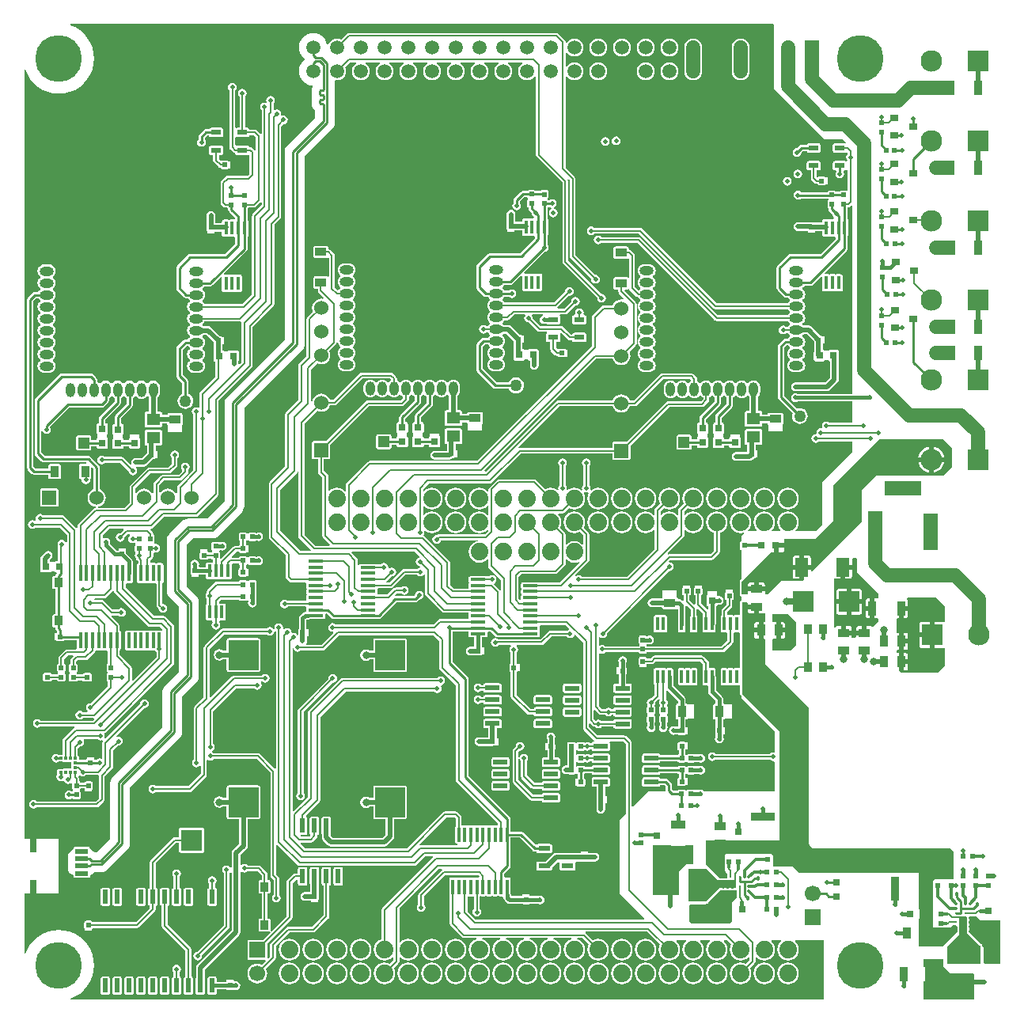
<source format=gtl>
G04 Layer_Physical_Order=1*
G04 Layer_Color=255*
%FSLAX44Y44*%
%MOMM*%
G71*
G01*
G75*
%ADD10O,1.0000X1.5000*%
%ADD11O,1.5000X1.0000*%
%ADD12R,0.3000X1.6000*%
%ADD13R,1.6000X0.3000*%
%ADD14R,0.4500X1.7500*%
%ADD15R,0.3000X0.4000*%
%ADD16R,0.4000X0.3000*%
%ADD17R,0.4500X1.4500*%
%ADD18R,2.1600X2.2600*%
%ADD19R,3.9600X3.9600*%
%ADD20R,3.1800X3.1800*%
%ADD21R,0.5000X0.5000*%
%ADD22R,0.9000X1.3000*%
%ADD23R,0.9000X1.6000*%
%ADD24R,2.3000X1.6500*%
%ADD25R,0.5000X0.5000*%
%ADD26R,0.8000X0.8000*%
%ADD27R,1.6500X2.3000*%
%ADD28R,2.5000X0.9000*%
%ADD29R,1.3000X0.9000*%
%ADD30R,1.6000X0.9000*%
%ADD31C,1.2700*%
%ADD32R,1.2000X1.2000*%
%ADD33R,0.8000X0.8000*%
%ADD34R,1.2200X0.9100*%
%ADD35R,0.9100X1.2200*%
%ADD36R,0.5000X0.6000*%
%ADD37R,1.4000X2.0000*%
%ADD38R,0.6000X0.5000*%
%ADD39R,0.8000X2.3500*%
%ADD40R,3.8000X2.5000*%
%ADD41R,1.4000X0.5000*%
%ADD42R,0.9000X0.8000*%
%ADD43R,0.9000X1.0000*%
%ADD44R,1.1000X0.6000*%
%ADD45R,1.5500X0.6000*%
%ADD46R,0.6000X1.5500*%
%ADD47R,0.6000X1.5000*%
%ADD48R,0.4500X1.4000*%
%ADD49R,1.3000X0.5500*%
%ADD50R,1.4700X1.2850*%
%ADD51C,0.2625*%
%ADD52R,0.9000X2.5000*%
%ADD53R,0.3500X1.4500*%
%ADD54C,0.3810*%
%ADD55C,0.5080*%
%ADD56C,0.2540*%
%ADD57C,0.2032*%
%ADD58C,0.2000*%
%ADD59C,1.5000*%
%ADD60C,0.3048*%
%ADD61C,0.5000*%
%ADD62C,0.6350*%
%ADD63C,0.2286*%
%ADD64C,1.5000*%
%ADD65R,1.5000X1.5000*%
%ADD66R,1.7000X1.7000*%
%ADD67C,1.7000*%
%ADD68C,2.3000*%
%ADD69R,2.3000X2.3000*%
%ADD70C,1.8796*%
%ADD71R,1.8796X1.8796*%
%ADD72C,1.5300*%
%ADD73R,1.5300X1.5300*%
%ADD74R,1.5300X1.5300*%
%ADD75R,1.5000X4.0160*%
%ADD76R,4.0160X1.5000*%
%ADD77R,1.5000X4.5160*%
%ADD78C,5.0000*%
%ADD79C,0.5080*%
%ADD80C,0.8128*%
%ADD81C,0.4572*%
%ADD82C,0.5588*%
G36*
X585903Y400303D02*
X585534Y399087D01*
X585210Y399023D01*
X583698Y398012D01*
X583572Y397824D01*
X565604D01*
X564415Y397587D01*
X563406Y396913D01*
X555173Y388680D01*
X510182D01*
X508768Y389625D01*
X506984Y389980D01*
X505200Y389625D01*
X503688Y388614D01*
X502677Y387102D01*
X502322Y385318D01*
X502677Y383534D01*
X503688Y382022D01*
X505200Y381011D01*
X506984Y380656D01*
X508768Y381011D01*
X510280Y382022D01*
X510576Y382464D01*
X523160D01*
X523545Y381194D01*
X523246Y380994D01*
X522235Y379482D01*
X521880Y377698D01*
X522235Y375914D01*
X523246Y374402D01*
X523434Y374276D01*
Y362539D01*
X523329Y362518D01*
X522657Y362069D01*
X522208Y361397D01*
X522050Y360604D01*
Y355604D01*
X522208Y354811D01*
X522657Y354139D01*
X523329Y353690D01*
X523434Y353669D01*
Y327914D01*
X523671Y326725D01*
X524344Y325717D01*
X541109Y308953D01*
X542117Y308279D01*
X543306Y308042D01*
X548060D01*
X548196Y307357D01*
X548645Y306685D01*
X549317Y306236D01*
X550110Y306078D01*
X565610D01*
X566403Y306236D01*
X567075Y306685D01*
X567524Y307357D01*
X567682Y308150D01*
Y314150D01*
X567524Y314943D01*
X567075Y315615D01*
X566403Y316064D01*
X565610Y316222D01*
X550110D01*
X549317Y316064D01*
X548645Y315615D01*
X548196Y314943D01*
X548060Y314258D01*
X544593D01*
X529650Y329201D01*
Y353637D01*
X529915Y353690D01*
X530587Y354139D01*
X530690Y354294D01*
X532892D01*
Y361914D01*
X530690D01*
X530587Y362069D01*
X529915Y362518D01*
X529650Y362571D01*
Y374276D01*
X529838Y374402D01*
X530849Y375914D01*
X531204Y377698D01*
X530849Y379482D01*
X529838Y380994D01*
X529539Y381194D01*
X529924Y382464D01*
X556460D01*
X557649Y382701D01*
X558657Y383374D01*
X566891Y391608D01*
X583572D01*
X583698Y391420D01*
X585210Y390409D01*
X586994Y390054D01*
X588778Y390409D01*
X590290Y391420D01*
X591301Y392932D01*
X591365Y393256D01*
X592580Y393625D01*
X600904Y385301D01*
Y293624D01*
X601141Y292435D01*
X601814Y291427D01*
X612833Y280408D01*
X612829Y280278D01*
X612433Y279138D01*
X612010D01*
X611217Y278980D01*
X610545Y278531D01*
X610096Y277859D01*
X609960Y277174D01*
X608450D01*
X608324Y277362D01*
X606812Y278373D01*
X605028Y278728D01*
X603244Y278373D01*
X602635Y277965D01*
X602305Y278031D01*
X601633Y278480D01*
X600840Y278638D01*
X595840D01*
X595047Y278480D01*
X594375Y278031D01*
X594271Y277876D01*
X592408D01*
X592305Y278031D01*
X591633Y278480D01*
X590840Y278638D01*
X588791D01*
X588340Y278728D01*
X587889Y278638D01*
X585840D01*
X585047Y278480D01*
X584375Y278031D01*
X583926Y277359D01*
X583768Y276566D01*
Y274517D01*
X583678Y274066D01*
Y261366D01*
Y253546D01*
X582676D01*
X580892Y253191D01*
X579380Y252180D01*
X578369Y250668D01*
X578014Y248884D01*
X578369Y247100D01*
X579380Y245588D01*
X580892Y244577D01*
X582676Y244222D01*
X585449D01*
X586094Y244094D01*
X588143D01*
X588594Y244004D01*
X589045Y244094D01*
X591094D01*
X591887Y244252D01*
X592559Y244701D01*
X592663Y244856D01*
X594525D01*
X594629Y244701D01*
X595227Y244301D01*
Y240074D01*
X594633Y239677D01*
X594529Y239522D01*
X592328D01*
Y231902D01*
X594529D01*
X594633Y231747D01*
X595305Y231298D01*
X596098Y231140D01*
X601098D01*
X601891Y231298D01*
X602563Y231747D01*
X603012Y232419D01*
X603170Y233212D01*
Y238212D01*
X603012Y239005D01*
X602563Y239677D01*
X601961Y240079D01*
Y244301D01*
X602559Y244701D01*
X602959Y245299D01*
X610011D01*
X610096Y244873D01*
X610545Y244201D01*
X611217Y243752D01*
X612010Y243594D01*
X627510D01*
X628303Y243752D01*
X628975Y244201D01*
X629424Y244873D01*
X629582Y245666D01*
Y251666D01*
X629424Y252459D01*
X628975Y253131D01*
X628303Y253580D01*
X627510Y253738D01*
X612010D01*
X611217Y253580D01*
X610545Y253131D01*
X610096Y252459D01*
X610011Y252033D01*
X602959D01*
X602559Y252631D01*
X601887Y253080D01*
X601094Y253238D01*
X596094D01*
X595301Y253080D01*
X594629Y252631D01*
X594525Y252476D01*
X593002D01*
Y257556D01*
X594271D01*
X594375Y257401D01*
X595047Y256952D01*
X595840Y256794D01*
X600840D01*
X601633Y256952D01*
X602305Y257401D01*
X602635Y257467D01*
X603244Y257059D01*
X605028Y256704D01*
X606812Y257059D01*
X608324Y258070D01*
X608450Y258258D01*
X609960D01*
X610096Y257573D01*
X610545Y256901D01*
X611217Y256452D01*
X612010Y256294D01*
X627510D01*
X628303Y256452D01*
X628975Y256901D01*
X629424Y257573D01*
X629582Y258366D01*
Y264366D01*
X629424Y265159D01*
X628975Y265831D01*
X628303Y266280D01*
X627510Y266438D01*
X612010D01*
X611217Y266280D01*
X610545Y265831D01*
X610096Y265159D01*
X609960Y264474D01*
X608450D01*
X608324Y264662D01*
X606812Y265673D01*
X605028Y266028D01*
X603244Y265673D01*
X602635Y265265D01*
X602305Y265331D01*
X601633Y265780D01*
X600840Y265938D01*
X595840D01*
X595047Y265780D01*
X594375Y265331D01*
X594271Y265176D01*
X593002D01*
Y270256D01*
X594271D01*
X594375Y270101D01*
X595047Y269652D01*
X595840Y269494D01*
X600840D01*
X601633Y269652D01*
X602305Y270101D01*
X602635Y270167D01*
X603244Y269759D01*
X605028Y269404D01*
X606812Y269759D01*
X608324Y270770D01*
X608450Y270958D01*
X609960D01*
X610096Y270273D01*
X610545Y269601D01*
X611217Y269152D01*
X612010Y268994D01*
X627510D01*
X628303Y269152D01*
X628975Y269601D01*
X629424Y270273D01*
X629582Y271066D01*
Y277066D01*
X629424Y277859D01*
X629198Y278197D01*
X629622Y279303D01*
X629761Y279467D01*
X643746D01*
X646624Y276589D01*
Y202088D01*
X639826Y195290D01*
Y116296D01*
X666243Y89879D01*
X665757Y88706D01*
X485919D01*
X477332Y97293D01*
Y113073D01*
X478171Y113678D01*
X478602Y113832D01*
X479224Y113708D01*
X482224D01*
X482794Y113822D01*
X483625Y113385D01*
X484064Y113038D01*
Y100196D01*
X483876Y100070D01*
X482865Y98558D01*
X482510Y96774D01*
X482865Y94990D01*
X483876Y93478D01*
X485388Y92467D01*
X487172Y92112D01*
X488956Y92467D01*
X490468Y93478D01*
X491479Y94990D01*
X491834Y96774D01*
X491479Y98558D01*
X490468Y100070D01*
X490280Y100196D01*
Y113108D01*
X491346Y113810D01*
X491550Y113842D01*
X492224Y113708D01*
X495224D01*
X496017Y113866D01*
X496027Y113873D01*
X496974Y114213D01*
X497921Y113873D01*
X497931Y113866D01*
X498724Y113708D01*
X501724D01*
X502517Y113866D01*
X503189Y114315D01*
X503759D01*
X504431Y113866D01*
X505224Y113708D01*
X508224D01*
X509017Y113866D01*
X509027Y113873D01*
X509974Y114213D01*
X510921Y113873D01*
X510931Y113866D01*
X511724Y113708D01*
X514724D01*
X515710Y112610D01*
Y111974D01*
X516015Y110438D01*
X516886Y109136D01*
X519080Y106942D01*
X520382Y106071D01*
X521918Y105766D01*
X535900D01*
X536457Y105394D01*
X537250Y105236D01*
X542250D01*
X543043Y105394D01*
X543641Y105794D01*
X552572D01*
X553010Y105501D01*
X554794Y105146D01*
X556578Y105501D01*
X558090Y106512D01*
X559101Y108024D01*
X559455Y109808D01*
X559101Y111592D01*
X558090Y113104D01*
X556578Y114115D01*
X554794Y114469D01*
X553010Y114115D01*
X552572Y113822D01*
X543642D01*
X543560Y113877D01*
Y116078D01*
X535940D01*
Y113877D01*
X535817Y113794D01*
X523738D01*
Y114761D01*
X523433Y116298D01*
X523296Y116502D01*
Y131780D01*
X523138Y132573D01*
X522689Y133245D01*
X522017Y133694D01*
X521224Y133852D01*
X518224D01*
X517861Y133779D01*
X516803Y134416D01*
X516591Y134660D01*
Y138067D01*
X522105Y143581D01*
X522834Y144674D01*
X523091Y145962D01*
Y170916D01*
X523138Y170987D01*
X523296Y171780D01*
Y176413D01*
X533074D01*
X546919Y162567D01*
X548012Y161838D01*
X549300Y161581D01*
X550805D01*
X550840Y161405D01*
X551289Y160733D01*
X551961Y160284D01*
X552754Y160126D01*
X565754D01*
X566547Y160284D01*
X567219Y160733D01*
X567668Y161405D01*
X567826Y162198D01*
Y167698D01*
X567668Y168491D01*
X567219Y169163D01*
X566547Y169612D01*
X565754Y169770D01*
X552754D01*
X551961Y169612D01*
X551289Y169163D01*
X549795Y169214D01*
X536849Y182161D01*
X535756Y182890D01*
X534468Y183147D01*
X523296D01*
Y187780D01*
X523138Y188573D01*
X523091Y188644D01*
Y196048D01*
X522834Y197336D01*
X522105Y198429D01*
X478347Y242187D01*
Y346202D01*
X478090Y347490D01*
X477361Y348583D01*
X461329Y364614D01*
Y397349D01*
X477644D01*
X477888Y397137D01*
X478525Y396079D01*
X478452Y395716D01*
Y392716D01*
X478610Y391923D01*
X479059Y391251D01*
X479731Y390802D01*
X480524Y390644D01*
X484510D01*
Y380582D01*
X480090D01*
X478306Y380227D01*
X476794Y379216D01*
X475783Y377704D01*
X475429Y375920D01*
X475783Y374136D01*
X476794Y372624D01*
X478306Y371613D01*
X480090Y371258D01*
X488552D01*
X489003Y371348D01*
X491052D01*
X491845Y371506D01*
X492517Y371955D01*
X492621Y372110D01*
X494822D01*
Y379730D01*
X492621D01*
X492538Y379853D01*
Y390644D01*
X496524D01*
X497317Y390802D01*
X497989Y391251D01*
X498438Y391923D01*
X498596Y392716D01*
Y395716D01*
X498523Y396079D01*
X499160Y397137D01*
X499404Y397349D01*
X501367D01*
X506881Y391835D01*
X507974Y391106D01*
X509262Y390849D01*
X535660D01*
X535731Y390802D01*
X536524Y390644D01*
X552524D01*
X553317Y390802D01*
X553989Y391251D01*
X554438Y391923D01*
X554596Y392716D01*
Y395716D01*
X554438Y396509D01*
X554431Y396519D01*
X554091Y397466D01*
X554431Y398413D01*
X554438Y398423D01*
X554596Y399216D01*
Y402216D01*
X554472Y402838D01*
X554626Y403269D01*
X555231Y404108D01*
X582097D01*
X585903Y400303D01*
D02*
G37*
G36*
X272228Y397359D02*
Y250853D01*
X270958Y250327D01*
X255182Y266103D01*
X254173Y266777D01*
X252984Y267014D01*
X251795Y266777D01*
X251769Y266760D01*
X205352D01*
X205226Y266948D01*
X203993Y267772D01*
X203896Y268198D01*
Y268758D01*
X203993Y269184D01*
X205226Y270008D01*
X206237Y271520D01*
X206592Y273304D01*
X206237Y275088D01*
X205226Y276600D01*
X205038Y276726D01*
Y311641D01*
X229633Y336236D01*
X249054D01*
X249180Y336048D01*
X250692Y335037D01*
X252476Y334682D01*
X254260Y335037D01*
X255772Y336048D01*
X256783Y337560D01*
X257138Y339344D01*
X256783Y341128D01*
X256154Y342069D01*
X256659Y343289D01*
X257212Y343365D01*
X257628Y343369D01*
X259074Y342403D01*
X260858Y342048D01*
X262642Y342403D01*
X264154Y343414D01*
X265165Y344926D01*
X265520Y346710D01*
X265165Y348494D01*
X264154Y350006D01*
X262642Y351017D01*
X260858Y351372D01*
X259074Y351017D01*
X257562Y350006D01*
X257436Y349818D01*
X227330D01*
X226141Y349581D01*
X225133Y348908D01*
X202498Y326273D01*
X201228Y326799D01*
Y378443D01*
X216679Y393894D01*
X262516D01*
X262642Y393706D01*
X264154Y392695D01*
X265938Y392340D01*
X267722Y392695D01*
X269234Y393706D01*
X270245Y395218D01*
X270600Y397002D01*
X270581Y397095D01*
X271741Y397775D01*
X272228Y397359D01*
D02*
G37*
G36*
X716363Y666031D02*
X716317Y665206D01*
X716208Y664662D01*
X714821Y663597D01*
X714286Y662901D01*
X712686D01*
X712151Y663597D01*
X710682Y664724D01*
X708972Y665433D01*
X707136Y665675D01*
X705300Y665433D01*
X703590Y664724D01*
X702121Y663597D01*
X701586Y662901D01*
X699986D01*
X699451Y663597D01*
X697982Y664724D01*
X696272Y665433D01*
X694436Y665675D01*
X692600Y665433D01*
X690890Y664724D01*
X689421Y663597D01*
X688294Y662128D01*
X687585Y660418D01*
X687343Y658582D01*
Y653582D01*
X687585Y651746D01*
X688294Y650036D01*
X689421Y648567D01*
X690890Y647440D01*
X692600Y646731D01*
X694436Y646489D01*
X696272Y646731D01*
X697982Y647440D01*
X699451Y648567D01*
X699986Y649263D01*
X701586D01*
X702121Y648567D01*
X703590Y647440D01*
X705300Y646731D01*
X707136Y646489D01*
X708972Y646731D01*
X710682Y647440D01*
X712151Y648567D01*
X712686Y649263D01*
X714286D01*
X714821Y648567D01*
X716290Y647440D01*
X718000Y646731D01*
X719836Y646489D01*
X721672Y646731D01*
X723382Y647440D01*
X724851Y648567D01*
X725386Y649263D01*
X726986D01*
X727521Y648567D01*
X728990Y647440D01*
X729428Y647258D01*
Y645939D01*
X726931Y643442D01*
X691896D01*
X690707Y643205D01*
X689698Y642532D01*
X647185Y600018D01*
X634208D01*
X633415Y599860D01*
X632743Y599411D01*
X632294Y598739D01*
X632136Y597946D01*
Y593404D01*
X533146D01*
X532388Y593253D01*
X531762Y594423D01*
X575327Y637988D01*
X632665D01*
X633401Y636213D01*
X634953Y634191D01*
X636975Y632639D01*
X639330Y631663D01*
X641858Y631330D01*
X644386Y631663D01*
X646741Y632639D01*
X648763Y634191D01*
X650315Y636213D01*
X651050Y637988D01*
X656336D01*
X657525Y638225D01*
X658533Y638899D01*
X686579Y666944D01*
X715480D01*
X716363Y666031D01*
D02*
G37*
G36*
X988314Y423417D02*
Y408145D01*
X987624Y407630D01*
X987044Y407377D01*
X986244Y407536D01*
X976014D01*
Y393446D01*
Y379356D01*
X986244D01*
X987044Y379515D01*
X987624Y379262D01*
X988314Y378747D01*
Y360934D01*
X980440Y353060D01*
X941070Y353060D01*
X939649Y354481D01*
X940135Y355654D01*
X940156D01*
Y364744D01*
Y373834D01*
X937260D01*
X935990Y374640D01*
Y376730D01*
X936926Y377498D01*
X940156D01*
Y386588D01*
Y395678D01*
X937260D01*
X935990Y396484D01*
Y410615D01*
X936830Y411304D01*
X940060D01*
Y421894D01*
X941330D01*
Y423164D01*
X948420D01*
Y429894D01*
X948223Y430885D01*
X947661Y431725D01*
X947549Y431800D01*
X947935Y433070D01*
X978662D01*
X988314Y423417D01*
D02*
G37*
G36*
X829056Y406872D02*
X829056Y382556D01*
X822927Y376428D01*
X803402Y376428D01*
Y388664D01*
X804607Y389374D01*
X804672Y389368D01*
X805608Y389182D01*
X808838D01*
Y398272D01*
Y407362D01*
X805608D01*
X804672Y407176D01*
X804607Y407170D01*
X803402Y407880D01*
Y415508D01*
X820420D01*
X829056Y406872D01*
D02*
G37*
G36*
X718884Y168275D02*
Y148030D01*
X711085Y148030D01*
X703146Y140091D01*
X703147Y115594D01*
X702248Y114696D01*
X675351Y114721D01*
Y168415D01*
X694944D01*
Y167380D01*
X710184D01*
Y168415D01*
X718826D01*
X718884Y168275D01*
D02*
G37*
G36*
X395063Y666793D02*
X395017Y665968D01*
X394908Y665424D01*
X393521Y664359D01*
X392986Y663663D01*
X391386D01*
X390851Y664359D01*
X389382Y665486D01*
X387672Y666195D01*
X385836Y666437D01*
X384000Y666195D01*
X382290Y665486D01*
X380821Y664359D01*
X380286Y663663D01*
X378686D01*
X378151Y664359D01*
X376682Y665486D01*
X374972Y666195D01*
X373136Y666437D01*
X371300Y666195D01*
X369590Y665486D01*
X368121Y664359D01*
X366994Y662890D01*
X366285Y661180D01*
X366043Y659344D01*
Y654344D01*
X366285Y652508D01*
X366994Y650798D01*
X368121Y649329D01*
X369590Y648202D01*
X371300Y647493D01*
X373136Y647251D01*
X374972Y647493D01*
X376682Y648202D01*
X378151Y649329D01*
X378686Y650025D01*
X380286D01*
X380821Y649329D01*
X382290Y648202D01*
X384000Y647493D01*
X385836Y647251D01*
X387672Y647493D01*
X389382Y648202D01*
X390851Y649329D01*
X391386Y650025D01*
X392986D01*
X393521Y649329D01*
X394990Y648202D01*
X396700Y647493D01*
X398536Y647251D01*
X400372Y647493D01*
X402082Y648202D01*
X403551Y649329D01*
X404086Y650025D01*
X405686D01*
X406221Y649329D01*
X407690Y648202D01*
X408128Y648020D01*
Y646701D01*
X405631Y644204D01*
X370596D01*
X369407Y643967D01*
X368399Y643294D01*
X325885Y600780D01*
X312908D01*
X312115Y600622D01*
X311443Y600173D01*
X310994Y599501D01*
X310836Y598708D01*
Y583408D01*
X310994Y582615D01*
X311443Y581943D01*
X312115Y581494D01*
X312908Y581336D01*
X317450D01*
Y567426D01*
X317687Y566237D01*
X318361Y565229D01*
X322012Y561577D01*
Y499290D01*
X322249Y498101D01*
X322923Y497093D01*
X329989Y490026D01*
X329463Y488756D01*
X314215D01*
X302574Y500397D01*
Y619479D01*
X316255Y633161D01*
X318030Y632425D01*
X320558Y632093D01*
X323086Y632425D01*
X325441Y633401D01*
X327463Y634953D01*
X329015Y636975D01*
X329751Y638750D01*
X335036D01*
X336225Y638987D01*
X337234Y639660D01*
X365279Y667706D01*
X394180D01*
X395063Y666793D01*
D02*
G37*
G36*
X1022029Y92508D02*
X1026429Y88108D01*
X1046893Y88108D01*
Y41689D01*
X1030214D01*
X1029007Y42896D01*
Y59406D01*
X1027993Y60420D01*
Y60891D01*
X1027835Y61684D01*
X1027386Y62356D01*
X1026714Y62805D01*
X1025921Y62963D01*
X1025764D01*
X1013767Y74959D01*
X1013730Y75147D01*
X1013617Y75317D01*
X1013602Y75353D01*
X1013513Y75797D01*
Y76067D01*
X1013602Y76511D01*
X1013617Y76547D01*
X1013730Y76717D01*
X1013770Y76917D01*
X1013848Y77106D01*
X1013848Y77310D01*
X1013888Y77510D01*
Y79354D01*
X1013848Y79554D01*
X1013848Y79758D01*
X1013770Y79947D01*
X1013730Y80147D01*
X1013617Y80316D01*
X1013602Y80353D01*
X1013513Y80797D01*
Y81067D01*
X1013602Y81511D01*
X1013617Y81547D01*
X1013730Y81717D01*
X1013770Y81917D01*
X1013848Y82106D01*
X1013848Y82310D01*
X1013888Y82510D01*
Y84354D01*
X1013848Y84554D01*
X1013848Y84758D01*
X1013770Y84947D01*
X1013730Y85147D01*
X1013617Y85316D01*
X1013602Y85353D01*
X1013513Y85797D01*
Y86067D01*
X1013602Y86511D01*
X1013617Y86547D01*
X1013730Y86717D01*
X1013770Y86917D01*
X1013848Y87106D01*
X1013848Y87310D01*
X1013888Y87510D01*
Y89354D01*
X1013848Y89554D01*
X1013848Y89758D01*
X1013770Y89947D01*
X1013730Y90147D01*
X1013617Y90316D01*
X1013602Y90353D01*
X1013513Y90797D01*
Y91467D01*
X1014555Y92508D01*
X1022029Y92508D01*
D02*
G37*
G36*
X777294Y427228D02*
Y424586D01*
X786384D01*
Y423316D01*
X787654D01*
Y416226D01*
X792884D01*
X793875Y416423D01*
X794512Y416849D01*
X795281Y416619D01*
X795782Y416295D01*
X795782Y407505D01*
X795608Y407362D01*
X792378D01*
Y398272D01*
Y389182D01*
X794512D01*
X795782Y387984D01*
X795782Y362444D01*
X842459Y315767D01*
Y170942D01*
X842696Y169753D01*
X843369Y168745D01*
X843534Y168635D01*
Y167894D01*
X846143Y165285D01*
X965977D01*
X992941Y165285D01*
X997280Y161200D01*
Y132011D01*
X997095Y131826D01*
X976804D01*
X975121Y130143D01*
Y80703D01*
X975883Y79941D01*
X993479D01*
X996363Y82824D01*
X998415D01*
X998479Y82781D01*
X999784Y82522D01*
X1000013Y82568D01*
X1001283Y81525D01*
Y75195D01*
X985709Y59621D01*
X960389D01*
X960389Y89662D01*
X961016D01*
Y99822D01*
X960389D01*
X960390Y138430D01*
X831850D01*
X824738Y145542D01*
X804194Y145542D01*
Y157069D01*
X802511Y158752D01*
X753071D01*
X752309Y157990D01*
Y140394D01*
X755192Y137511D01*
Y135458D01*
X755150Y135394D01*
X754890Y134089D01*
X754898Y134050D01*
X754214Y132979D01*
X754186Y132968D01*
X753198Y132771D01*
X753082Y132794D01*
X748518D01*
X748402Y132771D01*
X747413Y132968D01*
X747385Y132979D01*
X747182Y132979D01*
X747172Y132981D01*
X731989Y148164D01*
Y173484D01*
X762214Y173484D01*
Y173111D01*
X772374D01*
Y173484D01*
X782535D01*
X811276Y173484D01*
Y290098D01*
X770890Y330484D01*
X770890Y428498D01*
X776307D01*
X777294Y427228D01*
D02*
G37*
G36*
X768818Y395494D02*
X768818Y358470D01*
X767548Y357810D01*
X767419Y357896D01*
X766626Y358054D01*
X763126D01*
X762333Y357896D01*
X761626Y357468D01*
X760919Y357896D01*
X760126Y358054D01*
X756626D01*
X755833Y357896D01*
X755126Y357468D01*
X754419Y357896D01*
X753626Y358054D01*
X750126D01*
X749333Y357896D01*
X748661Y357447D01*
X748212Y356775D01*
X748054Y355982D01*
Y341482D01*
X748212Y340689D01*
X748661Y340017D01*
X749333Y339568D01*
X750126Y339410D01*
X753626D01*
X754419Y339568D01*
X755126Y339996D01*
X755833Y339568D01*
X756626Y339410D01*
X760126D01*
X760919Y339568D01*
X761626Y339996D01*
X762333Y339568D01*
X763126Y339410D01*
X766626D01*
X767419Y339568D01*
X767548Y339654D01*
X768818Y338994D01*
Y330484D01*
X768976Y329691D01*
X769425Y329019D01*
X769425Y329019D01*
X770636Y327808D01*
Y325338D01*
X805688Y290286D01*
Y268300D01*
X804706Y267494D01*
X804418Y267552D01*
X802634Y267197D01*
X801122Y266186D01*
X800996Y265998D01*
X742562D01*
X742436Y266186D01*
X740924Y267197D01*
X739140Y267552D01*
X737356Y267197D01*
X735844Y266186D01*
X734833Y264674D01*
X734478Y262890D01*
X734833Y261106D01*
X735844Y259594D01*
X737356Y258583D01*
X739140Y258228D01*
X740924Y258583D01*
X742436Y259594D01*
X742562Y259782D01*
X800996D01*
X801122Y259594D01*
X802634Y258583D01*
X804418Y258228D01*
X804706Y258286D01*
X805688Y257480D01*
Y225770D01*
X805434Y225516D01*
X730435D01*
X729736Y226562D01*
X728224Y227573D01*
X726440Y227928D01*
X724656Y227573D01*
X724218Y227280D01*
X720087D01*
X719489Y227680D01*
X718696Y227838D01*
X713696D01*
X712903Y227680D01*
X712231Y227231D01*
X712128Y227076D01*
X710265D01*
X710161Y227231D01*
X709489Y227680D01*
X708696Y227838D01*
X703696D01*
X702903Y227680D01*
X702231Y227231D01*
X701831Y226633D01*
X697318D01*
X695771Y228181D01*
Y232918D01*
X695514Y234206D01*
X694785Y235299D01*
X691737Y238347D01*
X690644Y239076D01*
X689356Y239333D01*
X683509D01*
X683424Y239759D01*
X682975Y240431D01*
X682303Y240880D01*
X681510Y241038D01*
X666010D01*
X665217Y240880D01*
X664545Y240431D01*
X664096Y239759D01*
X663938Y238966D01*
Y232966D01*
X664096Y232173D01*
X664545Y231501D01*
X665217Y231052D01*
X666010Y230894D01*
X681510D01*
X682303Y231052D01*
X682975Y231501D01*
X683424Y232173D01*
X683509Y232599D01*
X687962D01*
X689037Y231523D01*
Y226786D01*
X689095Y226498D01*
X688289Y225516D01*
X670052D01*
X654013Y209477D01*
X652840Y209963D01*
Y277876D01*
X652603Y279065D01*
X651929Y280074D01*
X647231Y284772D01*
X646222Y285446D01*
X645033Y285683D01*
X616348D01*
X607120Y294911D01*
Y298130D01*
X608293Y298616D01*
X610910Y295998D01*
X611919Y295325D01*
X613108Y295088D01*
X614052D01*
X614178Y294900D01*
X615690Y293889D01*
X617474Y293534D01*
X619258Y293889D01*
X620770Y294900D01*
X620896Y295088D01*
X633328D01*
X633464Y294403D01*
X633913Y293731D01*
X634585Y293282D01*
X635378Y293124D01*
X650878D01*
X651671Y293282D01*
X652343Y293731D01*
X652792Y294403D01*
X652950Y295196D01*
Y301196D01*
X652792Y301989D01*
X652343Y302661D01*
X651671Y303110D01*
X650878Y303268D01*
X635378D01*
X634585Y303110D01*
X633913Y302661D01*
X633464Y301989D01*
X633328Y301304D01*
X620896D01*
X620770Y301492D01*
X619258Y302503D01*
X617474Y302858D01*
X615690Y302503D01*
X614195Y301504D01*
X612200Y303499D01*
Y312265D01*
X613470Y312791D01*
X617562Y308699D01*
X618571Y308025D01*
X619760Y307788D01*
X624706D01*
X624832Y307600D01*
X626344Y306589D01*
X628128Y306234D01*
X629912Y306589D01*
X631424Y307600D01*
X631550Y307788D01*
X633328D01*
X633464Y307103D01*
X633913Y306431D01*
X634585Y305982D01*
X635378Y305824D01*
X650878D01*
X651671Y305982D01*
X652343Y306431D01*
X652792Y307103D01*
X652950Y307896D01*
Y313896D01*
X652792Y314689D01*
X652343Y315361D01*
X651671Y315810D01*
X650878Y315968D01*
X635378D01*
X634585Y315810D01*
X633913Y315361D01*
X633464Y314689D01*
X633328Y314004D01*
X631550D01*
X631424Y314192D01*
X629912Y315203D01*
X628128Y315558D01*
X626344Y315203D01*
X624832Y314192D01*
X624706Y314004D01*
X621047D01*
X617534Y317517D01*
Y373604D01*
X618804Y374280D01*
X619754Y373645D01*
X621538Y373290D01*
X623322Y373645D01*
X624834Y374656D01*
X624960Y374844D01*
X660276D01*
X660304Y374703D01*
X660753Y374031D01*
X661425Y373582D01*
X662218Y373424D01*
X667218D01*
X668011Y373582D01*
X668683Y374031D01*
X669132Y374703D01*
X669160Y374844D01*
X750316D01*
X751505Y375081D01*
X752514Y375755D01*
X760574Y383815D01*
X761247Y384823D01*
X761484Y386012D01*
Y395108D01*
X761702Y395355D01*
X762754Y395984D01*
X763126Y395910D01*
X766626D01*
X767419Y396068D01*
X767548Y396154D01*
X768818Y395494D01*
D02*
G37*
G36*
X464616Y196977D02*
Y189031D01*
X464310Y188573D01*
X464152Y187780D01*
Y171780D01*
X464310Y170987D01*
X464759Y170315D01*
X465431Y169866D01*
X466224Y169708D01*
X466167Y168462D01*
X426974D01*
X426216Y168311D01*
X425590Y169481D01*
X454423Y198314D01*
X463279D01*
X464616Y196977D01*
D02*
G37*
G36*
X583414Y473940D02*
X585802Y472108D01*
X588582Y470956D01*
X591566Y470563D01*
X594550Y470956D01*
X596648Y471825D01*
X597368Y470749D01*
X575943Y449324D01*
X553775D01*
X553317Y449630D01*
X552524Y449788D01*
X536524D01*
X535731Y449630D01*
X535059Y449181D01*
X534610Y448509D01*
X534452Y447716D01*
Y444716D01*
X534610Y443923D01*
X535059Y443251D01*
Y442681D01*
X534610Y442009D01*
X534452Y441216D01*
Y438216D01*
X534610Y437423D01*
X534617Y437413D01*
X534957Y436466D01*
X534617Y435519D01*
X534610Y435509D01*
X534452Y434716D01*
Y431716D01*
X534576Y431094D01*
X534529Y430963D01*
X533326Y430427D01*
X531936Y431817D01*
Y455659D01*
X534687Y458410D01*
X571246D01*
X572435Y458647D01*
X573443Y459320D01*
X581063Y466940D01*
X581737Y467949D01*
X581974Y469138D01*
Y473842D01*
X583176Y474250D01*
X583414Y473940D01*
D02*
G37*
G36*
X296358Y567980D02*
Y499110D01*
X296595Y497921D01*
X297269Y496912D01*
X309997Y484184D01*
X309471Y482914D01*
X298721D01*
X276412Y505223D01*
Y548623D01*
X294298Y566508D01*
X294971Y567517D01*
X295088Y568106D01*
X296358Y567980D01*
D02*
G37*
G36*
X425883Y477518D02*
X425465Y476140D01*
X424682Y475985D01*
X423170Y474974D01*
X422159Y473462D01*
X421804Y471678D01*
X422159Y469894D01*
X423170Y468382D01*
X424682Y467371D01*
X425981Y467113D01*
X426346Y466627D01*
X425960Y465421D01*
X425758Y465226D01*
X424936Y465063D01*
X423424Y464052D01*
X423298Y463864D01*
X409448D01*
X408259Y463627D01*
X407251Y462953D01*
X393641Y449344D01*
X390915D01*
X390519Y450294D01*
X390493Y450614D01*
X396018Y456139D01*
X396240Y456094D01*
X398024Y456449D01*
X399536Y457460D01*
X400547Y458972D01*
X400902Y460756D01*
X400547Y462540D01*
X399536Y464052D01*
X398024Y465063D01*
X396240Y465418D01*
X394456Y465063D01*
X393428Y464376D01*
X392285Y465139D01*
X392404Y465736D01*
X392049Y467520D01*
X391038Y469032D01*
X389526Y470043D01*
X387742Y470398D01*
X385958Y470043D01*
X384446Y469032D01*
X384320Y468844D01*
X380039D01*
X379581Y469150D01*
X378788Y469308D01*
X362788D01*
X361995Y469150D01*
X361323Y468701D01*
X360994Y468208D01*
X360256Y468239D01*
X359724Y468419D01*
Y473456D01*
X359487Y474645D01*
X358814Y475653D01*
X353197Y481270D01*
X353723Y482540D01*
X420861D01*
X425883Y477518D01*
D02*
G37*
G36*
X431740Y457754D02*
Y437642D01*
X431977Y436453D01*
X432650Y435444D01*
X450076Y418018D01*
X451085Y417345D01*
X452274Y417108D01*
X477817D01*
X478422Y416269D01*
X478576Y415838D01*
X478452Y415216D01*
Y412216D01*
X478576Y411594D01*
X478422Y411163D01*
X477817Y410324D01*
X447856D01*
X446667Y410087D01*
X445658Y409413D01*
X440927Y404682D01*
X336192D01*
X334778Y405627D01*
X332994Y405982D01*
X331210Y405627D01*
X329698Y404616D01*
X328687Y403104D01*
X328332Y401320D01*
X328687Y399536D01*
X329698Y398024D01*
X331210Y397013D01*
X332994Y396658D01*
X333081Y396676D01*
X333706Y395505D01*
X321039Y382838D01*
X304827D01*
X304527Y383276D01*
X304265Y384108D01*
X305123Y385392D01*
X305478Y387176D01*
Y392176D01*
X307086D01*
Y399796D01*
X304884D01*
X304802Y399919D01*
Y409331D01*
X305193Y409722D01*
X306578D01*
X308114Y410027D01*
X308319Y410164D01*
X322788D01*
X323581Y410322D01*
X324253Y410771D01*
X324702Y411443D01*
X324860Y412236D01*
Y415236D01*
X324835Y415359D01*
X325597Y416500D01*
X326610Y416658D01*
X331913Y411355D01*
X333006Y410626D01*
X334294Y410369D01*
X361924D01*
X361995Y410322D01*
X362788Y410164D01*
X378788D01*
X379581Y410322D01*
X379652Y410369D01*
X382240D01*
X383528Y410626D01*
X384621Y411355D01*
X401190Y427925D01*
X421132D01*
X422420Y428182D01*
X423513Y428911D01*
X425574Y430973D01*
X427234Y431303D01*
X428746Y432314D01*
X429757Y433826D01*
X430112Y435610D01*
X429757Y437394D01*
X428746Y438906D01*
X427234Y439917D01*
X425450Y440272D01*
X423666Y439917D01*
X422154Y438906D01*
X421143Y437394D01*
X420813Y435734D01*
X419738Y434659D01*
X400210D01*
X399659Y435741D01*
X399641Y435886D01*
X401591Y437836D01*
X406026D01*
X406152Y437648D01*
X407664Y436637D01*
X409448Y436282D01*
X411232Y436637D01*
X412744Y437648D01*
X413755Y439160D01*
X414110Y440944D01*
X413755Y442728D01*
X412744Y444240D01*
X411232Y445251D01*
X409448Y445606D01*
X407664Y445251D01*
X406152Y444240D01*
X406026Y444052D01*
X400304D01*
X399115Y443815D01*
X398106Y443142D01*
X391309Y436344D01*
X381495D01*
X380890Y437183D01*
X380736Y437614D01*
X380860Y438236D01*
Y441236D01*
X380736Y441858D01*
X380890Y442289D01*
X381495Y443128D01*
X394928D01*
X396117Y443365D01*
X397126Y444039D01*
X410735Y457648D01*
X423298D01*
X423424Y457460D01*
X424936Y456449D01*
X426720Y456094D01*
X428504Y456449D01*
X430016Y457460D01*
X430470Y458139D01*
X431740Y457754D01*
D02*
G37*
G36*
X985843Y38717D02*
X993782Y30778D01*
X1018280Y30779D01*
X1019177Y29880D01*
X1019152Y3107D01*
X965458D01*
Y22860D01*
X966604D01*
Y38100D01*
X965458D01*
Y46458D01*
X965599Y46516D01*
X985843D01*
X985843Y38717D01*
D02*
G37*
G36*
X995426Y593090D02*
Y572262D01*
X986536Y563372D01*
X914654D01*
X898652Y547370D01*
Y513842D01*
X845759Y460949D01*
X844586Y461435D01*
Y464590D01*
X836266D01*
Y453270D01*
X836421D01*
X836907Y452097D01*
X835914Y451104D01*
X812546D01*
X798068Y436626D01*
X796532D01*
X795474Y437816D01*
Y441046D01*
X786384D01*
X777294D01*
Y437816D01*
X776236Y436626D01*
X770382D01*
X770382Y450088D01*
X801116Y480822D01*
X802028Y481259D01*
X802386Y481360D01*
X806469D01*
Y488950D01*
X807739D01*
Y490220D01*
X815828D01*
Y493950D01*
X815640Y494892D01*
X815635Y494948D01*
X816342Y496162D01*
X848714D01*
X868426Y515874D01*
Y553720D01*
X917448Y602742D01*
X985774D01*
X995426Y593090D01*
D02*
G37*
G36*
X446980Y386833D02*
Y358394D01*
X447217Y357205D01*
X447891Y356197D01*
X464616Y339471D01*
Y238032D01*
X464853Y236843D01*
X465527Y235835D01*
X509754Y191607D01*
X509691Y190575D01*
X508553Y189786D01*
X508224Y189852D01*
X505224D01*
X504431Y189694D01*
X503759Y189245D01*
X503189D01*
X502517Y189694D01*
X501724Y189852D01*
X498724D01*
X497931Y189694D01*
X497921Y189687D01*
X496974Y189347D01*
X496027Y189687D01*
X496017Y189694D01*
X495224Y189852D01*
X492224D01*
X491431Y189694D01*
X490759Y189245D01*
X490189D01*
X489517Y189694D01*
X488724Y189852D01*
X485724D01*
X484931Y189694D01*
X484921Y189687D01*
X483974Y189347D01*
X483027Y189687D01*
X483017Y189694D01*
X482224Y189852D01*
X479224D01*
X478431Y189694D01*
X477759Y189245D01*
X477189D01*
X476517Y189694D01*
X475724Y189852D01*
X472724D01*
X472102Y189728D01*
X471671Y189882D01*
X470832Y190487D01*
Y198264D01*
X470595Y199453D01*
X469921Y200462D01*
X466763Y203619D01*
X465755Y204293D01*
X464566Y204530D01*
X453136D01*
X451947Y204293D01*
X450938Y203619D01*
X412225Y164906D01*
X303293D01*
X298333Y169866D01*
X298859Y171136D01*
X309372D01*
X310561Y171373D01*
X311569Y172047D01*
X315634Y176110D01*
X316307Y177119D01*
X316544Y178308D01*
Y179354D01*
X317229Y179490D01*
X317901Y179939D01*
X318350Y180611D01*
X318508Y181404D01*
Y196904D01*
X318350Y197697D01*
X317901Y198369D01*
X317229Y198818D01*
X316436Y198976D01*
X310436D01*
X309643Y198818D01*
X308971Y198369D01*
X308522Y197697D01*
X308364Y196904D01*
Y181404D01*
X308522Y180611D01*
X308971Y179939D01*
X309129Y178396D01*
X308085Y177352D01*
X298960D01*
X298328Y178148D01*
X298849Y179332D01*
X303736D01*
X304529Y179490D01*
X305201Y179939D01*
X305650Y180611D01*
X305808Y181404D01*
Y196904D01*
X305650Y197697D01*
X305201Y198369D01*
X304862Y198595D01*
X304562Y199753D01*
X304575Y200104D01*
X318682Y214210D01*
X319355Y215219D01*
X319592Y216408D01*
Y305545D01*
X346727Y332680D01*
X441332D01*
X441458Y332492D01*
X442970Y331481D01*
X444754Y331126D01*
X446538Y331481D01*
X448050Y332492D01*
X449061Y334004D01*
X449416Y335788D01*
X449061Y337572D01*
X448566Y338312D01*
X449208Y339637D01*
X450348Y339863D01*
X451860Y340874D01*
X452871Y342386D01*
X453226Y344170D01*
X452871Y345954D01*
X451860Y347466D01*
X450348Y348477D01*
X448564Y348832D01*
X446780Y348477D01*
X445268Y347466D01*
X445142Y347278D01*
X343408D01*
X342219Y347041D01*
X341211Y346367D01*
X307428Y312586D01*
X306755Y311577D01*
X306518Y310388D01*
Y219981D01*
X291144Y204607D01*
X289874Y205133D01*
Y378854D01*
X291144Y378979D01*
X291349Y377946D01*
X292360Y376434D01*
X293872Y375423D01*
X295656Y375068D01*
X297440Y375423D01*
X298952Y376434D01*
X299078Y376622D01*
X322326D01*
X323515Y376859D01*
X324524Y377533D01*
X339869Y392878D01*
X440935D01*
X446980Y386833D01*
D02*
G37*
G36*
X1011265Y91613D02*
X1011411Y91117D01*
X1011374Y90932D01*
X1011634Y89627D01*
X1011816Y89354D01*
X1011816Y89354D01*
Y87714D01*
X1011816Y87714D01*
X1011816Y87510D01*
X1011703Y87341D01*
X1011703Y87340D01*
X1011634Y87237D01*
X1011374Y85932D01*
X1011634Y84627D01*
X1011816Y84354D01*
X1011816Y84354D01*
Y82714D01*
X1011816Y82714D01*
X1011816Y82510D01*
X1011703Y82341D01*
X1011703Y82340D01*
X1011634Y82237D01*
X1011374Y80932D01*
X1011634Y79627D01*
X1011816Y79354D01*
X1011816Y79354D01*
Y77714D01*
X1011816Y77714D01*
X1011816Y77510D01*
X1011703Y77341D01*
X1011703Y77340D01*
X1011634Y77237D01*
X1011374Y75932D01*
X1011634Y74627D01*
X1011816Y74354D01*
X1011816Y74354D01*
Y73980D01*
X1024905Y60891D01*
X1025921Y60420D01*
X1025921Y60420D01*
Y41689D01*
X1025311Y41079D01*
X990520D01*
X990520Y60288D01*
X1002926Y72694D01*
Y73996D01*
X1003197Y74402D01*
X1003355Y75195D01*
X1003355Y75195D01*
Y81525D01*
X1003335Y81626D01*
X1003345Y81728D01*
X1003257Y82020D01*
X1003197Y82318D01*
X1003140Y82404D01*
X1003111Y82502D01*
X1002926Y82727D01*
Y84614D01*
X1002934Y84627D01*
X1003194Y85932D01*
X1002934Y87237D01*
X1002926Y87250D01*
X1002926Y92387D01*
X1010330D01*
X1011265Y91613D01*
D02*
G37*
G36*
X804926Y1045995D02*
X804926Y977610D01*
X858774Y923762D01*
X878586Y923762D01*
X881870Y920478D01*
X881245Y919307D01*
X881108Y919335D01*
X870108D01*
X869315Y919177D01*
X868643Y918728D01*
X868194Y918056D01*
X868036Y917263D01*
Y911263D01*
X868194Y910470D01*
X868643Y909798D01*
X869315Y909349D01*
X870108Y909191D01*
X881108D01*
X881901Y909349D01*
X882573Y909798D01*
X882740Y909799D01*
X883860Y909429D01*
Y907916D01*
X883672Y907790D01*
X882661Y906278D01*
X882306Y904494D01*
X882661Y902710D01*
X883610Y901291D01*
X883501Y900519D01*
X883389Y900423D01*
X882204Y899974D01*
X881901Y900177D01*
X881108Y900334D01*
X870108D01*
X869315Y900177D01*
X868643Y899728D01*
X868194Y899056D01*
X868036Y898263D01*
Y892263D01*
X868194Y891470D01*
X868643Y890798D01*
X869315Y890349D01*
X870108Y890191D01*
X871005D01*
X871684Y888921D01*
X871231Y888244D01*
X870876Y886460D01*
X871231Y884676D01*
X872242Y883164D01*
X873754Y882153D01*
X875538Y881798D01*
X877322Y882153D01*
X878834Y883164D01*
X879845Y884676D01*
X880200Y886460D01*
X879845Y888244D01*
X879392Y888921D01*
X880071Y890191D01*
X881108D01*
X881901Y890349D01*
X882573Y890798D01*
X882590Y890824D01*
X883860Y890439D01*
Y869494D01*
X883720Y869287D01*
X882590Y868553D01*
X882356Y868600D01*
X877356D01*
X876563Y868442D01*
X875891Y867993D01*
X875491Y867395D01*
X871267D01*
X870867Y867993D01*
X870195Y868442D01*
X869402Y868600D01*
X864402D01*
X863609Y868442D01*
X862937Y867993D01*
X862488Y867321D01*
X862468Y867221D01*
X834025D01*
X832618Y868161D01*
X830834Y868516D01*
X829050Y868161D01*
X827538Y867150D01*
X826527Y865638D01*
X826172Y863854D01*
X826527Y862070D01*
X827538Y860558D01*
X829050Y859547D01*
X830834Y859192D01*
X832618Y859547D01*
X834025Y860487D01*
X862654D01*
X862937Y860063D01*
X863092Y859959D01*
Y858097D01*
X862937Y857993D01*
X862488Y857321D01*
X862330Y856528D01*
Y851528D01*
X862488Y850735D01*
X862937Y850063D01*
X863535Y849663D01*
Y848868D01*
X863792Y847580D01*
X864521Y846487D01*
X867091Y843918D01*
X867421Y842258D01*
X868432Y840746D01*
X869605Y839961D01*
X869732Y839575D01*
X868878Y838346D01*
X868770Y838305D01*
X865416D01*
X864623Y838147D01*
X864416Y838009D01*
X864209Y838147D01*
X863416Y838305D01*
X858916D01*
X858123Y838147D01*
X857451Y837698D01*
X857002Y837026D01*
X856844Y836233D01*
Y834645D01*
X845303D01*
X845237Y834632D01*
X844724Y834734D01*
X830834D01*
X829050Y834379D01*
X827538Y833368D01*
X826527Y831856D01*
X826172Y830072D01*
X826527Y828288D01*
X827538Y826776D01*
X829050Y825765D01*
X830834Y825410D01*
X841248D01*
Y823468D01*
X848868D01*
Y825322D01*
X856844D01*
Y821733D01*
X857002Y820940D01*
X857451Y820268D01*
X858123Y819819D01*
X858916Y819661D01*
X863416D01*
X864209Y819819D01*
X864416Y819958D01*
X864623Y819819D01*
X865416Y819661D01*
X869916D01*
X870799Y818542D01*
Y817141D01*
X854839Y801181D01*
X822706D01*
X821418Y800924D01*
X820325Y800195D01*
X808895Y788765D01*
X808166Y787672D01*
X807909Y786384D01*
Y764540D01*
X808166Y763252D01*
X808895Y762159D01*
X815753Y755301D01*
X816846Y754572D01*
X818134Y754315D01*
X820319D01*
X820394Y754136D01*
X821521Y752667D01*
X822217Y752132D01*
Y750532D01*
X821521Y749997D01*
X820394Y748528D01*
X820212Y748090D01*
X743983D01*
X664121Y827952D01*
X663113Y828625D01*
X661924Y828862D01*
X613022D01*
X612896Y829050D01*
X611384Y830061D01*
X609600Y830416D01*
X607816Y830061D01*
X606304Y829050D01*
X605293Y827538D01*
X604938Y825754D01*
X605293Y823970D01*
X606304Y822458D01*
X607816Y821447D01*
X609600Y821092D01*
X611384Y821447D01*
X612896Y822458D01*
X613022Y822646D01*
X660637D01*
X740499Y742785D01*
X741507Y742111D01*
X742696Y741874D01*
X820212D01*
X820394Y741436D01*
X821521Y739967D01*
X822217Y739432D01*
Y737832D01*
X821521Y737297D01*
X820394Y735828D01*
X820212Y735390D01*
X745253D01*
X662598Y818046D01*
X661589Y818719D01*
X660400Y818956D01*
X620388D01*
X620262Y819144D01*
X618750Y820155D01*
X616966Y820510D01*
X615182Y820155D01*
X613670Y819144D01*
X612659Y817632D01*
X612304Y815848D01*
X612659Y814064D01*
X613670Y812552D01*
X615182Y811541D01*
X616966Y811186D01*
X618750Y811541D01*
X620262Y812552D01*
X620388Y812740D01*
X659113D01*
X741768Y730085D01*
X742777Y729411D01*
X743966Y729174D01*
X820212D01*
X820394Y728736D01*
X821521Y727267D01*
X822217Y726732D01*
X822217Y725132D01*
X821521Y724597D01*
X820394Y723128D01*
X820212Y722690D01*
X818254D01*
X818128Y722878D01*
X816616Y723889D01*
X814832Y724244D01*
X813048Y723889D01*
X811536Y722878D01*
X810525Y721366D01*
X810170Y719582D01*
X810525Y717798D01*
X811536Y716286D01*
X813048Y715275D01*
X814832Y714920D01*
X816616Y715275D01*
X818128Y716286D01*
X818254Y716474D01*
X820212D01*
X820394Y716036D01*
X821521Y714567D01*
X822217Y714032D01*
X822217Y712432D01*
X821521Y711897D01*
X820394Y710428D01*
X820319Y710249D01*
X817408D01*
X816120Y709992D01*
X815027Y709263D01*
X810419Y704655D01*
X809690Y703562D01*
X809433Y702274D01*
Y647664D01*
X809690Y646376D01*
X810419Y645283D01*
X825020Y630683D01*
X824664Y629822D01*
X824376Y627634D01*
X824664Y625446D01*
X825508Y623407D01*
X826852Y621656D01*
X828603Y620312D01*
X830642Y619468D01*
X832830Y619180D01*
X835018Y619468D01*
X837057Y620312D01*
X838808Y621656D01*
X840152Y623407D01*
X840996Y625446D01*
X841284Y627634D01*
X840996Y629822D01*
X840152Y631861D01*
X838808Y633612D01*
X837057Y634956D01*
X835018Y635800D01*
X832830Y636088D01*
X830642Y635800D01*
X829781Y635444D01*
X816167Y649059D01*
Y700880D01*
X818802Y703515D01*
X820319D01*
X820394Y703336D01*
X821521Y701867D01*
X822217Y701332D01*
Y699732D01*
X821521Y699197D01*
X820394Y697728D01*
X819685Y696018D01*
X819443Y694182D01*
X819685Y692346D01*
X820394Y690636D01*
X821521Y689167D01*
X822217Y688632D01*
Y687032D01*
X821521Y686497D01*
X820394Y685028D01*
X819685Y683318D01*
X819443Y681482D01*
X819685Y679646D01*
X820394Y677936D01*
X821521Y676467D01*
X822990Y675340D01*
X824700Y674631D01*
X826536Y674389D01*
X831536D01*
X833372Y674631D01*
X835082Y675340D01*
X836551Y676467D01*
X837678Y677936D01*
X838387Y679646D01*
X838629Y681482D01*
X838387Y683318D01*
X837678Y685028D01*
X836551Y686497D01*
X835855Y687032D01*
Y688632D01*
X836551Y689167D01*
X837678Y690636D01*
X838387Y692346D01*
X838629Y694182D01*
X838387Y696018D01*
X837678Y697728D01*
X836551Y699197D01*
X835855Y699732D01*
Y701332D01*
X836551Y701867D01*
X837678Y703336D01*
X838387Y705046D01*
X838629Y706882D01*
X838387Y708718D01*
X837678Y710428D01*
X836551Y711897D01*
X835855Y712432D01*
X835855Y714032D01*
X836551Y714567D01*
X836823Y714920D01*
X840215D01*
X848152Y706983D01*
Y697321D01*
X847900Y696943D01*
X847742Y696150D01*
Y688150D01*
X847900Y687357D01*
X848349Y686685D01*
X849021Y686236D01*
X849814Y686078D01*
X857814D01*
X858607Y686236D01*
X859279Y686685D01*
X859536Y687070D01*
X863092D01*
X863349Y686685D01*
X864021Y686236D01*
X864814Y686078D01*
X865152D01*
Y668545D01*
X859891Y663284D01*
X828040D01*
X826256Y662929D01*
X824744Y661918D01*
X823733Y660406D01*
X823378Y658622D01*
X823733Y656838D01*
X824744Y655326D01*
X826256Y654315D01*
X828040Y653960D01*
X861822D01*
X863606Y654315D01*
X865118Y655326D01*
X873110Y663318D01*
X874121Y664830D01*
X874475Y666614D01*
Y686979D01*
X874728Y687357D01*
X874886Y688150D01*
Y696150D01*
X874728Y696943D01*
X874279Y697615D01*
X873607Y698064D01*
X872814Y698222D01*
X864814D01*
X864021Y698064D01*
X863349Y697615D01*
X863092Y697230D01*
X859536D01*
X859279Y697615D01*
X858607Y698064D01*
X857814Y698222D01*
X857476D01*
Y705104D01*
X859084D01*
Y712724D01*
X856883D01*
X856779Y712879D01*
X856107Y713328D01*
X855314Y713486D01*
X854835D01*
X845442Y722878D01*
X843930Y723889D01*
X842146Y724244D01*
X836823D01*
X836551Y724597D01*
X835855Y725132D01*
X835855Y726732D01*
X836551Y727267D01*
X837678Y728736D01*
X838387Y730446D01*
X838629Y732282D01*
X838387Y734118D01*
X837678Y735828D01*
X836551Y737297D01*
X835855Y737832D01*
Y739432D01*
X836551Y739967D01*
X837678Y741436D01*
X838387Y743146D01*
X838629Y744982D01*
X838387Y746818D01*
X837678Y748528D01*
X836551Y749997D01*
X835855Y750532D01*
Y752132D01*
X836551Y752667D01*
X837678Y754136D01*
X838387Y755846D01*
X838629Y757682D01*
X838387Y759518D01*
X837678Y761228D01*
X836551Y762697D01*
X835855Y763232D01*
Y764832D01*
X836551Y765367D01*
X837678Y766836D01*
X837753Y767015D01*
X844229D01*
X845518Y767272D01*
X846610Y768001D01*
X846657Y768071D01*
X846727Y768118D01*
X855574Y776966D01*
X856844Y776440D01*
Y762733D01*
X857002Y761940D01*
X857451Y761268D01*
X858123Y760819D01*
X858916Y760661D01*
X863416D01*
X864209Y760819D01*
X864416Y760958D01*
X864623Y760819D01*
X865416Y760661D01*
X869916D01*
X870709Y760819D01*
X870916Y760958D01*
X871123Y760819D01*
X871916Y760661D01*
X876416D01*
X877209Y760819D01*
X877881Y761268D01*
X878330Y761940D01*
X878488Y762733D01*
Y777233D01*
X878330Y778026D01*
X877881Y778698D01*
X877209Y779147D01*
X876416Y779305D01*
X871916D01*
X871123Y779147D01*
X870916Y779009D01*
X870709Y779147D01*
X869916Y779305D01*
X865416D01*
X864623Y779147D01*
X864416Y779009D01*
X864209Y779147D01*
X863416Y779305D01*
X859710D01*
X859184Y780575D01*
X883024Y804415D01*
X883035Y804433D01*
X883047Y804440D01*
X883776Y805532D01*
X884033Y806821D01*
Y820035D01*
X884381Y820268D01*
X884830Y820940D01*
X884988Y821733D01*
Y836233D01*
X884830Y837026D01*
X884381Y837698D01*
X884033Y837931D01*
Y850380D01*
X884270Y850735D01*
X884309Y850931D01*
X885443Y851157D01*
X886451Y851831D01*
X887319Y852698D01*
X888492Y852212D01*
Y651206D01*
X830262D01*
X829824Y651499D01*
X828040Y651854D01*
X826256Y651499D01*
X824744Y650488D01*
X823733Y648976D01*
X823378Y647192D01*
X823733Y645408D01*
X824744Y643896D01*
X826256Y642885D01*
X828040Y642530D01*
X829824Y642885D01*
X830262Y643178D01*
X888492D01*
Y620074D01*
X864482D01*
X864356Y620262D01*
X862844Y621273D01*
X861060Y621628D01*
X859276Y621273D01*
X857764Y620262D01*
X856753Y618750D01*
X856398Y616966D01*
X856686Y615518D01*
X856077Y614668D01*
X855741Y614412D01*
X855218Y614516D01*
X853434Y614161D01*
X851922Y613150D01*
X850911Y611638D01*
X850556Y609854D01*
X850676Y609252D01*
X849630Y608166D01*
X847846Y607811D01*
X846334Y606800D01*
X845323Y605288D01*
X844968Y603504D01*
X845323Y601720D01*
X846334Y600208D01*
X847846Y599197D01*
X849630Y598842D01*
X851414Y599197D01*
X852926Y600208D01*
X853052Y600396D01*
X888492D01*
Y588228D01*
X856996Y556732D01*
Y511266D01*
X850138Y504408D01*
X828623D01*
X828214Y505611D01*
X828318Y505690D01*
X830150Y508078D01*
X831302Y510858D01*
X831695Y513842D01*
X831302Y516826D01*
X830150Y519606D01*
X828318Y521994D01*
X825930Y523826D01*
X823150Y524978D01*
X820166Y525371D01*
X817182Y524978D01*
X814402Y523826D01*
X812014Y521994D01*
X810182Y519606D01*
X809030Y516826D01*
X808637Y513842D01*
X809030Y510858D01*
X810182Y508078D01*
X812014Y505690D01*
X812117Y505611D01*
X811709Y504408D01*
X803223D01*
X802814Y505611D01*
X802918Y505690D01*
X804750Y508078D01*
X805902Y510858D01*
X806295Y513842D01*
X805902Y516826D01*
X804750Y519606D01*
X802918Y521994D01*
X800530Y523826D01*
X797750Y524978D01*
X794766Y525371D01*
X791782Y524978D01*
X789002Y523826D01*
X786614Y521994D01*
X784782Y519606D01*
X783630Y516826D01*
X783237Y513842D01*
X783630Y510858D01*
X784782Y508078D01*
X786614Y505690D01*
X786718Y505611D01*
X786309Y504408D01*
X777933D01*
X777502Y505678D01*
X777518Y505690D01*
X779350Y508078D01*
X780502Y510858D01*
X780895Y513842D01*
X780502Y516826D01*
X779350Y519606D01*
X777518Y521994D01*
X775130Y523826D01*
X772350Y524978D01*
X769366Y525371D01*
X766382Y524978D01*
X763602Y523826D01*
X761214Y521994D01*
X759382Y519606D01*
X758230Y516826D01*
X757837Y513842D01*
X758230Y510858D01*
X759382Y508078D01*
X761214Y505690D01*
X763602Y503858D01*
X766382Y502706D01*
X769366Y502313D01*
X772350Y502706D01*
X772559Y502793D01*
X773278Y501716D01*
X770636Y499074D01*
Y493956D01*
X770173Y493864D01*
X769501Y493415D01*
X769052Y492743D01*
X768894Y491950D01*
Y485950D01*
X769052Y485157D01*
X769501Y484485D01*
X770173Y484036D01*
X770636Y483944D01*
Y453272D01*
X768917Y451553D01*
X768917Y451553D01*
X768637Y451134D01*
X768468Y450881D01*
X768310Y450088D01*
X768310Y450088D01*
X768310Y436626D01*
X768468Y435833D01*
X768917Y435161D01*
X768917Y435161D01*
X769589Y434712D01*
X770382Y434554D01*
X770636D01*
Y430519D01*
X770097Y430412D01*
X769425Y429963D01*
X768976Y429291D01*
X768818Y428498D01*
Y414971D01*
X767548Y414310D01*
X767419Y414396D01*
X766626Y414554D01*
X763126D01*
X762333Y414396D01*
X761661Y413947D01*
X761591D01*
X760919Y414396D01*
X760126Y414554D01*
X756626D01*
X756254Y414480D01*
X755202Y415109D01*
X754984Y415356D01*
Y417849D01*
X759412Y422277D01*
X760085Y423285D01*
X760322Y424474D01*
Y430731D01*
X760507Y430768D01*
X761179Y431217D01*
X761628Y431889D01*
X761786Y432682D01*
Y437682D01*
X761628Y438475D01*
X761179Y439147D01*
X761024Y439250D01*
Y441452D01*
X753404D01*
Y439250D01*
X753249Y439147D01*
X752800Y438475D01*
X752642Y437682D01*
Y432682D01*
X752800Y431889D01*
X753249Y431217D01*
X753921Y430768D01*
X754106Y430731D01*
Y425761D01*
X749678Y421334D01*
X749005Y420325D01*
X748768Y419136D01*
Y414019D01*
X748661Y413947D01*
X748212Y413275D01*
X748054Y412482D01*
Y397982D01*
X748212Y397189D01*
X748661Y396517D01*
X749333Y396068D01*
X750126Y395910D01*
X753626D01*
X753998Y395984D01*
X755050Y395355D01*
X755268Y395108D01*
Y387299D01*
X749029Y381060D01*
X669178D01*
X669132Y381289D01*
X668683Y381961D01*
X668528Y382065D01*
Y383458D01*
X669798Y383842D01*
X670027Y383689D01*
X671811Y383335D01*
X673595Y383689D01*
X675107Y384700D01*
X676118Y386212D01*
X676473Y387996D01*
X676118Y389780D01*
X675107Y391292D01*
X673595Y392303D01*
X671811Y392658D01*
X670027Y392303D01*
X669589Y392010D01*
X668609D01*
X668011Y392410D01*
X667218Y392568D01*
X662218D01*
X661425Y392410D01*
X660753Y391961D01*
X660304Y391289D01*
X660146Y390496D01*
Y385496D01*
X660304Y384703D01*
X660753Y384031D01*
X660908Y383927D01*
Y382065D01*
X660753Y381961D01*
X660304Y381289D01*
X660258Y381060D01*
X624960D01*
X624834Y381248D01*
X623322Y382259D01*
X621538Y382614D01*
X619754Y382259D01*
X618804Y381624D01*
X617534Y382300D01*
Y390748D01*
X618804Y391214D01*
X620008Y390409D01*
X621792Y390054D01*
X623576Y390409D01*
X625088Y391420D01*
X626099Y392932D01*
X626454Y394716D01*
X626409Y394938D01*
X692944Y461473D01*
X693166Y461428D01*
X694950Y461783D01*
X696462Y462794D01*
X697473Y464306D01*
X697828Y466090D01*
X697473Y467874D01*
X696462Y469386D01*
X694950Y470397D01*
X693320Y470721D01*
X693005Y471248D01*
X692771Y471968D01*
X694199Y473396D01*
X738368D01*
X739557Y473633D01*
X740565Y474306D01*
X746163Y479905D01*
X746837Y480913D01*
X747074Y482102D01*
Y502757D01*
X749730Y503858D01*
X752118Y505690D01*
X753950Y508078D01*
X755102Y510858D01*
X755495Y513842D01*
X755102Y516826D01*
X753950Y519606D01*
X752118Y521994D01*
X749730Y523826D01*
X746950Y524978D01*
X743966Y525371D01*
X740982Y524978D01*
X738202Y523826D01*
X735814Y521994D01*
X733982Y519606D01*
X732830Y516826D01*
X732437Y513842D01*
X732830Y510858D01*
X733982Y508078D01*
X735814Y505690D01*
X738202Y503858D01*
X740858Y502757D01*
Y483389D01*
X737081Y479612D01*
X692912D01*
X691837Y479398D01*
X691765Y479455D01*
X691487Y480844D01*
X708064Y497421D01*
X708737Y498429D01*
X708974Y499618D01*
Y505592D01*
X710176Y506000D01*
X710414Y505690D01*
X712802Y503858D01*
X715582Y502706D01*
X718566Y502313D01*
X721550Y502706D01*
X724330Y503858D01*
X726718Y505690D01*
X728550Y508078D01*
X729702Y510858D01*
X730095Y513842D01*
X729702Y516826D01*
X728550Y519606D01*
X726718Y521994D01*
X724330Y523826D01*
X721550Y524978D01*
X718566Y525371D01*
X715582Y524978D01*
X712802Y523826D01*
X710414Y521994D01*
X710176Y521684D01*
X708974Y522092D01*
Y525255D01*
X712926Y529207D01*
X715582Y528106D01*
X718566Y527713D01*
X721550Y528106D01*
X724330Y529258D01*
X726718Y531090D01*
X728550Y533478D01*
X729702Y536258D01*
X730095Y539242D01*
X729702Y542226D01*
X728550Y545006D01*
X726718Y547394D01*
X724330Y549226D01*
X721550Y550378D01*
X718566Y550771D01*
X715582Y550378D01*
X712802Y549226D01*
X710414Y547394D01*
X708582Y545006D01*
X707430Y542226D01*
X707037Y539242D01*
X707430Y536258D01*
X708531Y533602D01*
X703669Y528740D01*
X702995Y527731D01*
X702758Y526542D01*
Y522092D01*
X701556Y521684D01*
X701318Y521994D01*
X698930Y523826D01*
X696150Y524978D01*
X693166Y525371D01*
X690182Y524978D01*
X687402Y523826D01*
X685014Y521994D01*
X684776Y521684D01*
X683574Y522092D01*
Y525255D01*
X687526Y529207D01*
X690182Y528106D01*
X693166Y527713D01*
X696150Y528106D01*
X698930Y529258D01*
X701318Y531090D01*
X703150Y533478D01*
X704302Y536258D01*
X704695Y539242D01*
X704302Y542226D01*
X703150Y545006D01*
X701318Y547394D01*
X698930Y549226D01*
X696150Y550378D01*
X693166Y550771D01*
X690182Y550378D01*
X687402Y549226D01*
X685014Y547394D01*
X683182Y545006D01*
X682030Y542226D01*
X681637Y539242D01*
X682030Y536258D01*
X683131Y533602D01*
X678269Y528740D01*
X677595Y527731D01*
X677358Y526542D01*
Y522092D01*
X676156Y521684D01*
X675918Y521994D01*
X673530Y523826D01*
X670750Y524978D01*
X667766Y525371D01*
X664782Y524978D01*
X662002Y523826D01*
X659614Y521994D01*
X657782Y519606D01*
X656630Y516826D01*
X656237Y513842D01*
X656630Y510858D01*
X657782Y508078D01*
X659614Y505690D01*
X662002Y503858D01*
X664782Y502706D01*
X667766Y502313D01*
X670750Y502706D01*
X673530Y503858D01*
X675918Y505690D01*
X676156Y506000D01*
X677358Y505592D01*
Y485411D01*
X647683Y455736D01*
X599648D01*
X599522Y455924D01*
X598010Y456935D01*
X596226Y457290D01*
X594442Y456935D01*
X593531Y456326D01*
X592721Y457312D01*
X606464Y471054D01*
X607137Y472063D01*
X607374Y473252D01*
Y501142D01*
X607137Y502331D01*
X606464Y503340D01*
X601601Y508202D01*
X602702Y510858D01*
X603095Y513842D01*
X602702Y516826D01*
X601550Y519606D01*
X599718Y521994D01*
X597330Y523826D01*
X594550Y524978D01*
X591566Y525371D01*
X588582Y524978D01*
X585802Y523826D01*
X583414Y521994D01*
X581582Y519606D01*
X580430Y516826D01*
X580037Y513842D01*
X580430Y510858D01*
X581582Y508078D01*
X583414Y505690D01*
X585802Y503858D01*
X588582Y502706D01*
X591566Y502313D01*
X594550Y502706D01*
X597206Y503807D01*
X601158Y499855D01*
Y490342D01*
X599956Y489934D01*
X599718Y490244D01*
X597330Y492076D01*
X594550Y493228D01*
X591566Y493621D01*
X588582Y493228D01*
X585802Y492076D01*
X583414Y490244D01*
X583176Y489934D01*
X581974Y490342D01*
Y501142D01*
X581737Y502331D01*
X581063Y503340D01*
X576201Y508202D01*
X577302Y510858D01*
X577695Y513842D01*
X577302Y516826D01*
X576150Y519606D01*
X574318Y521994D01*
X574008Y522232D01*
X574416Y523434D01*
X578866D01*
X580055Y523671D01*
X581063Y524344D01*
X585926Y529207D01*
X588582Y528106D01*
X591566Y527713D01*
X594550Y528106D01*
X597330Y529258D01*
X599718Y531090D01*
X601550Y533478D01*
X602702Y536258D01*
X603095Y539242D01*
X602702Y542226D01*
X601550Y545006D01*
X601231Y545421D01*
X602111Y546361D01*
X602482Y546113D01*
X604266Y545758D01*
X606050Y546113D01*
X606421Y546361D01*
X607300Y545421D01*
X606982Y545006D01*
X605830Y542226D01*
X605437Y539242D01*
X605830Y536258D01*
X606982Y533478D01*
X608814Y531090D01*
X611202Y529258D01*
X613982Y528106D01*
X616966Y527713D01*
X619950Y528106D01*
X622730Y529258D01*
X625118Y531090D01*
X626950Y533478D01*
X628102Y536258D01*
X628495Y539242D01*
X628102Y542226D01*
X626950Y545006D01*
X625118Y547394D01*
X622730Y549226D01*
X619950Y550378D01*
X616966Y550771D01*
X613982Y550378D01*
X611202Y549226D01*
X609650Y548035D01*
X609111Y548335D01*
X608614Y548841D01*
X608928Y550420D01*
X608573Y552204D01*
X607562Y553716D01*
X607374Y553842D01*
Y573920D01*
X607562Y574046D01*
X608573Y575558D01*
X608928Y577342D01*
X608573Y579126D01*
X607562Y580638D01*
X606050Y581649D01*
X604266Y582004D01*
X602482Y581649D01*
X600970Y580638D01*
X599959Y579126D01*
X599604Y577342D01*
X599959Y575558D01*
X600970Y574046D01*
X601158Y573920D01*
Y553842D01*
X600970Y553716D01*
X599959Y552204D01*
X599604Y550420D01*
X599919Y548841D01*
X599421Y548335D01*
X598882Y548035D01*
X597330Y549226D01*
X594550Y550378D01*
X591566Y550771D01*
X588582Y550378D01*
X585802Y549226D01*
X584426Y548170D01*
X583274Y548887D01*
X583528Y550164D01*
X583173Y551948D01*
X582162Y553460D01*
X581974Y553586D01*
Y573920D01*
X582162Y574046D01*
X583173Y575558D01*
X583528Y577342D01*
X583173Y579126D01*
X582162Y580638D01*
X580650Y581649D01*
X578866Y582004D01*
X577082Y581649D01*
X575570Y580638D01*
X574559Y579126D01*
X574204Y577342D01*
X574559Y575558D01*
X575570Y574046D01*
X575758Y573920D01*
Y553586D01*
X575570Y553460D01*
X574559Y551948D01*
X574204Y550164D01*
X574458Y548887D01*
X573306Y548170D01*
X571930Y549226D01*
X569150Y550378D01*
X566166Y550771D01*
X563182Y550378D01*
X560526Y549277D01*
X550838Y558965D01*
X549829Y559639D01*
X548640Y559876D01*
X510540D01*
X509351Y559639D01*
X508343Y558965D01*
X500723Y551345D01*
X500049Y550337D01*
X499812Y549148D01*
Y547161D01*
X498610Y546753D01*
X498118Y547394D01*
X495730Y549226D01*
X492950Y550378D01*
X489966Y550771D01*
X486982Y550378D01*
X484202Y549226D01*
X481814Y547394D01*
X479982Y545006D01*
X478830Y542226D01*
X478437Y539242D01*
X478830Y536258D01*
X479982Y533478D01*
X481814Y531090D01*
X484202Y529258D01*
X486982Y528106D01*
X489966Y527713D01*
X492950Y528106D01*
X495730Y529258D01*
X498118Y531090D01*
X498610Y531731D01*
X499812Y531323D01*
Y521761D01*
X498610Y521353D01*
X498118Y521994D01*
X495730Y523826D01*
X492950Y524978D01*
X489966Y525371D01*
X486982Y524978D01*
X484202Y523826D01*
X481814Y521994D01*
X479982Y519606D01*
X478830Y516826D01*
X478437Y513842D01*
X478830Y510858D01*
X479982Y508078D01*
X481814Y505690D01*
X484202Y503858D01*
X486982Y502706D01*
X489966Y502313D01*
X492950Y502706D01*
X495730Y503858D01*
X498118Y505690D01*
X498166Y505752D01*
X499495Y505398D01*
X499585Y504732D01*
X495801Y500948D01*
X446532D01*
X445343Y500711D01*
X444520Y500161D01*
X444246Y500216D01*
X442462Y499861D01*
X440950Y498850D01*
X439939Y497338D01*
X439584Y495554D01*
X439939Y493770D01*
X440950Y492258D01*
X442462Y491247D01*
X444246Y490892D01*
X446030Y491247D01*
X447542Y492258D01*
X448553Y493770D01*
X448744Y494732D01*
X488680D01*
X488763Y493462D01*
X486982Y493228D01*
X484202Y492076D01*
X481814Y490244D01*
X479982Y487856D01*
X478830Y485076D01*
X478437Y482092D01*
X478830Y479108D01*
X479982Y476328D01*
X481814Y473940D01*
X484202Y472108D01*
X486982Y470956D01*
X489966Y470563D01*
X492950Y470956D01*
X495730Y472108D01*
X498118Y473940D01*
X498356Y474250D01*
X499558Y473842D01*
Y466852D01*
X499795Y465663D01*
X500468Y464655D01*
X513020Y452103D01*
Y441630D01*
X511750Y441244D01*
X511721Y441287D01*
X505690Y447319D01*
X505898Y448907D01*
X506666Y449420D01*
X507677Y450932D01*
X508032Y452716D01*
X507677Y454500D01*
X506666Y456012D01*
X505154Y457023D01*
X503370Y457378D01*
X501586Y457023D01*
X500074Y456012D01*
X499948Y455824D01*
X497775D01*
X497317Y456130D01*
X496524Y456288D01*
X480524D01*
X479731Y456130D01*
X479059Y455681D01*
X478610Y455009D01*
X478452Y454216D01*
Y451216D01*
X478610Y450423D01*
X478617Y450413D01*
X478957Y449466D01*
X478617Y448519D01*
X478610Y448509D01*
X478452Y447716D01*
Y444716D01*
X478576Y444094D01*
X478422Y443663D01*
X477817Y442824D01*
X462763D01*
X458788Y446799D01*
Y470404D01*
X458551Y471593D01*
X457878Y472602D01*
X431712Y498768D01*
X430703Y499441D01*
X430297Y500423D01*
X430773Y501136D01*
X431128Y502920D01*
X430874Y504197D01*
X432026Y504914D01*
X433402Y503858D01*
X436182Y502706D01*
X439166Y502313D01*
X442150Y502706D01*
X444930Y503858D01*
X447318Y505690D01*
X449150Y508078D01*
X450302Y510858D01*
X450695Y513842D01*
X450302Y516826D01*
X449150Y519606D01*
X447318Y521994D01*
X444930Y523826D01*
X442150Y524978D01*
X439166Y525371D01*
X436182Y524978D01*
X433402Y523826D01*
X431014Y521994D01*
X430776Y521684D01*
X429574Y522092D01*
Y530992D01*
X430776Y531400D01*
X431014Y531090D01*
X433402Y529258D01*
X436182Y528106D01*
X439166Y527713D01*
X442150Y528106D01*
X444930Y529258D01*
X447318Y531090D01*
X449150Y533478D01*
X450302Y536258D01*
X450695Y539242D01*
X450302Y542226D01*
X449150Y545006D01*
X447318Y547394D01*
X444930Y549226D01*
X442150Y550378D01*
X439166Y550771D01*
X436182Y550378D01*
X433402Y549226D01*
X431014Y547394D01*
X430776Y547084D01*
X429574Y547492D01*
Y548877D01*
X435881Y555184D01*
X501142D01*
X502331Y555421D01*
X503340Y556095D01*
X534433Y587188D01*
X632136D01*
Y582646D01*
X632294Y581853D01*
X632743Y581181D01*
X633415Y580732D01*
X634208Y580574D01*
X649508D01*
X650301Y580732D01*
X650973Y581181D01*
X651422Y581853D01*
X651580Y582646D01*
Y595623D01*
X693183Y637226D01*
X728218D01*
X729407Y637463D01*
X730415Y638136D01*
X734734Y642455D01*
X735407Y643463D01*
X735644Y644652D01*
Y647258D01*
X736082Y647440D01*
X737551Y648567D01*
X738086Y649263D01*
X739686D01*
X740221Y648567D01*
X741690Y647440D01*
X741869Y647365D01*
Y643253D01*
X726345Y627729D01*
X725616Y626636D01*
X725359Y625348D01*
Y620426D01*
X724726D01*
X723933Y620268D01*
X723261Y619819D01*
X722812Y619147D01*
X722654Y618354D01*
Y610354D01*
X722812Y609561D01*
X723261Y608889D01*
X723646Y608632D01*
Y605076D01*
X723261Y604819D01*
X722812Y604147D01*
X722654Y603354D01*
Y602721D01*
X716986D01*
Y605354D01*
X716828Y606147D01*
X716379Y606819D01*
X715707Y607268D01*
X714914Y607426D01*
X702914D01*
X702121Y607268D01*
X701449Y606819D01*
X701000Y606147D01*
X700842Y605354D01*
Y593354D01*
X701000Y592561D01*
X701449Y591889D01*
X702121Y591440D01*
X702914Y591282D01*
X714914D01*
X715707Y591440D01*
X716379Y591889D01*
X716828Y592561D01*
X716986Y593354D01*
Y595987D01*
X722654D01*
Y595354D01*
X722812Y594561D01*
X723261Y593889D01*
X723933Y593440D01*
X724726Y593282D01*
X732726D01*
X733519Y593440D01*
X734191Y593889D01*
X734640Y594561D01*
X734798Y595354D01*
Y603354D01*
X734640Y604147D01*
X734191Y604819D01*
X733806Y605076D01*
Y608632D01*
X734191Y608889D01*
X734640Y609561D01*
X734798Y610354D01*
Y618354D01*
X734640Y619147D01*
X734191Y619819D01*
X733519Y620268D01*
X732726Y620426D01*
X732093D01*
Y623954D01*
X747617Y639477D01*
X748346Y640570D01*
X748603Y641858D01*
Y647365D01*
X748782Y647440D01*
X750251Y648567D01*
X750786Y649263D01*
X752386D01*
X752921Y648567D01*
X754390Y647440D01*
X754569Y647365D01*
Y640713D01*
X743363Y629507D01*
X742634Y628414D01*
X742377Y627126D01*
Y620336D01*
X741744D01*
X740951Y620178D01*
X740279Y619729D01*
X739830Y619057D01*
X739672Y618264D01*
Y610264D01*
X739830Y609471D01*
X740279Y608799D01*
X740664Y608542D01*
Y604986D01*
X740279Y604729D01*
X739830Y604057D01*
X739672Y603264D01*
Y595264D01*
X739830Y594471D01*
X740279Y593799D01*
X740951Y593350D01*
X741744Y593192D01*
X749744D01*
X750537Y593350D01*
X751209Y593799D01*
X751658Y594471D01*
X751816Y595264D01*
Y595897D01*
X757198D01*
Y595264D01*
X757356Y594471D01*
X757805Y593799D01*
X758477Y593350D01*
X759270Y593192D01*
X767270D01*
X768063Y593350D01*
X768735Y593799D01*
X769184Y594471D01*
X769342Y595264D01*
Y603264D01*
X769184Y604057D01*
X768916Y604458D01*
X768679Y604892D01*
X768350Y605849D01*
X768350Y606397D01*
Y608034D01*
X758190D01*
X758190Y605849D01*
X757861Y604892D01*
X757624Y604458D01*
X757356Y604057D01*
X757198Y603264D01*
Y602631D01*
X751816D01*
Y603264D01*
X751658Y604057D01*
X751209Y604729D01*
X750824Y604986D01*
Y608542D01*
X751209Y608799D01*
X751658Y609471D01*
X751816Y610264D01*
Y618264D01*
X751658Y619057D01*
X751209Y619729D01*
X750537Y620178D01*
X749744Y620336D01*
X749111D01*
Y625731D01*
X760317Y636937D01*
X761046Y638030D01*
X761303Y639318D01*
Y647365D01*
X761482Y647440D01*
X762951Y648567D01*
X763486Y649263D01*
X765086D01*
X765621Y648567D01*
X767090Y647440D01*
X768800Y646731D01*
X770636Y646489D01*
X772472Y646731D01*
X774182Y647440D01*
X775651Y648567D01*
X776186Y649263D01*
X777786D01*
X778321Y648567D01*
X778674Y648295D01*
Y632947D01*
X775986D01*
X775193Y632789D01*
X774521Y632340D01*
X774072Y631668D01*
X773914Y630875D01*
Y618025D01*
X774072Y617232D01*
X774521Y616560D01*
X775193Y616111D01*
X775986Y615953D01*
X790686D01*
X791479Y616111D01*
X792151Y616560D01*
X792600Y617232D01*
X792758Y618025D01*
Y619788D01*
X797910D01*
X798036Y619157D01*
X798485Y618485D01*
X798830Y618255D01*
Y611140D01*
X814070D01*
Y618255D01*
X814415Y618485D01*
X814864Y619157D01*
X815022Y619950D01*
Y628950D01*
X814864Y629743D01*
X814415Y630415D01*
X813743Y630864D01*
X812950Y631022D01*
X799950D01*
X799157Y630864D01*
X798485Y630415D01*
X798036Y629743D01*
X797910Y629112D01*
X792758D01*
Y630875D01*
X792600Y631668D01*
X792151Y632340D01*
X791479Y632789D01*
X790686Y632947D01*
X787998D01*
Y648295D01*
X788351Y648567D01*
X789478Y650036D01*
X790187Y651746D01*
X790429Y653582D01*
Y658582D01*
X790187Y660418D01*
X789478Y662128D01*
X788351Y663597D01*
X786882Y664724D01*
X785172Y665433D01*
X783336Y665675D01*
X781500Y665433D01*
X779790Y664724D01*
X778321Y663597D01*
X777786Y662901D01*
X776186D01*
X775651Y663597D01*
X774182Y664724D01*
X772472Y665433D01*
X770636Y665675D01*
X768800Y665433D01*
X767090Y664724D01*
X765621Y663597D01*
X765086Y662901D01*
X763486D01*
X762951Y663597D01*
X761482Y664724D01*
X759772Y665433D01*
X757936Y665675D01*
X756100Y665433D01*
X754390Y664724D01*
X752921Y663597D01*
X752386Y662901D01*
X750786D01*
X750251Y663597D01*
X748782Y664724D01*
X747072Y665433D01*
X745236Y665675D01*
X743400Y665433D01*
X741690Y664724D01*
X740221Y663597D01*
X739686Y662901D01*
X738086D01*
X737551Y663597D01*
X736082Y664724D01*
X734372Y665433D01*
X732536Y665675D01*
X730700Y665433D01*
X728990Y664724D01*
X727521Y663597D01*
X726986Y662901D01*
X725386D01*
X724851Y663597D01*
X723382Y664724D01*
X722944Y664906D01*
Y667004D01*
X722707Y668193D01*
X722033Y669202D01*
X718986Y672250D01*
X717977Y672923D01*
X716788Y673160D01*
X685292D01*
X684103Y672923D01*
X683094Y672250D01*
X655049Y644204D01*
X651050D01*
X650315Y645979D01*
X648763Y648001D01*
X646741Y649553D01*
X644386Y650529D01*
X641858Y650862D01*
X639330Y650529D01*
X636975Y649553D01*
X634953Y648001D01*
X633401Y645979D01*
X632665Y644204D01*
X574040D01*
X572851Y643967D01*
X571842Y643294D01*
X496628Y568079D01*
X495883Y568178D01*
X495429Y569520D01*
X614697Y688788D01*
X632665D01*
X633401Y687013D01*
X634953Y684991D01*
X636975Y683439D01*
X639330Y682463D01*
X641858Y682131D01*
X644386Y682463D01*
X646741Y683439D01*
X648763Y684991D01*
X650315Y687013D01*
X651291Y689369D01*
X651624Y691896D01*
X651291Y694424D01*
X650555Y696199D01*
X657263Y702906D01*
X657937Y703915D01*
X658174Y705104D01*
Y747268D01*
X657937Y748457D01*
X657263Y749465D01*
X645051Y761678D01*
X645544Y762948D01*
X647694D01*
X648487Y763106D01*
X649046Y763479D01*
X649680Y763381D01*
X650408Y763139D01*
X650417Y763097D01*
X651090Y762088D01*
X657694Y755484D01*
X658703Y754811D01*
X659892Y754574D01*
X660212D01*
X660394Y754136D01*
X661521Y752667D01*
X662217Y752132D01*
Y750532D01*
X661521Y749997D01*
X660394Y748528D01*
X659685Y746818D01*
X659443Y744982D01*
X659685Y743146D01*
X660394Y741436D01*
X661521Y739967D01*
X662217Y739432D01*
Y737832D01*
X661521Y737297D01*
X660394Y735828D01*
X659685Y734118D01*
X659443Y732282D01*
X659685Y730446D01*
X660394Y728736D01*
X661521Y727267D01*
X662217Y726732D01*
Y725132D01*
X661521Y724597D01*
X660394Y723128D01*
X659685Y721418D01*
X659443Y719582D01*
X659685Y717746D01*
X660394Y716036D01*
X661521Y714567D01*
X662217Y714032D01*
Y712432D01*
X661521Y711897D01*
X660394Y710428D01*
X659685Y708718D01*
X659443Y706882D01*
X659685Y705046D01*
X660394Y703336D01*
X661521Y701867D01*
X662217Y701332D01*
Y699732D01*
X661521Y699197D01*
X660394Y697728D01*
X659685Y696018D01*
X659443Y694182D01*
X659685Y692346D01*
X660394Y690636D01*
X661521Y689167D01*
X662217Y688632D01*
Y687032D01*
X661521Y686497D01*
X660394Y685028D01*
X659685Y683318D01*
X659443Y681482D01*
X659685Y679646D01*
X660394Y677936D01*
X661521Y676467D01*
X662990Y675340D01*
X664700Y674631D01*
X666536Y674389D01*
X671536D01*
X673372Y674631D01*
X675082Y675340D01*
X676551Y676467D01*
X677678Y677936D01*
X678387Y679646D01*
X678629Y681482D01*
X678387Y683318D01*
X677678Y685028D01*
X676551Y686497D01*
X675855Y687032D01*
Y688632D01*
X676551Y689167D01*
X677678Y690636D01*
X678387Y692346D01*
X678629Y694182D01*
X678387Y696018D01*
X677678Y697728D01*
X676551Y699197D01*
X675855Y699732D01*
Y701332D01*
X676551Y701867D01*
X677678Y703336D01*
X678387Y705046D01*
X678629Y706882D01*
X678387Y708718D01*
X677678Y710428D01*
X676551Y711897D01*
X675855Y712432D01*
Y714032D01*
X676551Y714567D01*
X677678Y716036D01*
X678387Y717746D01*
X678629Y719582D01*
X678387Y721418D01*
X677678Y723128D01*
X676551Y724597D01*
X675855Y725132D01*
Y726732D01*
X676551Y727267D01*
X677678Y728736D01*
X678387Y730446D01*
X678629Y732282D01*
X678387Y734118D01*
X677678Y735828D01*
X676551Y737297D01*
X675855Y737832D01*
Y739432D01*
X676551Y739967D01*
X677678Y741436D01*
X678387Y743146D01*
X678629Y744982D01*
X678387Y746818D01*
X677678Y748528D01*
X676551Y749997D01*
X675855Y750532D01*
Y752132D01*
X676551Y752667D01*
X677678Y754136D01*
X678387Y755846D01*
X678629Y757682D01*
X678387Y759518D01*
X677678Y761228D01*
X676551Y762697D01*
X675855Y763232D01*
Y764832D01*
X676551Y765367D01*
X677678Y766836D01*
X678387Y768546D01*
X678629Y770382D01*
X678387Y772218D01*
X677678Y773928D01*
X676551Y775397D01*
X675855Y775932D01*
Y777532D01*
X676551Y778067D01*
X677678Y779536D01*
X678387Y781246D01*
X678629Y783082D01*
X678387Y784918D01*
X677678Y786628D01*
X676551Y788097D01*
X675082Y789224D01*
X673372Y789933D01*
X671536Y790175D01*
X666536D01*
X664700Y789933D01*
X662990Y789224D01*
X661521Y788097D01*
X660394Y786628D01*
X659685Y784918D01*
X659443Y783082D01*
X659685Y781246D01*
X660394Y779536D01*
X661521Y778067D01*
X662217Y777532D01*
Y775932D01*
X661521Y775397D01*
X660394Y773928D01*
X659685Y772218D01*
X659443Y770382D01*
X659685Y768546D01*
X660394Y766836D01*
X661521Y765367D01*
X662217Y764832D01*
Y763232D01*
X661521Y762697D01*
X661131Y762189D01*
X659863Y762106D01*
X656396Y765573D01*
Y799084D01*
X656159Y800273D01*
X655486Y801282D01*
X652299Y804467D01*
X651291Y805141D01*
X650102Y805378D01*
X649766D01*
Y806820D01*
X649608Y807613D01*
X649159Y808285D01*
X648487Y808734D01*
X647694Y808892D01*
X635494D01*
X634701Y808734D01*
X634029Y808285D01*
X633580Y807613D01*
X633422Y806820D01*
Y797720D01*
X633580Y796927D01*
X634029Y796255D01*
X634701Y795806D01*
X635494Y795648D01*
X647694D01*
X648487Y795806D01*
X648910Y796089D01*
X649803Y795796D01*
X650180Y795526D01*
Y776314D01*
X649803Y776044D01*
X648910Y775751D01*
X648487Y776034D01*
X647694Y776192D01*
X635494D01*
X634701Y776034D01*
X634029Y775585D01*
X633580Y774913D01*
X633422Y774120D01*
Y765020D01*
X633580Y764227D01*
X634029Y763555D01*
X634701Y763106D01*
X635494Y762948D01*
X638486D01*
Y760740D01*
X638723Y759551D01*
X639397Y758542D01*
X644551Y753388D01*
X643958Y752185D01*
X641858Y752461D01*
X639330Y752129D01*
X636975Y751153D01*
X634953Y749601D01*
X633401Y747579D01*
X632665Y745804D01*
X622808D01*
X621619Y745567D01*
X620611Y744893D01*
X611213Y735496D01*
X610539Y734487D01*
X610302Y733298D01*
Y702327D01*
X487409Y579434D01*
X372618D01*
X371429Y579197D01*
X370420Y578523D01*
X348069Y556171D01*
X347395Y555163D01*
X347158Y553974D01*
Y547492D01*
X345956Y547084D01*
X345718Y547394D01*
X343330Y549226D01*
X340550Y550378D01*
X337566Y550771D01*
X334582Y550378D01*
X331802Y549226D01*
X329498Y547458D01*
X328919Y547562D01*
X328228Y547797D01*
Y562864D01*
X327991Y564053D01*
X327318Y565061D01*
X323666Y568713D01*
Y581336D01*
X328208D01*
X329001Y581494D01*
X329673Y581943D01*
X330122Y582615D01*
X330280Y583408D01*
Y596385D01*
X371883Y637988D01*
X406918D01*
X408107Y638225D01*
X409115Y638899D01*
X413433Y643216D01*
X414107Y644225D01*
X414344Y645414D01*
Y648020D01*
X414782Y648202D01*
X416251Y649329D01*
X416786Y650025D01*
X418386D01*
X418921Y649329D01*
X420390Y648202D01*
X420569Y648127D01*
Y644015D01*
X405045Y628491D01*
X404316Y627398D01*
X404059Y626110D01*
Y621188D01*
X403416D01*
X402623Y621030D01*
X401951Y620581D01*
X401502Y619909D01*
X401344Y619116D01*
Y611116D01*
X401502Y610323D01*
X401951Y609651D01*
X402336Y609394D01*
Y605838D01*
X401951Y605581D01*
X401502Y604909D01*
X401344Y604116D01*
Y603483D01*
X395686D01*
Y606116D01*
X395528Y606909D01*
X395079Y607581D01*
X394407Y608030D01*
X393614Y608188D01*
X381614D01*
X380821Y608030D01*
X380149Y607581D01*
X379700Y606909D01*
X379542Y606116D01*
Y594116D01*
X379700Y593323D01*
X380149Y592651D01*
X380821Y592202D01*
X381614Y592044D01*
X393614D01*
X394407Y592202D01*
X395079Y592651D01*
X395528Y593323D01*
X395686Y594116D01*
Y596749D01*
X401344D01*
Y596116D01*
X401502Y595323D01*
X401951Y594651D01*
X402623Y594202D01*
X403416Y594044D01*
X411416D01*
X412209Y594202D01*
X412881Y594651D01*
X413330Y595323D01*
X413488Y596116D01*
Y604116D01*
X413330Y604909D01*
X412881Y605581D01*
X412496Y605838D01*
Y609394D01*
X412881Y609651D01*
X413330Y610323D01*
X413488Y611116D01*
Y619116D01*
X413330Y619909D01*
X412881Y620581D01*
X412209Y621030D01*
X411416Y621188D01*
X410793D01*
Y624715D01*
X426317Y640239D01*
X427046Y641332D01*
X427303Y642620D01*
Y648127D01*
X427482Y648202D01*
X428951Y649329D01*
X429486Y650025D01*
X431086D01*
X431621Y649329D01*
X433090Y648202D01*
X433269Y648127D01*
Y641475D01*
X422063Y630269D01*
X421334Y629176D01*
X421077Y627888D01*
Y621098D01*
X420444D01*
X419651Y620940D01*
X418979Y620491D01*
X418530Y619819D01*
X418372Y619026D01*
Y611026D01*
X418530Y610233D01*
X418979Y609561D01*
X419364Y609304D01*
Y605748D01*
X418979Y605491D01*
X418530Y604819D01*
X418372Y604026D01*
Y596026D01*
X418530Y595233D01*
X418979Y594561D01*
X419651Y594112D01*
X420444Y593954D01*
X428444D01*
X429237Y594112D01*
X429909Y594561D01*
X430358Y595233D01*
X430516Y596026D01*
Y596659D01*
X435898D01*
Y596026D01*
X436056Y595233D01*
X436505Y594561D01*
X437177Y594112D01*
X437970Y593954D01*
X445970D01*
X446763Y594112D01*
X447435Y594561D01*
X447884Y595233D01*
X448042Y596026D01*
Y604026D01*
X447884Y604819D01*
X447616Y605220D01*
X447379Y605654D01*
X447050Y606611D01*
X447050Y607159D01*
Y608796D01*
X436890D01*
X436890Y606611D01*
X436561Y605654D01*
X436324Y605220D01*
X436056Y604819D01*
X435898Y604026D01*
Y603393D01*
X430516D01*
Y604026D01*
X430358Y604819D01*
X429909Y605491D01*
X429524Y605748D01*
Y609304D01*
X429909Y609561D01*
X430358Y610233D01*
X430516Y611026D01*
Y619026D01*
X430358Y619819D01*
X429909Y620491D01*
X429237Y620940D01*
X428444Y621098D01*
X427811D01*
Y626493D01*
X439017Y637699D01*
X439746Y638792D01*
X440003Y640080D01*
Y648127D01*
X440182Y648202D01*
X441651Y649329D01*
X442186Y650025D01*
X443786D01*
X444321Y649329D01*
X445790Y648202D01*
X447500Y647493D01*
X449336Y647251D01*
X451172Y647493D01*
X452882Y648202D01*
X454351Y649329D01*
X454886Y650025D01*
X456486D01*
X457021Y649329D01*
X457374Y649057D01*
Y633709D01*
X454686D01*
X453893Y633551D01*
X453221Y633102D01*
X452772Y632430D01*
X452614Y631637D01*
Y618787D01*
X452772Y617994D01*
X453221Y617322D01*
X453893Y616873D01*
X454686Y616715D01*
X469386D01*
X470179Y616873D01*
X470851Y617322D01*
X471300Y617994D01*
X471458Y618787D01*
Y620550D01*
X476610D01*
X476736Y619919D01*
X477185Y619247D01*
X477530Y619016D01*
Y611902D01*
X492770D01*
Y619016D01*
X493115Y619247D01*
X493564Y619919D01*
X493722Y620712D01*
Y629712D01*
X493564Y630505D01*
X493115Y631177D01*
X492443Y631626D01*
X491650Y631784D01*
X478650D01*
X477857Y631626D01*
X477185Y631177D01*
X476736Y630505D01*
X476610Y629874D01*
X471458D01*
Y631637D01*
X471300Y632430D01*
X470851Y633102D01*
X470179Y633551D01*
X469386Y633709D01*
X466698D01*
Y649057D01*
X467051Y649329D01*
X468178Y650798D01*
X468887Y652508D01*
X469129Y654344D01*
Y659344D01*
X468887Y661180D01*
X468178Y662890D01*
X467051Y664359D01*
X465582Y665486D01*
X463872Y666195D01*
X462036Y666437D01*
X460200Y666195D01*
X458490Y665486D01*
X457021Y664359D01*
X456486Y663663D01*
X454886D01*
X454351Y664359D01*
X452882Y665486D01*
X451172Y666195D01*
X449336Y666437D01*
X447500Y666195D01*
X445790Y665486D01*
X444321Y664359D01*
X443786Y663663D01*
X442186D01*
X441651Y664359D01*
X440182Y665486D01*
X438472Y666195D01*
X436636Y666437D01*
X434800Y666195D01*
X433090Y665486D01*
X431621Y664359D01*
X431086Y663663D01*
X429486D01*
X428951Y664359D01*
X427482Y665486D01*
X425772Y666195D01*
X423936Y666437D01*
X422100Y666195D01*
X420390Y665486D01*
X418921Y664359D01*
X418386Y663663D01*
X416786D01*
X416251Y664359D01*
X414782Y665486D01*
X413072Y666195D01*
X411236Y666437D01*
X409400Y666195D01*
X407690Y665486D01*
X406221Y664359D01*
X405686Y663663D01*
X404086D01*
X403551Y664359D01*
X402082Y665486D01*
X401644Y665668D01*
Y667766D01*
X401407Y668955D01*
X400733Y669964D01*
X397686Y673011D01*
X396677Y673685D01*
X395488Y673922D01*
X363992D01*
X362803Y673685D01*
X361795Y673011D01*
X333749Y644966D01*
X329751D01*
X329015Y646741D01*
X327463Y648763D01*
X325441Y650315D01*
X323086Y651291D01*
X320558Y651624D01*
X318030Y651291D01*
X315675Y650315D01*
X313653Y648763D01*
X312101Y646741D01*
X311125Y644386D01*
X310956Y643098D01*
X309686Y643181D01*
Y677391D01*
X316255Y683960D01*
X318030Y683225D01*
X320558Y682893D01*
X323086Y683225D01*
X325441Y684201D01*
X327463Y685753D01*
X329015Y687775D01*
X329991Y690130D01*
X330323Y692658D01*
X329991Y695185D01*
X329256Y696961D01*
X336208Y703913D01*
X336881Y704921D01*
X337118Y706110D01*
X338355Y706032D01*
X338385Y705808D01*
X339094Y704098D01*
X340221Y702629D01*
X340917Y702094D01*
Y700494D01*
X340221Y699959D01*
X339094Y698490D01*
X338385Y696780D01*
X338143Y694944D01*
X338385Y693108D01*
X339094Y691398D01*
X340221Y689929D01*
X340917Y689394D01*
Y687794D01*
X340221Y687259D01*
X339094Y685790D01*
X338385Y684080D01*
X338143Y682244D01*
X338385Y680408D01*
X339094Y678698D01*
X340221Y677229D01*
X341690Y676102D01*
X343400Y675393D01*
X345236Y675151D01*
X350236D01*
X352072Y675393D01*
X353782Y676102D01*
X355251Y677229D01*
X356378Y678698D01*
X357087Y680408D01*
X357329Y682244D01*
X357087Y684080D01*
X356378Y685790D01*
X355251Y687259D01*
X354555Y687794D01*
Y689394D01*
X355251Y689929D01*
X356378Y691398D01*
X357087Y693108D01*
X357329Y694944D01*
X357087Y696780D01*
X356378Y698490D01*
X355251Y699959D01*
X354555Y700494D01*
Y702094D01*
X355251Y702629D01*
X356378Y704098D01*
X357087Y705808D01*
X357329Y707644D01*
X357087Y709480D01*
X356378Y711190D01*
X355251Y712659D01*
X354555Y713194D01*
Y714794D01*
X355251Y715329D01*
X356378Y716798D01*
X357087Y718508D01*
X357329Y720344D01*
X357087Y722180D01*
X356378Y723890D01*
X355251Y725359D01*
X354555Y725894D01*
Y727494D01*
X355251Y728029D01*
X356378Y729498D01*
X357087Y731208D01*
X357329Y733044D01*
X357087Y734880D01*
X356378Y736590D01*
X355251Y738059D01*
X354555Y738594D01*
Y740194D01*
X355251Y740729D01*
X356378Y742198D01*
X357087Y743908D01*
X357329Y745744D01*
X357087Y747580D01*
X356378Y749290D01*
X355251Y750759D01*
X354555Y751294D01*
Y752894D01*
X355251Y753429D01*
X356378Y754898D01*
X357087Y756608D01*
X357329Y758444D01*
X357087Y760280D01*
X356378Y761990D01*
X355251Y763459D01*
X354555Y763994D01*
Y765594D01*
X355251Y766129D01*
X356378Y767598D01*
X357087Y769308D01*
X357329Y771144D01*
X357087Y772980D01*
X356378Y774690D01*
X355251Y776159D01*
X354555Y776694D01*
Y778294D01*
X355251Y778829D01*
X356378Y780298D01*
X357087Y782008D01*
X357329Y783844D01*
X357087Y785680D01*
X356378Y787390D01*
X355251Y788859D01*
X353782Y789986D01*
X352072Y790695D01*
X350236Y790937D01*
X345236D01*
X343400Y790695D01*
X341690Y789986D01*
X340221Y788859D01*
X339094Y787390D01*
X338385Y785680D01*
X338143Y783844D01*
X338385Y782008D01*
X339094Y780298D01*
X340221Y778829D01*
X340917Y778294D01*
Y776694D01*
X340221Y776159D01*
X339094Y774690D01*
X338385Y772980D01*
X338143Y771144D01*
X338385Y769308D01*
X339094Y767598D01*
X340221Y766129D01*
X340917Y765594D01*
Y763994D01*
X340221Y763459D01*
X339468Y762479D01*
X338097Y762240D01*
X337848Y762303D01*
X335086Y765065D01*
Y799084D01*
X334849Y800273D01*
X334175Y801282D01*
X330228Y805229D01*
X329219Y805903D01*
X328466Y806053D01*
Y807582D01*
X328308Y808375D01*
X327859Y809047D01*
X327187Y809496D01*
X326394Y809654D01*
X314194D01*
X313401Y809496D01*
X312729Y809047D01*
X312280Y808375D01*
X312122Y807582D01*
Y798482D01*
X312280Y797689D01*
X312729Y797017D01*
X313401Y796568D01*
X314194Y796410D01*
X326394D01*
X327187Y796568D01*
X327600Y796844D01*
X328521Y796536D01*
X328870Y796282D01*
Y777082D01*
X328521Y776828D01*
X327600Y776520D01*
X327187Y776796D01*
X326394Y776954D01*
X314194D01*
X313401Y776796D01*
X312729Y776347D01*
X312280Y775675D01*
X312122Y774882D01*
Y765782D01*
X312280Y764989D01*
X312729Y764317D01*
X313401Y763868D01*
X314194Y763710D01*
X317186D01*
Y761492D01*
X317423Y760303D01*
X318097Y759295D01*
X323240Y754152D01*
X322646Y752949D01*
X320558Y753223D01*
X318030Y752891D01*
X315675Y751915D01*
X313653Y750363D01*
X312101Y748341D01*
X311125Y745985D01*
X310793Y743458D01*
X311125Y740930D01*
X311861Y739155D01*
X305905Y733199D01*
X305231Y732191D01*
X304994Y731002D01*
Y691405D01*
X297269Y683680D01*
X296595Y682671D01*
X296358Y681482D01*
Y644777D01*
X283044Y631464D01*
X282371Y630455D01*
X282134Y629266D01*
Y573549D01*
X265518Y556934D01*
X264845Y555925D01*
X264608Y554736D01*
Y497926D01*
X264845Y496737D01*
X265518Y495728D01*
X282642Y478605D01*
Y455676D01*
X282879Y454487D01*
X283552Y453479D01*
X286493Y450538D01*
X287501Y449865D01*
X288690Y449628D01*
X304081D01*
X304686Y448789D01*
X304840Y448358D01*
X304716Y447736D01*
Y444736D01*
X304874Y443943D01*
X304881Y443933D01*
X305221Y442986D01*
X304881Y442039D01*
X304874Y442029D01*
X304716Y441236D01*
Y438236D01*
X304874Y437443D01*
X305323Y436771D01*
Y436201D01*
X304874Y435529D01*
X304716Y434736D01*
Y431736D01*
X304840Y431114D01*
X304686Y430683D01*
X304081Y429844D01*
X284606D01*
X283216Y430773D01*
X281432Y431128D01*
X279648Y430773D01*
X278136Y429762D01*
X277125Y428250D01*
X276770Y426466D01*
X277125Y424682D01*
X278136Y423170D01*
X279648Y422159D01*
X281432Y421804D01*
X283216Y422159D01*
X284728Y423170D01*
X285035Y423628D01*
X304081D01*
X304686Y422789D01*
X304840Y422358D01*
X304716Y421736D01*
Y418736D01*
X303617Y417750D01*
X303530D01*
X301994Y417445D01*
X300692Y416574D01*
X297950Y413832D01*
X297079Y412530D01*
X296774Y410994D01*
Y399836D01*
X296402Y399279D01*
X296244Y398486D01*
Y396437D01*
X296154Y395986D01*
Y393453D01*
X294884Y393068D01*
X294126Y394202D01*
X292614Y395213D01*
X290830Y395568D01*
X290069Y395416D01*
X288889Y395985D01*
X288813Y396363D01*
X288533Y397770D01*
X287522Y399282D01*
X286010Y400293D01*
X284226Y400648D01*
X282442Y400293D01*
X280939Y399288D01*
X280895Y399297D01*
X279745Y399795D01*
X279998Y401066D01*
X279643Y402850D01*
X278632Y404362D01*
X277120Y405373D01*
X275336Y405728D01*
X273552Y405373D01*
X272040Y404362D01*
X271029Y402850D01*
X270674Y401066D01*
X270855Y400159D01*
X269659Y399663D01*
X269234Y400298D01*
X267722Y401309D01*
X265938Y401664D01*
X264154Y401309D01*
X262642Y400298D01*
X262516Y400110D01*
X215392D01*
X214203Y399873D01*
X213195Y399199D01*
X195923Y381927D01*
X195249Y380919D01*
X195012Y379730D01*
Y326661D01*
X185000Y316649D01*
X184327Y315641D01*
X184090Y314452D01*
Y259708D01*
X183902Y259582D01*
X182891Y258070D01*
X182536Y256286D01*
X182891Y254502D01*
X183902Y252990D01*
X185414Y251979D01*
X187198Y251624D01*
X188982Y251979D01*
X190494Y252990D01*
X190810Y253463D01*
X192080Y253078D01*
Y244735D01*
X178799Y231454D01*
X143884D01*
X143758Y231642D01*
X142246Y232653D01*
X140462Y233008D01*
X138678Y232653D01*
X137166Y231642D01*
X136155Y230130D01*
X135800Y228346D01*
X136155Y226562D01*
X137166Y225050D01*
X138678Y224039D01*
X140462Y223684D01*
X142246Y224039D01*
X143758Y225050D01*
X143884Y225238D01*
X180086D01*
X181275Y225475D01*
X182283Y226148D01*
X197386Y241250D01*
X198059Y242259D01*
X198296Y243448D01*
Y259054D01*
X199566Y259733D01*
X200146Y259345D01*
X201930Y258990D01*
X203714Y259345D01*
X205226Y260356D01*
X205352Y260544D01*
X251951D01*
X266386Y246109D01*
Y135890D01*
X266623Y134701D01*
X267297Y133693D01*
X269688Y131301D01*
Y115182D01*
X269500Y115056D01*
X268489Y113544D01*
X268134Y111760D01*
X268489Y109976D01*
X269500Y108464D01*
X271012Y107453D01*
X272796Y107098D01*
X274580Y107453D01*
X276092Y108464D01*
X277103Y109976D01*
X277458Y111760D01*
X277103Y113544D01*
X276092Y115056D01*
X275904Y115182D01*
Y132588D01*
X275667Y133777D01*
X274993Y134785D01*
X272602Y137177D01*
Y168247D01*
X273872Y168773D01*
X295382Y147263D01*
X296390Y146589D01*
X297580Y146353D01*
X420370D01*
X421559Y146589D01*
X422567Y147263D01*
X431963Y156658D01*
X440014D01*
X440540Y155388D01*
X386169Y101016D01*
X385495Y100008D01*
X385258Y98819D01*
Y67726D01*
X382602Y66626D01*
X380214Y64794D01*
X378382Y62406D01*
X377230Y59626D01*
X376837Y56642D01*
X377230Y53658D01*
X378382Y50878D01*
X380214Y48490D01*
X382602Y46658D01*
X385382Y45506D01*
X388366Y45113D01*
X391350Y45506D01*
X394130Y46658D01*
X396518Y48490D01*
X396756Y48800D01*
X397958Y48392D01*
Y45229D01*
X394006Y41277D01*
X391350Y42378D01*
X388366Y42771D01*
X385382Y42378D01*
X382602Y41226D01*
X380214Y39394D01*
X378382Y37006D01*
X377230Y34226D01*
X376837Y31242D01*
X377230Y28258D01*
X378382Y25478D01*
X380214Y23090D01*
X382602Y21258D01*
X385382Y20106D01*
X388366Y19713D01*
X391350Y20106D01*
X394130Y21258D01*
X396518Y23090D01*
X398350Y25478D01*
X399502Y28258D01*
X399895Y31242D01*
X399502Y34226D01*
X398401Y36882D01*
X403264Y41744D01*
X403937Y42753D01*
X404174Y43942D01*
Y48392D01*
X405376Y48800D01*
X405614Y48490D01*
X408002Y46658D01*
X410782Y45506D01*
X413766Y45113D01*
X416750Y45506D01*
X419530Y46658D01*
X421918Y48490D01*
X423750Y50878D01*
X424902Y53658D01*
X425295Y56642D01*
X424902Y59626D01*
X423750Y62406D01*
X421918Y64794D01*
X419530Y66626D01*
X416750Y67778D01*
X413766Y68171D01*
X410782Y67778D01*
X408002Y66626D01*
X405614Y64794D01*
X405376Y64484D01*
X404174Y64892D01*
Y100567D01*
X446447Y142840D01*
X449554D01*
X449939Y141570D01*
X449669Y141390D01*
X425285Y117006D01*
X424611Y115997D01*
X424374Y114808D01*
Y105022D01*
X424186Y104896D01*
X423175Y103384D01*
X422820Y101600D01*
X423175Y99816D01*
X424186Y98304D01*
X425698Y97293D01*
X427482Y96938D01*
X429266Y97293D01*
X430778Y98304D01*
X431789Y99816D01*
X432144Y101600D01*
X431789Y103384D01*
X430778Y104896D01*
X430590Y105022D01*
Y113521D01*
X453153Y136084D01*
X488933D01*
X490006Y135011D01*
X489454Y133767D01*
X489346Y133728D01*
X488724Y133852D01*
X485724D01*
X484931Y133694D01*
X484921Y133687D01*
X483974Y133347D01*
X483027Y133687D01*
X483017Y133694D01*
X482224Y133852D01*
X479224D01*
X478431Y133694D01*
X477759Y133245D01*
X477189D01*
X476517Y133694D01*
X475724Y133852D01*
X472724D01*
X471931Y133694D01*
X471921Y133687D01*
X470974Y133347D01*
X470027Y133687D01*
X470017Y133694D01*
X469224Y133852D01*
X466224D01*
X465431Y133694D01*
X464759Y133245D01*
X464189D01*
X463517Y133694D01*
X462724Y133852D01*
X459724D01*
X458931Y133694D01*
X458259Y133245D01*
X457810Y132573D01*
X457652Y131780D01*
Y115780D01*
X457810Y114987D01*
X458116Y114529D01*
Y84368D01*
X458353Y83179D01*
X459026Y82170D01*
X471259Y69939D01*
X472267Y69265D01*
X473456Y69028D01*
X486801D01*
X486982Y67778D01*
X484202Y66626D01*
X481814Y64794D01*
X479982Y62406D01*
X478830Y59626D01*
X478437Y56642D01*
X478830Y53658D01*
X479982Y50878D01*
X481814Y48490D01*
X484202Y46658D01*
X486982Y45506D01*
X489966Y45113D01*
X492950Y45506D01*
X495730Y46658D01*
X498118Y48490D01*
X499950Y50878D01*
X501102Y53658D01*
X501495Y56642D01*
X501102Y59626D01*
X499950Y62406D01*
X498118Y64794D01*
X495730Y66626D01*
X492950Y67778D01*
X493131Y69028D01*
X512201D01*
X512382Y67778D01*
X509602Y66626D01*
X507214Y64794D01*
X505382Y62406D01*
X504230Y59626D01*
X503837Y56642D01*
X504230Y53658D01*
X505382Y50878D01*
X507214Y48490D01*
X509602Y46658D01*
X512382Y45506D01*
X515366Y45113D01*
X518350Y45506D01*
X521130Y46658D01*
X523518Y48490D01*
X525350Y50878D01*
X526502Y53658D01*
X526895Y56642D01*
X526502Y59626D01*
X525350Y62406D01*
X523518Y64794D01*
X521130Y66626D01*
X518350Y67778D01*
X518531Y69028D01*
X537601D01*
X537782Y67778D01*
X535002Y66626D01*
X532614Y64794D01*
X530782Y62406D01*
X529630Y59626D01*
X529237Y56642D01*
X529630Y53658D01*
X530782Y50878D01*
X532614Y48490D01*
X535002Y46658D01*
X537782Y45506D01*
X540766Y45113D01*
X543750Y45506D01*
X546530Y46658D01*
X548918Y48490D01*
X550750Y50878D01*
X551902Y53658D01*
X552295Y56642D01*
X551902Y59626D01*
X550750Y62406D01*
X548918Y64794D01*
X546530Y66626D01*
X543750Y67778D01*
X543931Y69028D01*
X563001D01*
X563182Y67778D01*
X560402Y66626D01*
X558014Y64794D01*
X556182Y62406D01*
X555030Y59626D01*
X554637Y56642D01*
X555030Y53658D01*
X556182Y50878D01*
X558014Y48490D01*
X560402Y46658D01*
X563182Y45506D01*
X566166Y45113D01*
X569150Y45506D01*
X571930Y46658D01*
X574318Y48490D01*
X576150Y50878D01*
X577302Y53658D01*
X577695Y56642D01*
X577302Y59626D01*
X576150Y62406D01*
X574318Y64794D01*
X571930Y66626D01*
X569150Y67778D01*
X569331Y69028D01*
X588401D01*
X588582Y67778D01*
X585802Y66626D01*
X583414Y64794D01*
X581582Y62406D01*
X580430Y59626D01*
X580037Y56642D01*
X580430Y53658D01*
X581582Y50878D01*
X583414Y48490D01*
X585802Y46658D01*
X588582Y45506D01*
X591566Y45113D01*
X594550Y45506D01*
X597330Y46658D01*
X599718Y48490D01*
X601550Y50878D01*
X602702Y53658D01*
X603095Y56642D01*
X602702Y59626D01*
X601550Y62406D01*
X599718Y64794D01*
X597330Y66626D01*
X594550Y67778D01*
X594731Y69028D01*
X600185D01*
X606931Y62282D01*
X605830Y59626D01*
X605437Y56642D01*
X605830Y53658D01*
X606982Y50878D01*
X608814Y48490D01*
X611202Y46658D01*
X613982Y45506D01*
X616966Y45113D01*
X619950Y45506D01*
X622730Y46658D01*
X625118Y48490D01*
X626950Y50878D01*
X628102Y53658D01*
X628495Y56642D01*
X628102Y59626D01*
X626950Y62406D01*
X625118Y64794D01*
X622730Y66626D01*
X619950Y67778D01*
X616966Y68171D01*
X613982Y67778D01*
X611326Y66677D01*
X603670Y74334D01*
X603246Y74616D01*
X603632Y75886D01*
X669527D01*
X683131Y62282D01*
X682030Y59626D01*
X681637Y56642D01*
X682030Y53658D01*
X683182Y50878D01*
X685014Y48490D01*
X687402Y46658D01*
X690182Y45506D01*
X693166Y45113D01*
X696150Y45506D01*
X698930Y46658D01*
X701318Y48490D01*
X703150Y50878D01*
X704302Y53658D01*
X704695Y56642D01*
X704302Y59626D01*
X703150Y62406D01*
X701318Y64794D01*
X700646Y65309D01*
X701055Y66512D01*
X710677D01*
X711086Y65309D01*
X710414Y64794D01*
X708582Y62406D01*
X707430Y59626D01*
X707037Y56642D01*
X707430Y53658D01*
X708582Y50878D01*
X710414Y48490D01*
X712802Y46658D01*
X715582Y45506D01*
X718566Y45113D01*
X721550Y45506D01*
X724330Y46658D01*
X726718Y48490D01*
X728550Y50878D01*
X729702Y53658D01*
X730095Y56642D01*
X729702Y59626D01*
X728550Y62406D01*
X726718Y64794D01*
X726046Y65309D01*
X726454Y66512D01*
X736077D01*
X736486Y65309D01*
X735814Y64794D01*
X733982Y62406D01*
X732830Y59626D01*
X732437Y56642D01*
X732830Y53658D01*
X733982Y50878D01*
X735814Y48490D01*
X738202Y46658D01*
X740982Y45506D01*
X743966Y45113D01*
X746950Y45506D01*
X749730Y46658D01*
X752118Y48490D01*
X753950Y50878D01*
X755102Y53658D01*
X755495Y56642D01*
X755102Y59626D01*
X753950Y62406D01*
X752118Y64794D01*
X751446Y65309D01*
X751854Y66512D01*
X755101D01*
X759331Y62282D01*
X758230Y59626D01*
X757837Y56642D01*
X758230Y53658D01*
X759382Y50878D01*
X761214Y48490D01*
X763602Y46658D01*
X766382Y45506D01*
X769366Y45113D01*
X772350Y45506D01*
X775130Y46658D01*
X777518Y48490D01*
X777756Y48800D01*
X778958Y48392D01*
Y45229D01*
X775006Y41277D01*
X772350Y42378D01*
X769366Y42771D01*
X766382Y42378D01*
X763602Y41226D01*
X761214Y39394D01*
X759382Y37006D01*
X758230Y34226D01*
X757837Y31242D01*
X758230Y28258D01*
X759382Y25478D01*
X761214Y23090D01*
X763602Y21258D01*
X766382Y20106D01*
X769366Y19713D01*
X772350Y20106D01*
X775130Y21258D01*
X777518Y23090D01*
X779350Y25478D01*
X780502Y28258D01*
X780895Y31242D01*
X780502Y34226D01*
X779401Y36882D01*
X784264Y41744D01*
X784937Y42753D01*
X785174Y43942D01*
Y48392D01*
X786376Y48800D01*
X786614Y48490D01*
X789002Y46658D01*
X791782Y45506D01*
X794766Y45113D01*
X797750Y45506D01*
X800530Y46658D01*
X802918Y48490D01*
X804750Y50878D01*
X805902Y53658D01*
X806295Y56642D01*
X805902Y59626D01*
X804750Y62406D01*
X802918Y64794D01*
X802246Y65309D01*
X802654Y66512D01*
X812278D01*
X812686Y65309D01*
X812014Y64794D01*
X810182Y62406D01*
X809030Y59626D01*
X808637Y56642D01*
X809030Y53658D01*
X810182Y50878D01*
X812014Y48490D01*
X814402Y46658D01*
X817182Y45506D01*
X820166Y45113D01*
X823150Y45506D01*
X825930Y46658D01*
X828318Y48490D01*
X830150Y50878D01*
X831302Y53658D01*
X831695Y56642D01*
X831302Y59626D01*
X830150Y62406D01*
X828318Y64794D01*
X827646Y65309D01*
X828055Y66512D01*
X858774D01*
Y3107D01*
X52327D01*
X52074Y4377D01*
X57091Y6455D01*
X62128Y9541D01*
X66621Y13378D01*
X70457Y17870D01*
X73544Y22908D01*
X75805Y28365D01*
X77184Y34110D01*
X77647Y39999D01*
X77184Y45889D01*
X75805Y51633D01*
X73544Y57091D01*
X70457Y62128D01*
X66621Y66620D01*
X62128Y70457D01*
X57091Y73544D01*
X51633Y75805D01*
X45889Y77184D01*
X39999Y77647D01*
X34110Y77184D01*
X28365Y75805D01*
X22908Y73544D01*
X17870Y70457D01*
X13378Y66620D01*
X9541Y62128D01*
X6455Y57091D01*
X4377Y52074D01*
X3107Y52327D01*
Y115613D01*
X3516Y116714D01*
X4377Y116714D01*
X39516D01*
Y175134D01*
X4377D01*
X3516Y175134D01*
X3107Y176234D01*
Y997672D01*
X4377Y997925D01*
X6455Y992908D01*
X9541Y987871D01*
X13378Y983379D01*
X17870Y979542D01*
X22908Y976455D01*
X28365Y974194D01*
X34110Y972815D01*
X39999Y972352D01*
X45889Y972815D01*
X51633Y974194D01*
X57091Y976455D01*
X62128Y979542D01*
X66621Y983379D01*
X70457Y987871D01*
X73544Y992908D01*
X75805Y998366D01*
X77184Y1004110D01*
X77647Y1010000D01*
X77184Y1015889D01*
X75805Y1021634D01*
X73544Y1027092D01*
X70457Y1032129D01*
X66621Y1036621D01*
X62128Y1040458D01*
X57091Y1043544D01*
X52073Y1045623D01*
X52325Y1046893D01*
X804028D01*
X804926Y1045995D01*
D02*
G37*
G36*
X745061Y130947D02*
X746982D01*
X746995Y130939D01*
X748300Y130679D01*
X748518Y130723D01*
X753082D01*
X753300Y130679D01*
X754605Y130939D01*
X754618Y130947D01*
X756982D01*
X756995Y130939D01*
X758300Y130679D01*
X759605Y130939D01*
X759618Y130947D01*
X764755Y130947D01*
Y122837D01*
X763485Y122463D01*
X763300Y122499D01*
X761995Y122240D01*
X761722Y122057D01*
X761722Y122057D01*
X760082D01*
X760082Y122057D01*
X759878Y122057D01*
X759709Y122170D01*
X759708Y122171D01*
X759605Y122240D01*
X758300Y122499D01*
X756995Y122240D01*
X756722Y122057D01*
X756722Y122057D01*
X755082D01*
X755082Y122057D01*
X754878Y122057D01*
X754709Y122170D01*
X754708Y122171D01*
X754605Y122240D01*
X753300Y122499D01*
X751995Y122240D01*
X751722Y122057D01*
X751722Y122057D01*
X750082D01*
X750082Y122057D01*
X749878Y122057D01*
X749709Y122170D01*
X749708Y122171D01*
X749605Y122240D01*
X748300Y122499D01*
X746995Y122240D01*
X746722Y122057D01*
X746722Y122057D01*
X746348D01*
X733259Y108968D01*
X732788Y107952D01*
X732788Y107952D01*
X714057D01*
X713447Y108562D01*
Y143353D01*
X732656Y143354D01*
X745061Y130947D01*
D02*
G37*
G36*
X764876Y119808D02*
Y111844D01*
X760476Y107444D01*
Y86946D01*
X758376Y84846D01*
X716043D01*
X714057Y86832D01*
Y103659D01*
X715264Y104866D01*
X731774D01*
X732788Y105880D01*
X733259D01*
X734052Y106038D01*
X734724Y106487D01*
X735173Y107159D01*
X735331Y107952D01*
Y108110D01*
X747327Y120106D01*
X747515Y120143D01*
X747685Y120257D01*
X747721Y120272D01*
X748165Y120360D01*
X748435D01*
X748879Y120272D01*
X748915Y120257D01*
X749085Y120143D01*
X749285Y120103D01*
X749474Y120025D01*
X749678Y120025D01*
X749878Y119986D01*
X751722D01*
X751922Y120025D01*
X752126Y120025D01*
X752315Y120103D01*
X752515Y120143D01*
X752685Y120257D01*
X752721Y120272D01*
X753165Y120360D01*
X753435D01*
X753879Y120272D01*
X753915Y120257D01*
X754085Y120143D01*
X754285Y120103D01*
X754474Y120025D01*
X754678Y120025D01*
X754878Y119986D01*
X756722D01*
X756922Y120025D01*
X757126Y120025D01*
X757315Y120103D01*
X757515Y120143D01*
X757684Y120257D01*
X757721Y120272D01*
X758165Y120360D01*
X758435D01*
X758879Y120272D01*
X758915Y120257D01*
X759085Y120143D01*
X759285Y120103D01*
X759474Y120025D01*
X759678Y120025D01*
X759878Y119986D01*
X761722D01*
X761922Y120025D01*
X762126Y120025D01*
X762315Y120103D01*
X762515Y120143D01*
X762684Y120257D01*
X762721Y120272D01*
X763165Y120360D01*
X764324D01*
X764876Y119808D01*
D02*
G37*
G36*
X892556Y475996D02*
X893826Y474727D01*
X893826Y460503D01*
X916940Y437387D01*
X916940Y433066D01*
X915996Y432409D01*
X915670Y432317D01*
X914830Y432484D01*
X911600D01*
Y421894D01*
Y411304D01*
X914830D01*
X915670Y411471D01*
X915996Y411380D01*
X916940Y410722D01*
X916940Y407924D01*
X910870Y401854D01*
X910285Y401911D01*
X909445Y402473D01*
X908454Y402670D01*
X903224D01*
Y395580D01*
X901954D01*
Y394310D01*
X892864D01*
Y391668D01*
X891877Y390398D01*
X888998Y390398D01*
X888438Y391080D01*
Y394310D01*
X879349D01*
Y395580D01*
X878079D01*
Y402670D01*
X872848D01*
X871857Y402473D01*
X871017Y401911D01*
X870455Y401071D01*
X869188Y401208D01*
X869188Y453270D01*
X869447Y453471D01*
X870458Y453833D01*
X871005Y453467D01*
X871996Y453270D01*
X877726D01*
Y465860D01*
X878996D01*
Y467130D01*
X888586D01*
Y474726D01*
X889799Y475996D01*
X892556Y475996D01*
D02*
G37*
%LPC*%
G36*
X520246Y236938D02*
X504746D01*
X503953Y236780D01*
X503281Y236331D01*
X502832Y235659D01*
X502674Y234866D01*
Y228866D01*
X502832Y228073D01*
X503281Y227401D01*
X503953Y226952D01*
X504746Y226794D01*
X520246D01*
X521039Y226952D01*
X521711Y227401D01*
X522160Y228073D01*
X522318Y228866D01*
Y234866D01*
X522160Y235659D01*
X521711Y236331D01*
X521039Y236780D01*
X520246Y236938D01*
D02*
G37*
G36*
X606298Y161718D02*
X598678D01*
Y160110D01*
X591551D01*
X591547Y160112D01*
X590754Y160270D01*
X577754D01*
X576961Y160112D01*
X576957Y160110D01*
X572516D01*
X570732Y159755D01*
X569220Y158744D01*
X561245Y150770D01*
X552754D01*
X551961Y150612D01*
X551289Y150163D01*
X550840Y149491D01*
X550682Y148698D01*
Y143198D01*
X550840Y142405D01*
X551289Y141733D01*
X551961Y141284D01*
X552754Y141126D01*
X565754D01*
X566547Y141284D01*
X567219Y141733D01*
X567668Y142405D01*
X567826Y143198D01*
Y144165D01*
X574039Y150379D01*
X574894Y150284D01*
X575021Y150177D01*
X575758Y149077D01*
X575682Y148698D01*
Y143198D01*
X575840Y142405D01*
X576289Y141733D01*
X576961Y141284D01*
X577754Y141126D01*
X590754D01*
X591547Y141284D01*
X592219Y141733D01*
X592668Y142405D01*
X592826Y143198D01*
Y148698D01*
X592668Y149491D01*
X592651Y149516D01*
X593330Y150786D01*
X613410D01*
X615194Y151141D01*
X616706Y152152D01*
X617717Y153664D01*
X618072Y155448D01*
X617717Y157232D01*
X616706Y158744D01*
X615194Y159755D01*
X613410Y160110D01*
X606298D01*
Y161718D01*
D02*
G37*
G36*
X627510Y241038D02*
X612010D01*
X611217Y240880D01*
X610545Y240431D01*
X610096Y239759D01*
X609938Y238966D01*
Y232966D01*
X610096Y232173D01*
X610545Y231501D01*
X611217Y231052D01*
X612010Y230894D01*
X615098D01*
Y216916D01*
X615098Y216916D01*
Y206672D01*
X615453Y204888D01*
X616464Y203376D01*
X617976Y202365D01*
X619760Y202010D01*
X621544Y202365D01*
X623056Y203376D01*
X624067Y204888D01*
X624422Y206672D01*
Y213106D01*
X626030D01*
Y220726D01*
X624422D01*
Y230894D01*
X627510D01*
X628303Y231052D01*
X628975Y231501D01*
X629424Y232173D01*
X629582Y232966D01*
Y238966D01*
X629424Y239759D01*
X628975Y240431D01*
X628303Y240880D01*
X627510Y241038D01*
D02*
G37*
G36*
X565610Y328922D02*
X550110D01*
X549317Y328764D01*
X548645Y328315D01*
X548196Y327643D01*
X548038Y326850D01*
Y320850D01*
X548196Y320057D01*
X548645Y319385D01*
X549317Y318936D01*
X550110Y318778D01*
X565610D01*
X566403Y318936D01*
X567075Y319385D01*
X567524Y320057D01*
X567682Y320850D01*
Y326850D01*
X567524Y327643D01*
X567075Y328315D01*
X566403Y328764D01*
X565610Y328922D01*
D02*
G37*
G36*
X511610D02*
X496110D01*
X495317Y328764D01*
X494645Y328315D01*
X494196Y327643D01*
X494060Y326958D01*
X491874D01*
X491748Y327146D01*
X490236Y328157D01*
X488452Y328512D01*
X486668Y328157D01*
X485156Y327146D01*
X484145Y325634D01*
X483790Y323850D01*
X484145Y322066D01*
X485156Y320554D01*
X486668Y319543D01*
X488452Y319188D01*
X490236Y319543D01*
X491748Y320554D01*
X491874Y320742D01*
X494060D01*
X494196Y320057D01*
X494645Y319385D01*
X495317Y318936D01*
X496110Y318778D01*
X511610D01*
X512403Y318936D01*
X513075Y319385D01*
X513524Y320057D01*
X513682Y320850D01*
Y326850D01*
X513524Y327643D01*
X513075Y328315D01*
X512403Y328764D01*
X511610Y328922D01*
D02*
G37*
G36*
Y316222D02*
X496110D01*
X495317Y316064D01*
X494645Y315615D01*
X494196Y314943D01*
X494038Y314150D01*
Y308150D01*
X494196Y307357D01*
X494645Y306685D01*
X495317Y306236D01*
X496110Y306078D01*
X511610D01*
X512403Y306236D01*
X513075Y306685D01*
X513524Y307357D01*
X513682Y308150D01*
Y314150D01*
X513524Y314943D01*
X513075Y315615D01*
X512403Y316064D01*
X511610Y316222D01*
D02*
G37*
G36*
X596878Y328668D02*
X581378D01*
X580585Y328510D01*
X579913Y328061D01*
X579464Y327389D01*
X579306Y326596D01*
Y320596D01*
X579464Y319803D01*
X579913Y319131D01*
X580585Y318682D01*
X581378Y318524D01*
X596878D01*
X597671Y318682D01*
X598343Y319131D01*
X598792Y319803D01*
X598950Y320596D01*
Y326596D01*
X598792Y327389D01*
X598343Y328061D01*
X597671Y328510D01*
X596878Y328668D01*
D02*
G37*
G36*
X511610Y341622D02*
X496110D01*
X495317Y341464D01*
X494645Y341015D01*
X494196Y340343D01*
X494060Y339658D01*
X491874D01*
X491748Y339846D01*
X490236Y340857D01*
X488452Y341212D01*
X486668Y340857D01*
X485156Y339846D01*
X484145Y338334D01*
X483790Y336550D01*
X484145Y334766D01*
X485156Y333254D01*
X486668Y332243D01*
X488452Y331888D01*
X490236Y332243D01*
X491748Y333254D01*
X491874Y333442D01*
X494060D01*
X494196Y332757D01*
X494645Y332085D01*
X495317Y331636D01*
X496110Y331478D01*
X511610D01*
X512403Y331636D01*
X513075Y332085D01*
X513524Y332757D01*
X513682Y333550D01*
Y339550D01*
X513524Y340343D01*
X513075Y341015D01*
X512403Y341464D01*
X511610Y341622D01*
D02*
G37*
G36*
X596878Y341368D02*
X581378D01*
X580585Y341210D01*
X579913Y340761D01*
X579464Y340089D01*
X579306Y339296D01*
Y333296D01*
X579464Y332503D01*
X579913Y331831D01*
X580585Y331382D01*
X581378Y331224D01*
X596878D01*
X597671Y331382D01*
X598343Y331831D01*
X598792Y332503D01*
X598950Y333296D01*
Y339296D01*
X598792Y340089D01*
X598343Y340761D01*
X597671Y341210D01*
X596878Y341368D01*
D02*
G37*
G36*
X520246Y262338D02*
X504746D01*
X503953Y262180D01*
X503281Y261731D01*
X502832Y261059D01*
X502674Y260266D01*
Y254266D01*
X502832Y253473D01*
X503281Y252801D01*
X503953Y252352D01*
X504746Y252194D01*
X520246D01*
X521039Y252352D01*
X521711Y252801D01*
X522160Y253473D01*
X522318Y254266D01*
Y260266D01*
X522160Y261059D01*
X521711Y261731D01*
X521039Y262180D01*
X520246Y262338D01*
D02*
G37*
G36*
X566496Y288776D02*
X564712Y288421D01*
X563200Y287410D01*
X562189Y285898D01*
X561834Y284114D01*
X562189Y282330D01*
X562482Y281892D01*
Y277667D01*
X562427Y277586D01*
X560226D01*
Y269966D01*
X562427D01*
X562482Y269885D01*
Y262338D01*
X558746D01*
X557953Y262180D01*
X557281Y261731D01*
X556832Y261059D01*
X556674Y260266D01*
Y254266D01*
X556832Y253473D01*
X557281Y252801D01*
X557953Y252352D01*
X558746Y252194D01*
X574246D01*
X575039Y252352D01*
X575711Y252801D01*
X576160Y253473D01*
X576318Y254266D01*
Y260266D01*
X576160Y261059D01*
X575711Y261731D01*
X575039Y262180D01*
X574246Y262338D01*
X570510D01*
Y269885D01*
X570910Y270483D01*
X571068Y271276D01*
Y276276D01*
X570910Y277069D01*
X570510Y277667D01*
Y281892D01*
X570803Y282330D01*
X571158Y284114D01*
X570803Y285898D01*
X569792Y287410D01*
X568280Y288421D01*
X566496Y288776D01*
D02*
G37*
G36*
X520246Y249638D02*
X504746D01*
X503953Y249480D01*
X503281Y249031D01*
X502832Y248359D01*
X502674Y247566D01*
Y241566D01*
X502832Y240773D01*
X503281Y240101D01*
X503953Y239652D01*
X504746Y239494D01*
X520246D01*
X521039Y239652D01*
X521711Y240101D01*
X522160Y240773D01*
X522318Y241566D01*
Y247566D01*
X522160Y248359D01*
X521711Y249031D01*
X521039Y249480D01*
X520246Y249638D01*
D02*
G37*
G36*
X574246D02*
X558746D01*
X557953Y249480D01*
X557281Y249031D01*
X556832Y248359D01*
X556674Y247566D01*
Y241566D01*
X556832Y240773D01*
X557281Y240101D01*
X557953Y239652D01*
X558746Y239494D01*
X574246D01*
X575039Y239652D01*
X575711Y240101D01*
X576160Y240773D01*
X576318Y241566D01*
Y247566D01*
X576160Y248359D01*
X575711Y249031D01*
X575039Y249480D01*
X574246Y249638D01*
D02*
G37*
G36*
X565610Y303522D02*
X550110D01*
X549317Y303364D01*
X548645Y302915D01*
X548196Y302243D01*
X548038Y301450D01*
Y295450D01*
X548196Y294657D01*
X548645Y293985D01*
X549317Y293536D01*
X550110Y293378D01*
X565610D01*
X566403Y293536D01*
X567075Y293985D01*
X567524Y294657D01*
X567682Y295450D01*
Y301450D01*
X567524Y302243D01*
X567075Y302915D01*
X566403Y303364D01*
X565610Y303522D01*
D02*
G37*
G36*
X596878Y315968D02*
X581378D01*
X580585Y315810D01*
X579913Y315361D01*
X579464Y314689D01*
X579306Y313896D01*
Y307896D01*
X579464Y307103D01*
X579913Y306431D01*
X580585Y305982D01*
X581378Y305824D01*
X596878D01*
X597671Y305982D01*
X598343Y306431D01*
X598792Y307103D01*
X598950Y307896D01*
Y313896D01*
X598792Y314689D01*
X598343Y315361D01*
X597671Y315810D01*
X596878Y315968D01*
D02*
G37*
G36*
X511610Y303522D02*
X496110D01*
X495317Y303364D01*
X494645Y302915D01*
X494196Y302243D01*
X494038Y301450D01*
Y295450D01*
X494196Y294657D01*
X494645Y293985D01*
X495317Y293536D01*
X496110Y293378D01*
X499198D01*
Y283866D01*
X489262D01*
X487478Y283511D01*
X485966Y282500D01*
X484955Y280988D01*
X484600Y279204D01*
X484955Y277420D01*
X485966Y275908D01*
X487478Y274897D01*
X489262Y274542D01*
X503860D01*
X504311Y274632D01*
X506360D01*
X507153Y274790D01*
X507825Y275239D01*
X507929Y275394D01*
X510130D01*
Y283014D01*
X508522D01*
Y293378D01*
X511610D01*
X512403Y293536D01*
X513075Y293985D01*
X513524Y294657D01*
X513682Y295450D01*
Y301450D01*
X513524Y302243D01*
X513075Y302915D01*
X512403Y303364D01*
X511610Y303522D01*
D02*
G37*
G36*
X533418Y278710D02*
X531634Y278355D01*
X530122Y277344D01*
X529111Y275832D01*
X528756Y274048D01*
X528801Y273826D01*
X526376Y271402D01*
X525703Y270393D01*
X525466Y269204D01*
Y236946D01*
X525703Y235757D01*
X526376Y234748D01*
X544156Y216968D01*
X545165Y216295D01*
X546354Y216058D01*
X556696D01*
X556832Y215373D01*
X557281Y214701D01*
X557953Y214252D01*
X558746Y214094D01*
X574246D01*
X575039Y214252D01*
X575711Y214701D01*
X576160Y215373D01*
X576318Y216166D01*
Y222166D01*
X576160Y222959D01*
X575711Y223631D01*
X575039Y224080D01*
X574246Y224238D01*
X558746D01*
X557953Y224080D01*
X557281Y223631D01*
X556832Y222959D01*
X556696Y222274D01*
X547641D01*
X531682Y238233D01*
Y260490D01*
X532952Y260616D01*
X533157Y259582D01*
X534168Y258070D01*
X534356Y257944D01*
Y242026D01*
X534593Y240837D01*
X535266Y239828D01*
X545426Y229669D01*
X546435Y228995D01*
X547624Y228758D01*
X556696D01*
X556832Y228073D01*
X557281Y227401D01*
X557953Y226952D01*
X558746Y226794D01*
X574246D01*
X575039Y226952D01*
X575711Y227401D01*
X576160Y228073D01*
X576318Y228866D01*
Y234866D01*
X576160Y235659D01*
X575711Y236331D01*
X575039Y236780D01*
X574246Y236938D01*
X558746D01*
X557953Y236780D01*
X557281Y236331D01*
X556832Y235659D01*
X556696Y234974D01*
X548911D01*
X540572Y243313D01*
Y257944D01*
X540760Y258070D01*
X541771Y259582D01*
X542126Y261366D01*
X541771Y263150D01*
X540760Y264662D01*
X539248Y265673D01*
X537464Y266028D01*
X535680Y265673D01*
X534168Y264662D01*
X533157Y263150D01*
X532952Y262117D01*
X531682Y262242D01*
Y267917D01*
X533196Y269431D01*
X533418Y269386D01*
X535202Y269741D01*
X536714Y270752D01*
X537725Y272264D01*
X538079Y274048D01*
X537725Y275832D01*
X536714Y277344D01*
X535202Y278355D01*
X533418Y278710D01*
D02*
G37*
G36*
X253390Y389788D02*
X221590D01*
X220797Y389630D01*
X220125Y389181D01*
X219676Y388509D01*
X219518Y387716D01*
Y376497D01*
X215832D01*
X214214Y377578D01*
X211836Y378051D01*
X209457Y377578D01*
X207441Y376231D01*
X206094Y374215D01*
X205621Y371836D01*
X206094Y369458D01*
X207441Y367441D01*
X209457Y366094D01*
X211836Y365621D01*
X214214Y366094D01*
X215832Y367174D01*
X219518D01*
Y355916D01*
X219676Y355123D01*
X220125Y354451D01*
X220797Y354002D01*
X221590Y353844D01*
X253390D01*
X254183Y354002D01*
X254855Y354451D01*
X255304Y355123D01*
X255462Y355916D01*
Y387716D01*
X255304Y388509D01*
X254855Y389181D01*
X254183Y389630D01*
X253390Y389788D01*
D02*
G37*
G36*
X948516Y363474D02*
X942696D01*
Y355654D01*
X945926D01*
X946917Y355851D01*
X947757Y356413D01*
X948319Y357253D01*
X948516Y358244D01*
Y363474D01*
D02*
G37*
G36*
X948420Y420624D02*
X942600D01*
Y411304D01*
X945830D01*
X946821Y411501D01*
X947661Y412063D01*
X948223Y412903D01*
X948420Y413894D01*
Y420624D01*
D02*
G37*
G36*
X945926Y373834D02*
X942696D01*
Y366014D01*
X948516D01*
Y371244D01*
X948319Y372235D01*
X947757Y373075D01*
X946917Y373637D01*
X945926Y373834D01*
D02*
G37*
G36*
X973474Y392176D02*
X960654D01*
Y381946D01*
X960851Y380955D01*
X961413Y380115D01*
X962253Y379553D01*
X963244Y379356D01*
X973474D01*
Y392176D01*
D02*
G37*
G36*
X945926Y395678D02*
X942696D01*
Y387858D01*
X948516D01*
Y393088D01*
X948319Y394079D01*
X947757Y394919D01*
X946917Y395481D01*
X945926Y395678D01*
D02*
G37*
G36*
X948516Y385318D02*
X942696D01*
Y377498D01*
X945926D01*
X946917Y377695D01*
X947757Y378257D01*
X948319Y379097D01*
X948516Y380088D01*
Y385318D01*
D02*
G37*
G36*
X973474Y407536D02*
X963244D01*
X962253Y407339D01*
X961413Y406777D01*
X960851Y405937D01*
X960654Y404946D01*
Y394716D01*
X973474D01*
Y407536D01*
D02*
G37*
G36*
X814608Y407362D02*
X811378D01*
Y399542D01*
X817198D01*
Y404772D01*
X817001Y405763D01*
X816439Y406603D01*
X815599Y407165D01*
X814608Y407362D01*
D02*
G37*
G36*
X817198Y397002D02*
X811378D01*
Y389182D01*
X814608D01*
X815599Y389379D01*
X816439Y389941D01*
X817001Y390781D01*
X817198Y391772D01*
Y397002D01*
D02*
G37*
G36*
X789838Y407362D02*
X786608D01*
X785617Y407165D01*
X784777Y406603D01*
X784215Y405763D01*
X784018Y404772D01*
Y399542D01*
X789838D01*
Y407362D01*
D02*
G37*
G36*
Y397002D02*
X784018D01*
Y391772D01*
X784215Y390781D01*
X784777Y389941D01*
X785617Y389379D01*
X786608Y389182D01*
X789838D01*
Y397002D01*
D02*
G37*
G36*
X785114Y422046D02*
X777294D01*
Y418816D01*
X777491Y417825D01*
X778053Y416985D01*
X778893Y416423D01*
X779884Y416226D01*
X785114D01*
Y422046D01*
D02*
G37*
G36*
X650878Y328668D02*
X635378D01*
X634585Y328510D01*
X633913Y328061D01*
X633464Y327389D01*
X633306Y326596D01*
Y320596D01*
X633464Y319803D01*
X633913Y319131D01*
X634585Y318682D01*
X635378Y318524D01*
X650878D01*
X651671Y318682D01*
X652343Y319131D01*
X652792Y319803D01*
X652950Y320596D01*
Y326596D01*
X652792Y327389D01*
X652343Y328061D01*
X651671Y328510D01*
X650878Y328668D01*
D02*
G37*
G36*
X643128Y370422D02*
X641344Y370067D01*
X639832Y369056D01*
X638821Y367544D01*
X638466Y365760D01*
X638821Y363976D01*
X639114Y363538D01*
Y358729D01*
X639059Y358648D01*
X636858D01*
Y351028D01*
X639059D01*
X639114Y350947D01*
Y341368D01*
X635378D01*
X634585Y341210D01*
X633913Y340761D01*
X633464Y340089D01*
X633306Y339296D01*
Y333296D01*
X633464Y332503D01*
X633913Y331831D01*
X634585Y331382D01*
X635378Y331224D01*
X650878D01*
X651671Y331382D01*
X652343Y331831D01*
X652792Y332503D01*
X652950Y333296D01*
Y339296D01*
X652792Y340089D01*
X652343Y340761D01*
X651671Y341210D01*
X650878Y341368D01*
X647142D01*
Y350947D01*
X647542Y351545D01*
X647700Y352338D01*
Y357338D01*
X647542Y358131D01*
X647142Y358729D01*
Y363538D01*
X647435Y363976D01*
X647790Y365760D01*
X647435Y367544D01*
X646424Y369056D01*
X644912Y370067D01*
X643128Y370422D01*
D02*
G37*
G36*
X681510Y253738D02*
X666010D01*
X665217Y253580D01*
X664545Y253131D01*
X664096Y252459D01*
X663938Y251666D01*
Y245666D01*
X664096Y244873D01*
X664545Y244201D01*
X665217Y243752D01*
X666010Y243594D01*
X681510D01*
X682303Y243752D01*
X682975Y244201D01*
X683424Y244873D01*
X683509Y245299D01*
X702085D01*
X702485Y244701D01*
X703083Y244301D01*
Y240549D01*
X702485Y240149D01*
X702036Y239477D01*
X701878Y238684D01*
Y233684D01*
X702036Y232891D01*
X702485Y232219D01*
X703157Y231770D01*
X703950Y231612D01*
X708950D01*
X709743Y231770D01*
X710415Y232219D01*
X710518Y232374D01*
X712720D01*
Y239994D01*
X710518D01*
X710415Y240149D01*
X709817Y240549D01*
Y244301D01*
X710415Y244701D01*
X710518Y244856D01*
X712382D01*
X712485Y244701D01*
X713157Y244252D01*
X713950Y244094D01*
X718950D01*
X719743Y244252D01*
X720341Y244652D01*
X724472D01*
X724910Y244359D01*
X726694Y244004D01*
X728478Y244359D01*
X729990Y245370D01*
X731001Y246882D01*
X731356Y248666D01*
X731001Y250450D01*
X729990Y251962D01*
X728478Y252973D01*
X726694Y253328D01*
X724910Y252973D01*
X724472Y252680D01*
X720341D01*
X719743Y253080D01*
X718950Y253238D01*
X713950D01*
X713157Y253080D01*
X712485Y252631D01*
X712382Y252476D01*
X710518D01*
X710415Y252631D01*
X709743Y253080D01*
X708950Y253238D01*
X703950D01*
X703157Y253080D01*
X702485Y252631D01*
X702085Y252033D01*
X683509D01*
X683424Y252459D01*
X682975Y253131D01*
X682303Y253580D01*
X681510Y253738D01*
D02*
G37*
G36*
X708950Y278856D02*
X703950D01*
X703157Y278698D01*
X702485Y278249D01*
X702036Y277577D01*
X701878Y276784D01*
Y271784D01*
X702036Y270991D01*
X702485Y270319D01*
X703083Y269919D01*
Y265731D01*
X702485Y265331D01*
X702085Y264733D01*
X683509D01*
X683424Y265159D01*
X682975Y265831D01*
X682303Y266280D01*
X681510Y266438D01*
X666010D01*
X665217Y266280D01*
X664545Y265831D01*
X664096Y265159D01*
X663938Y264366D01*
Y258366D01*
X664096Y257573D01*
X664545Y256901D01*
X665217Y256452D01*
X666010Y256294D01*
X681510D01*
X682303Y256452D01*
X682975Y256901D01*
X683424Y257573D01*
X683509Y257999D01*
X702085D01*
X702485Y257401D01*
X703157Y256952D01*
X703950Y256794D01*
X708950D01*
X709743Y256952D01*
X710415Y257401D01*
X710518Y257556D01*
X712382D01*
X712485Y257401D01*
X713157Y256952D01*
X713950Y256794D01*
X718950D01*
X719743Y256952D01*
X720341Y257352D01*
X724472D01*
X724910Y257059D01*
X726694Y256704D01*
X728478Y257059D01*
X729990Y258070D01*
X731001Y259582D01*
X731356Y261366D01*
X731001Y263150D01*
X729990Y264662D01*
X728478Y265673D01*
X726694Y266028D01*
X724910Y265673D01*
X724472Y265380D01*
X720341D01*
X719743Y265780D01*
X718950Y265938D01*
X713950D01*
X713157Y265780D01*
X712485Y265331D01*
X712382Y265176D01*
X710518D01*
X710415Y265331D01*
X709817Y265731D01*
Y269919D01*
X710415Y270319D01*
X710518Y270474D01*
X712720D01*
Y278094D01*
X710518D01*
X710415Y278249D01*
X709743Y278698D01*
X708950Y278856D01*
D02*
G37*
G36*
X727710Y371154D02*
X677160D01*
X675971Y370917D01*
X674962Y370243D01*
X672999Y368280D01*
X669169D01*
X669132Y368465D01*
X668683Y369137D01*
X668011Y369586D01*
X667218Y369744D01*
X662218D01*
X661425Y369586D01*
X660753Y369137D01*
X660304Y368465D01*
X660146Y367672D01*
Y362672D01*
X660304Y361879D01*
X660753Y361207D01*
X660908Y361104D01*
Y358902D01*
X668528D01*
Y361104D01*
X668683Y361207D01*
X669132Y361879D01*
X669169Y362064D01*
X674286D01*
X675475Y362301D01*
X676484Y362975D01*
X678447Y364938D01*
X726423D01*
X729268Y362093D01*
Y357519D01*
X729161Y357447D01*
X728712Y356775D01*
X728554Y355982D01*
Y341482D01*
X728712Y340689D01*
X729161Y340017D01*
X729833Y339568D01*
X730626Y339410D01*
X734126D01*
X734862Y338806D01*
Y332750D01*
X735167Y331214D01*
X736038Y329912D01*
X742644Y323305D01*
Y319722D01*
X742158D01*
X741365Y319564D01*
X740693Y319115D01*
X740244Y318443D01*
X740086Y317650D01*
Y304650D01*
X740244Y303857D01*
X740693Y303185D01*
X741365Y302736D01*
X742158Y302578D01*
X742644D01*
Y295007D01*
X742244Y294409D01*
X742086Y293616D01*
Y288616D01*
X742244Y287823D01*
X742612Y287272D01*
Y284340D01*
X742319Y283902D01*
X741964Y282118D01*
X742319Y280334D01*
X743330Y278822D01*
X744842Y277811D01*
X746626Y277456D01*
X748410Y277811D01*
X749922Y278822D01*
X750933Y280334D01*
X751288Y282118D01*
X750933Y283902D01*
X750640Y284340D01*
Y287177D01*
X750727Y287306D01*
X752928D01*
Y294926D01*
X750727D01*
X750672Y295007D01*
Y302578D01*
X751158D01*
X751951Y302736D01*
X752623Y303185D01*
X752853Y303530D01*
X759968D01*
Y318770D01*
X752853D01*
X752623Y319115D01*
X751951Y319564D01*
X751158Y319722D01*
X750672D01*
Y324968D01*
X750367Y326504D01*
X749496Y327806D01*
X742890Y334413D01*
Y348732D01*
X742698Y349699D01*
Y355982D01*
X742540Y356775D01*
X742091Y357447D01*
X741419Y357896D01*
X740626Y358054D01*
X737126D01*
X736754Y357980D01*
X735703Y358609D01*
X735484Y358856D01*
Y363380D01*
X735247Y364569D01*
X734574Y365578D01*
X729908Y370243D01*
X728899Y370917D01*
X727710Y371154D01*
D02*
G37*
G36*
X721126Y358054D02*
X717626D01*
X716833Y357896D01*
X716161Y357447D01*
X716091D01*
X715419Y357896D01*
X714626Y358054D01*
X711126D01*
X710333Y357896D01*
X709626Y357468D01*
X708919Y357896D01*
X708126Y358054D01*
X704626D01*
X703833Y357896D01*
X703161Y357447D01*
X702712Y356775D01*
X702554Y355982D01*
Y341482D01*
X702712Y340689D01*
X703161Y340017D01*
X703833Y339568D01*
X704626Y339410D01*
X708126D01*
X708919Y339568D01*
X709626Y339996D01*
X710333Y339568D01*
X711126Y339410D01*
X714626D01*
X715419Y339568D01*
X716091Y340017D01*
X716161D01*
X716833Y339568D01*
X717626Y339410D01*
X721126D01*
X721919Y339568D01*
X722591Y340017D01*
X723040Y340689D01*
X723198Y341482D01*
Y355982D01*
X723040Y356775D01*
X722591Y357447D01*
X721919Y357896D01*
X721126Y358054D01*
D02*
G37*
G36*
X695126D02*
X691626D01*
X690833Y357896D01*
X690161Y357447D01*
X690091D01*
X689419Y357896D01*
X688626Y358054D01*
X685126D01*
X684333Y357896D01*
X683626Y357468D01*
X682919Y357896D01*
X682126Y358054D01*
X678626D01*
X677833Y357896D01*
X677161Y357447D01*
X676712Y356775D01*
X676554Y355982D01*
Y341482D01*
X676712Y340689D01*
X677161Y340017D01*
X677268Y339945D01*
Y329111D01*
X673826Y325669D01*
X673604Y325714D01*
X671820Y325359D01*
X670308Y324348D01*
X669297Y322836D01*
X668942Y321052D01*
X669297Y319268D01*
X669744Y318600D01*
X669639Y317067D01*
X669190Y316395D01*
X669032Y315602D01*
Y310602D01*
X669190Y309809D01*
X669639Y309137D01*
X669794Y309033D01*
Y307171D01*
X669639Y307067D01*
X669190Y306395D01*
X669032Y305602D01*
Y300602D01*
X669190Y299809D01*
X669590Y299211D01*
Y296358D01*
X669297Y295920D01*
X668942Y294136D01*
X669297Y292352D01*
X670308Y290840D01*
X671820Y289829D01*
X673604Y289475D01*
X675388Y289829D01*
X676900Y290840D01*
X677911Y292352D01*
X678266Y294136D01*
X677911Y295920D01*
X677618Y296358D01*
Y299211D01*
X678018Y299809D01*
X678176Y300602D01*
Y305602D01*
X678018Y306395D01*
X677569Y307067D01*
X677414Y307171D01*
Y309033D01*
X677569Y309137D01*
X678018Y309809D01*
X678176Y310602D01*
Y315602D01*
X678018Y316395D01*
X677569Y317067D01*
X677464Y318600D01*
X677911Y319268D01*
X678266Y321052D01*
X678221Y321274D01*
X681846Y324899D01*
X681895Y324911D01*
X683229Y324486D01*
X683318Y323956D01*
X682569Y322836D01*
X682214Y321052D01*
X682569Y319268D01*
X682978Y318656D01*
X682911Y317131D01*
X682462Y316459D01*
X682304Y315666D01*
Y310666D01*
X682462Y309873D01*
X682911Y309201D01*
X683066Y309097D01*
Y307234D01*
X682911Y307131D01*
X682462Y306459D01*
X682304Y305666D01*
Y300666D01*
X682462Y299873D01*
X682798Y299370D01*
Y296358D01*
X682505Y295920D01*
X682150Y294136D01*
X682505Y292352D01*
X683516Y290840D01*
X685028Y289829D01*
X686812Y289475D01*
X688596Y289829D01*
X690108Y290840D01*
X691119Y292352D01*
X691473Y294136D01*
X691119Y295920D01*
X690826Y296358D01*
Y299191D01*
X690841Y299201D01*
X691290Y299873D01*
X691448Y300666D01*
Y305666D01*
X691290Y306459D01*
X690841Y307131D01*
X690686Y307234D01*
Y309097D01*
X690841Y309201D01*
X691290Y309873D01*
X691448Y310666D01*
Y315666D01*
X691290Y316459D01*
X690841Y317131D01*
X690774Y318656D01*
X691183Y319268D01*
X691538Y321052D01*
X691183Y322836D01*
X690172Y324348D01*
X689984Y324474D01*
Y333275D01*
X691254Y333801D01*
X702543Y322512D01*
Y319722D01*
X702026D01*
X701233Y319564D01*
X700561Y319115D01*
X700112Y318443D01*
X699954Y317650D01*
Y304650D01*
X700112Y303857D01*
X700561Y303185D01*
X701233Y302736D01*
X702026Y302578D01*
X702543D01*
Y295025D01*
X699706D01*
X699268Y295318D01*
X697484Y295673D01*
X695700Y295318D01*
X694188Y294307D01*
X693177Y292795D01*
X692822Y291011D01*
X693177Y289227D01*
X694188Y287715D01*
X695700Y286704D01*
X697484Y286350D01*
X699268Y286704D01*
X699706Y286997D01*
X702504D01*
X702592Y286865D01*
X703264Y286416D01*
X704057Y286258D01*
X709057D01*
X709850Y286416D01*
X710522Y286865D01*
X710626Y287020D01*
X712827D01*
Y294640D01*
X710626D01*
X710571Y294721D01*
Y302578D01*
X711026D01*
X711819Y302736D01*
X712491Y303185D01*
X712721Y303530D01*
X719836D01*
Y318770D01*
X712721D01*
X712491Y319115D01*
X711819Y319564D01*
X711026Y319722D01*
X710571D01*
Y324175D01*
X710266Y325711D01*
X709396Y327013D01*
X697390Y339019D01*
Y348732D01*
X697198Y349699D01*
Y355982D01*
X697040Y356775D01*
X696591Y357447D01*
X695919Y357896D01*
X695126Y358054D01*
D02*
G37*
G36*
X972096Y579629D02*
X959372D01*
X959687Y577233D01*
X961102Y573817D01*
X963353Y570885D01*
X966285Y568634D01*
X969701Y567219D01*
X972096Y566904D01*
Y579629D01*
D02*
G37*
G36*
Y594892D02*
X969701Y594577D01*
X966285Y593162D01*
X963353Y590911D01*
X961102Y587979D01*
X959687Y584563D01*
X959372Y582169D01*
X972096D01*
Y594892D01*
D02*
G37*
G36*
X974636Y594892D02*
Y582169D01*
X987360D01*
X987045Y584563D01*
X985630Y587979D01*
X983379Y590911D01*
X980447Y593162D01*
X977031Y594577D01*
X974636Y594892D01*
D02*
G37*
G36*
X987360Y579629D02*
X974636D01*
Y566904D01*
X977031Y567219D01*
X980447Y568634D01*
X983379Y570885D01*
X985630Y573817D01*
X987045Y577233D01*
X987360Y579629D01*
D02*
G37*
G36*
X833726Y464590D02*
X825406D01*
Y455860D01*
X825603Y454869D01*
X826165Y454029D01*
X827005Y453467D01*
X827996Y453270D01*
X833726D01*
Y464590D01*
D02*
G37*
G36*
X792884Y449406D02*
X787654D01*
Y443586D01*
X795474D01*
Y446816D01*
X795277Y447807D01*
X794715Y448647D01*
X793875Y449209D01*
X792884Y449406D01*
D02*
G37*
G36*
X833726Y478450D02*
X827996D01*
X827005Y478252D01*
X826165Y477691D01*
X825603Y476851D01*
X825406Y475860D01*
Y467130D01*
X833726D01*
Y478450D01*
D02*
G37*
G36*
X841996D02*
X836266D01*
Y467130D01*
X844586D01*
Y475860D01*
X844389Y476851D01*
X843827Y477691D01*
X842987Y478252D01*
X841996Y478450D01*
D02*
G37*
G36*
X815828Y487680D02*
X809009D01*
Y481360D01*
X813238D01*
X814229Y481557D01*
X815069Y482119D01*
X815631Y482959D01*
X815828Y483950D01*
Y487680D01*
D02*
G37*
G36*
X785114Y449406D02*
X779884D01*
X778893Y449209D01*
X778053Y448647D01*
X777491Y447807D01*
X777294Y446816D01*
Y443586D01*
X785114D01*
Y449406D01*
D02*
G37*
G36*
X410146Y232132D02*
X378346D01*
X377553Y231974D01*
X376881Y231525D01*
X376432Y230853D01*
X376274Y230060D01*
Y218841D01*
X372588D01*
X370970Y219922D01*
X368592Y220395D01*
X366213Y219922D01*
X364197Y218575D01*
X362850Y216558D01*
X362377Y214180D01*
X362850Y211801D01*
X364197Y209785D01*
X366213Y208438D01*
X368592Y207965D01*
X370970Y208438D01*
X372588Y209518D01*
X376274D01*
Y198260D01*
X376432Y197467D01*
X376881Y196795D01*
X377553Y196346D01*
X378346Y196188D01*
X389584D01*
Y179515D01*
X386181Y176112D01*
X333147D01*
X330798Y178461D01*
Y180233D01*
X331050Y180611D01*
X331208Y181404D01*
Y196904D01*
X331050Y197697D01*
X330601Y198369D01*
X329929Y198818D01*
X329136Y198976D01*
X323136D01*
X322343Y198818D01*
X321671Y198369D01*
X321222Y197697D01*
X321064Y196904D01*
Y181404D01*
X321222Y180611D01*
X321474Y180233D01*
Y176530D01*
X321829Y174746D01*
X322840Y173234D01*
X327920Y168154D01*
X329432Y167143D01*
X331216Y166788D01*
X388112D01*
X389896Y167143D01*
X391408Y168154D01*
X397542Y174288D01*
X398553Y175800D01*
X398908Y177584D01*
Y196188D01*
X410146D01*
X410939Y196346D01*
X411611Y196795D01*
X412060Y197467D01*
X412218Y198260D01*
Y230060D01*
X412060Y230853D01*
X411611Y231525D01*
X410939Y231974D01*
X410146Y232132D01*
D02*
G37*
G36*
X332994Y351372D02*
X331210Y351017D01*
X329698Y350006D01*
X328687Y348494D01*
X328332Y346710D01*
X328377Y346488D01*
X296252Y314363D01*
X295579Y313355D01*
X295342Y312166D01*
X295579Y310977D01*
X295596Y310951D01*
Y224402D01*
X295408Y224276D01*
X294397Y222764D01*
X294042Y220980D01*
X294397Y219196D01*
X295408Y217684D01*
X296920Y216673D01*
X298704Y216318D01*
X300488Y216673D01*
X302000Y217684D01*
X303011Y219196D01*
X303366Y220980D01*
X303011Y222764D01*
X302000Y224276D01*
X301812Y224402D01*
Y311133D01*
X332772Y342093D01*
X332994Y342048D01*
X334778Y342403D01*
X336290Y343414D01*
X337301Y344926D01*
X337656Y346710D01*
X337301Y348494D01*
X336290Y350006D01*
X334778Y351017D01*
X332994Y351372D01*
D02*
G37*
G36*
X410146Y389532D02*
X378346D01*
X377553Y389374D01*
X376881Y388925D01*
X376432Y388253D01*
X376274Y387460D01*
Y376241D01*
X372588D01*
X370970Y377322D01*
X368592Y377795D01*
X366213Y377322D01*
X364197Y375975D01*
X362850Y373959D01*
X362377Y371580D01*
X362850Y369201D01*
X364197Y367185D01*
X366213Y365838D01*
X368592Y365364D01*
X370970Y365838D01*
X372588Y366918D01*
X376274D01*
Y355660D01*
X376432Y354867D01*
X376881Y354195D01*
X377553Y353746D01*
X378346Y353588D01*
X410146D01*
X410939Y353746D01*
X411611Y354195D01*
X412060Y354867D01*
X412218Y355660D01*
Y387460D01*
X412060Y388253D01*
X411611Y388925D01*
X410939Y389374D01*
X410146Y389532D01*
D02*
G37*
G36*
X253390Y232388D02*
X221590D01*
X220797Y232230D01*
X220125Y231781D01*
X219676Y231109D01*
X219518Y230316D01*
Y219098D01*
X215832D01*
X214214Y220178D01*
X211836Y220651D01*
X209457Y220178D01*
X207441Y218831D01*
X206094Y216814D01*
X205621Y214436D01*
X206094Y212057D01*
X207441Y210041D01*
X209457Y208694D01*
X211836Y208221D01*
X214214Y208694D01*
X215832Y209774D01*
X219518D01*
Y198516D01*
X219676Y197723D01*
X220125Y197051D01*
X220797Y196602D01*
X221590Y196444D01*
X232828D01*
Y169571D01*
X226320Y163062D01*
X225309Y161550D01*
X224954Y159766D01*
Y144732D01*
X224743Y144579D01*
X223017Y144886D01*
X222752Y145282D01*
X221240Y146293D01*
X219456Y146648D01*
X217672Y146293D01*
X216160Y145282D01*
X215149Y143770D01*
X214794Y141986D01*
X215149Y140202D01*
X216160Y138690D01*
X216348Y138564D01*
Y82567D01*
X188185Y54404D01*
X186609Y54091D01*
X185097Y53080D01*
X184086Y51568D01*
X183731Y49784D01*
X184086Y48000D01*
X185097Y46488D01*
X186609Y45477D01*
X188393Y45122D01*
X190177Y45477D01*
X191689Y46488D01*
X192700Y48000D01*
X193055Y49784D01*
X192938Y50367D01*
X221653Y79082D01*
X222327Y80091D01*
X222564Y81280D01*
Y138564D01*
X222752Y138690D01*
X223017Y139086D01*
X224743Y139393D01*
X224954Y139240D01*
Y77115D01*
X187966Y40126D01*
X186955Y38614D01*
X186600Y36830D01*
Y26777D01*
X186348Y26399D01*
X186190Y25606D01*
Y10606D01*
X186348Y9813D01*
X186797Y9141D01*
X187469Y8692D01*
X188262Y8534D01*
X194262D01*
X195055Y8692D01*
X195727Y9141D01*
X196176Y9813D01*
X196334Y10606D01*
Y25606D01*
X196176Y26399D01*
X195924Y26777D01*
Y34899D01*
X232912Y71888D01*
X233923Y73400D01*
X234278Y75184D01*
Y139497D01*
X235548Y139988D01*
X236722Y139203D01*
X238506Y138848D01*
X240290Y139203D01*
X241802Y140214D01*
X241928Y140402D01*
X252713D01*
X256988Y136127D01*
Y130919D01*
X255596D01*
X254803Y130761D01*
X254131Y130312D01*
X253682Y129640D01*
X253524Y128847D01*
Y118847D01*
X253682Y118054D01*
X254131Y117382D01*
X254803Y116933D01*
X255596Y116775D01*
X256988D01*
Y89919D01*
X255596D01*
X254803Y89761D01*
X254131Y89312D01*
X253682Y88640D01*
X253524Y87847D01*
Y77847D01*
X253682Y77054D01*
X254131Y76382D01*
X254803Y75933D01*
X255596Y75775D01*
X264596D01*
X265268Y75909D01*
X265389Y75933D01*
X265604Y75961D01*
X266197Y74758D01*
X258399Y66960D01*
X243722D01*
X242929Y66802D01*
X242257Y66353D01*
X241808Y65681D01*
X241650Y64888D01*
Y47888D01*
X241808Y47095D01*
X242257Y46423D01*
X242929Y45974D01*
X243722Y45816D01*
X260722D01*
X260893Y45850D01*
X261519Y44680D01*
X257175Y40336D01*
X254971Y41249D01*
X252222Y41611D01*
X249473Y41249D01*
X246911Y40188D01*
X244711Y38500D01*
X243022Y36299D01*
X241961Y33737D01*
X241599Y30988D01*
X241961Y28239D01*
X243022Y25677D01*
X244711Y23477D01*
X246911Y21788D01*
X249473Y20727D01*
X252222Y20365D01*
X254971Y20727D01*
X257533Y21788D01*
X259734Y23477D01*
X261422Y25677D01*
X262483Y28239D01*
X262845Y30988D01*
X262483Y33737D01*
X261570Y35941D01*
X271183Y45554D01*
X271857Y46563D01*
X272094Y47752D01*
Y60181D01*
X286783Y74870D01*
X312166D01*
X313355Y75107D01*
X314363Y75781D01*
X328334Y89750D01*
X329007Y90759D01*
X329244Y91948D01*
Y125354D01*
X329929Y125490D01*
X330601Y125939D01*
X331050Y126611D01*
X331208Y127404D01*
Y142904D01*
X331050Y143697D01*
X330601Y144369D01*
X329929Y144818D01*
X329136Y144976D01*
X323136D01*
X322343Y144818D01*
X321671Y144369D01*
X321222Y143697D01*
X321064Y142904D01*
Y127404D01*
X321222Y126611D01*
X321671Y125939D01*
X322343Y125490D01*
X323028Y125354D01*
Y93235D01*
X310879Y81086D01*
X285496D01*
X284307Y80849D01*
X283298Y80176D01*
X266789Y63665D01*
X266115Y62657D01*
X265878Y61468D01*
Y49039D01*
X263930Y47091D01*
X262760Y47717D01*
X262794Y47888D01*
Y62565D01*
X288964Y88735D01*
X289637Y89743D01*
X289874Y90932D01*
Y127745D01*
X294175Y132046D01*
X295664D01*
Y127404D01*
X295822Y126611D01*
X296271Y125939D01*
X296943Y125490D01*
X297736Y125332D01*
X303736D01*
X304529Y125490D01*
X305201Y125939D01*
X305650Y126611D01*
X305808Y127404D01*
Y142904D01*
X305650Y143697D01*
X305201Y144369D01*
X304529Y144818D01*
X303736Y144976D01*
X297736D01*
X296943Y144818D01*
X296271Y144369D01*
X295822Y143697D01*
X295664Y142904D01*
Y138262D01*
X292888D01*
X291699Y138025D01*
X290691Y137352D01*
X284569Y131229D01*
X283895Y130221D01*
X283658Y129032D01*
Y92219D01*
X267685Y76246D01*
X266482Y76839D01*
X266510Y77054D01*
X266534Y77175D01*
X266668Y77847D01*
Y87847D01*
X266510Y88640D01*
X266061Y89312D01*
X265389Y89761D01*
X264596Y89919D01*
X263204D01*
Y116775D01*
X264596D01*
X265389Y116933D01*
X266061Y117382D01*
X266510Y118054D01*
X266668Y118847D01*
Y128847D01*
X266510Y129640D01*
X266061Y130312D01*
X265389Y130761D01*
X264596Y130919D01*
X263204D01*
Y137414D01*
X262967Y138603D01*
X262293Y139612D01*
X256197Y145708D01*
X255189Y146381D01*
X254000Y146618D01*
X241928D01*
X241802Y146806D01*
X240290Y147817D01*
X238506Y148172D01*
X236722Y147817D01*
X235548Y147032D01*
X234278Y147523D01*
Y157835D01*
X240786Y164344D01*
X241797Y165856D01*
X242152Y167640D01*
Y196444D01*
X253390D01*
X254183Y196602D01*
X254855Y197051D01*
X255304Y197723D01*
X255462Y198516D01*
Y230316D01*
X255304Y231109D01*
X254855Y231781D01*
X254183Y232230D01*
X253390Y232388D01*
D02*
G37*
G36*
X341836Y144976D02*
X335836D01*
X335043Y144818D01*
X334371Y144369D01*
X333922Y143697D01*
X333764Y142904D01*
Y127404D01*
X333922Y126611D01*
X334371Y125939D01*
X335043Y125490D01*
X335836Y125332D01*
X341836D01*
X342629Y125490D01*
X343301Y125939D01*
X343750Y126611D01*
X343908Y127404D01*
Y142904D01*
X343750Y143697D01*
X343301Y144369D01*
X342629Y144818D01*
X341836Y144976D01*
D02*
G37*
G36*
X193472Y187308D02*
X170472D01*
X169679Y187150D01*
X169007Y186701D01*
X168558Y186029D01*
X168400Y185236D01*
Y176844D01*
X164084D01*
X162895Y176607D01*
X161887Y175933D01*
X138265Y152311D01*
X137591Y151303D01*
X137354Y150114D01*
Y122656D01*
X136669Y122520D01*
X135997Y122071D01*
X135548Y121399D01*
X135390Y120606D01*
Y105606D01*
X135548Y104813D01*
X135997Y104141D01*
X136669Y103692D01*
X137354Y103556D01*
Y100979D01*
X122461Y86086D01*
X76079D01*
X76042Y86271D01*
X75593Y86943D01*
X74921Y87392D01*
X74128Y87550D01*
X69128D01*
X68335Y87392D01*
X67663Y86943D01*
X67214Y86271D01*
X67056Y85478D01*
Y80478D01*
X67214Y79685D01*
X67663Y79013D01*
X67818Y78909D01*
Y76708D01*
X75438D01*
Y78909D01*
X75593Y79013D01*
X76042Y79685D01*
X76079Y79870D01*
X123748D01*
X124937Y80107D01*
X125946Y80780D01*
X142660Y97494D01*
X143333Y98503D01*
X143570Y99692D01*
Y103556D01*
X144255Y103692D01*
X144927Y104141D01*
X145376Y104813D01*
X145534Y105606D01*
Y120606D01*
X145376Y121399D01*
X144927Y122071D01*
X144255Y122520D01*
X143570Y122656D01*
Y148827D01*
X165371Y170628D01*
X168400D01*
Y162236D01*
X168558Y161443D01*
X169007Y160771D01*
X169679Y160322D01*
X170472Y160164D01*
X193472D01*
X194265Y160322D01*
X194937Y160771D01*
X195386Y161443D01*
X195544Y162236D01*
Y185236D01*
X195386Y186029D01*
X194937Y186701D01*
X194265Y187150D01*
X193472Y187308D01*
D02*
G37*
G36*
X316436Y144976D02*
X310436D01*
X309643Y144818D01*
X308971Y144369D01*
X308522Y143697D01*
X308364Y142904D01*
Y127404D01*
X308522Y126611D01*
X308774Y126233D01*
Y118182D01*
X303138D01*
X301354Y117827D01*
X299842Y116816D01*
X298831Y115304D01*
X298476Y113520D01*
X298831Y111736D01*
X299842Y110224D01*
X301354Y109213D01*
X303138Y108858D01*
X309626D01*
Y107250D01*
X317246D01*
Y109452D01*
X317401Y109555D01*
X317850Y110227D01*
X318008Y111020D01*
Y113069D01*
X318098Y113520D01*
Y126233D01*
X318350Y126611D01*
X318508Y127404D01*
Y142904D01*
X318350Y143697D01*
X317901Y144369D01*
X317229Y144818D01*
X316436Y144976D01*
D02*
G37*
G36*
X439166Y42771D02*
X436182Y42378D01*
X433402Y41226D01*
X431014Y39394D01*
X429182Y37006D01*
X428030Y34226D01*
X427637Y31242D01*
X428030Y28258D01*
X429182Y25478D01*
X431014Y23090D01*
X433402Y21258D01*
X436182Y20106D01*
X439166Y19713D01*
X442150Y20106D01*
X444930Y21258D01*
X447318Y23090D01*
X449150Y25478D01*
X450302Y28258D01*
X450695Y31242D01*
X450302Y34226D01*
X449150Y37006D01*
X447318Y39394D01*
X444930Y41226D01*
X442150Y42378D01*
X439166Y42771D01*
D02*
G37*
G36*
X464566D02*
X461582Y42378D01*
X458802Y41226D01*
X456414Y39394D01*
X454582Y37006D01*
X453430Y34226D01*
X453037Y31242D01*
X453430Y28258D01*
X454582Y25478D01*
X456414Y23090D01*
X458802Y21258D01*
X461582Y20106D01*
X464566Y19713D01*
X467550Y20106D01*
X470330Y21258D01*
X472718Y23090D01*
X474550Y25478D01*
X475702Y28258D01*
X476095Y31242D01*
X475702Y34226D01*
X474550Y37006D01*
X472718Y39394D01*
X470330Y41226D01*
X467550Y42378D01*
X464566Y42771D01*
D02*
G37*
G36*
X413766D02*
X410782Y42378D01*
X408002Y41226D01*
X405614Y39394D01*
X403782Y37006D01*
X402630Y34226D01*
X402237Y31242D01*
X402630Y28258D01*
X403782Y25478D01*
X405614Y23090D01*
X408002Y21258D01*
X410782Y20106D01*
X413766Y19713D01*
X416750Y20106D01*
X419530Y21258D01*
X421918Y23090D01*
X423750Y25478D01*
X424902Y28258D01*
X425295Y31242D01*
X424902Y34226D01*
X423750Y37006D01*
X421918Y39394D01*
X419530Y41226D01*
X416750Y42378D01*
X413766Y42771D01*
D02*
G37*
G36*
X337566D02*
X334582Y42378D01*
X331802Y41226D01*
X329414Y39394D01*
X327582Y37006D01*
X326430Y34226D01*
X326037Y31242D01*
X326430Y28258D01*
X327582Y25478D01*
X329414Y23090D01*
X331802Y21258D01*
X334582Y20106D01*
X337566Y19713D01*
X340550Y20106D01*
X343330Y21258D01*
X345718Y23090D01*
X347550Y25478D01*
X348702Y28258D01*
X349095Y31242D01*
X348702Y34226D01*
X347550Y37006D01*
X345718Y39394D01*
X343330Y41226D01*
X340550Y42378D01*
X337566Y42771D01*
D02*
G37*
G36*
X362966D02*
X359982Y42378D01*
X357202Y41226D01*
X354814Y39394D01*
X352982Y37006D01*
X351830Y34226D01*
X351437Y31242D01*
X351830Y28258D01*
X352982Y25478D01*
X354814Y23090D01*
X357202Y21258D01*
X359982Y20106D01*
X362966Y19713D01*
X365950Y20106D01*
X368730Y21258D01*
X371118Y23090D01*
X372950Y25478D01*
X374102Y28258D01*
X374495Y31242D01*
X374102Y34226D01*
X372950Y37006D01*
X371118Y39394D01*
X368730Y41226D01*
X365950Y42378D01*
X362966Y42771D01*
D02*
G37*
G36*
X566166D02*
X563182Y42378D01*
X560402Y41226D01*
X558014Y39394D01*
X556182Y37006D01*
X555030Y34226D01*
X554637Y31242D01*
X555030Y28258D01*
X556182Y25478D01*
X558014Y23090D01*
X560402Y21258D01*
X563182Y20106D01*
X566166Y19713D01*
X569150Y20106D01*
X571930Y21258D01*
X574318Y23090D01*
X576150Y25478D01*
X577302Y28258D01*
X577695Y31242D01*
X577302Y34226D01*
X576150Y37006D01*
X574318Y39394D01*
X571930Y41226D01*
X569150Y42378D01*
X566166Y42771D01*
D02*
G37*
G36*
X591566D02*
X588582Y42378D01*
X585802Y41226D01*
X583414Y39394D01*
X581582Y37006D01*
X580430Y34226D01*
X580037Y31242D01*
X580430Y28258D01*
X581582Y25478D01*
X583414Y23090D01*
X585802Y21258D01*
X588582Y20106D01*
X591566Y19713D01*
X594550Y20106D01*
X597330Y21258D01*
X599718Y23090D01*
X601550Y25478D01*
X602702Y28258D01*
X603095Y31242D01*
X602702Y34226D01*
X601550Y37006D01*
X599718Y39394D01*
X597330Y41226D01*
X594550Y42378D01*
X591566Y42771D01*
D02*
G37*
G36*
X540766D02*
X537782Y42378D01*
X535002Y41226D01*
X532614Y39394D01*
X530782Y37006D01*
X529630Y34226D01*
X529237Y31242D01*
X529630Y28258D01*
X530782Y25478D01*
X532614Y23090D01*
X535002Y21258D01*
X537782Y20106D01*
X540766Y19713D01*
X543750Y20106D01*
X546530Y21258D01*
X548918Y23090D01*
X550750Y25478D01*
X551902Y28258D01*
X552295Y31242D01*
X551902Y34226D01*
X550750Y37006D01*
X548918Y39394D01*
X546530Y41226D01*
X543750Y42378D01*
X540766Y42771D01*
D02*
G37*
G36*
X489966D02*
X486982Y42378D01*
X484202Y41226D01*
X481814Y39394D01*
X479982Y37006D01*
X478830Y34226D01*
X478437Y31242D01*
X478830Y28258D01*
X479982Y25478D01*
X481814Y23090D01*
X484202Y21258D01*
X486982Y20106D01*
X489966Y19713D01*
X492950Y20106D01*
X495730Y21258D01*
X498118Y23090D01*
X499950Y25478D01*
X501102Y28258D01*
X501495Y31242D01*
X501102Y34226D01*
X499950Y37006D01*
X498118Y39394D01*
X495730Y41226D01*
X492950Y42378D01*
X489966Y42771D01*
D02*
G37*
G36*
X515366D02*
X512382Y42378D01*
X509602Y41226D01*
X507214Y39394D01*
X505382Y37006D01*
X504230Y34226D01*
X503837Y31242D01*
X504230Y28258D01*
X505382Y25478D01*
X507214Y23090D01*
X509602Y21258D01*
X512382Y20106D01*
X515366Y19713D01*
X518350Y20106D01*
X521130Y21258D01*
X523518Y23090D01*
X525350Y25478D01*
X526502Y28258D01*
X526895Y31242D01*
X526502Y34226D01*
X525350Y37006D01*
X523518Y39394D01*
X521130Y41226D01*
X518350Y42378D01*
X515366Y42771D01*
D02*
G37*
G36*
X312166D02*
X309182Y42378D01*
X306402Y41226D01*
X304014Y39394D01*
X302182Y37006D01*
X301030Y34226D01*
X300637Y31242D01*
X301030Y28258D01*
X302182Y25478D01*
X304014Y23090D01*
X306402Y21258D01*
X309182Y20106D01*
X312166Y19713D01*
X315150Y20106D01*
X317930Y21258D01*
X320318Y23090D01*
X322150Y25478D01*
X323302Y28258D01*
X323695Y31242D01*
X323302Y34226D01*
X322150Y37006D01*
X320318Y39394D01*
X317930Y41226D01*
X315150Y42378D01*
X312166Y42771D01*
D02*
G37*
G36*
X130762Y27678D02*
X124762D01*
X123969Y27520D01*
X123297Y27071D01*
X122848Y26399D01*
X122690Y25606D01*
Y10606D01*
X122848Y9813D01*
X123297Y9141D01*
X123969Y8692D01*
X124762Y8534D01*
X130762D01*
X131555Y8692D01*
X132227Y9141D01*
X132676Y9813D01*
X132834Y10606D01*
Y25606D01*
X132676Y26399D01*
X132227Y27071D01*
X131555Y27520D01*
X130762Y27678D01*
D02*
G37*
G36*
X143462D02*
X137462D01*
X136669Y27520D01*
X135997Y27071D01*
X135548Y26399D01*
X135390Y25606D01*
Y10606D01*
X135548Y9813D01*
X135997Y9141D01*
X136669Y8692D01*
X137462Y8534D01*
X143462D01*
X144255Y8692D01*
X144927Y9141D01*
X145376Y9813D01*
X145534Y10606D01*
Y25606D01*
X145376Y26399D01*
X144927Y27071D01*
X144255Y27520D01*
X143462Y27678D01*
D02*
G37*
G36*
X118062D02*
X112062D01*
X111269Y27520D01*
X110597Y27071D01*
X110148Y26399D01*
X109990Y25606D01*
Y10606D01*
X110148Y9813D01*
X110597Y9141D01*
X111269Y8692D01*
X112062Y8534D01*
X118062D01*
X118855Y8692D01*
X119527Y9141D01*
X119976Y9813D01*
X120134Y10606D01*
Y25606D01*
X119976Y26399D01*
X119527Y27071D01*
X118855Y27520D01*
X118062Y27678D01*
D02*
G37*
G36*
X92662D02*
X86662D01*
X85869Y27520D01*
X85197Y27071D01*
X84748Y26399D01*
X84590Y25606D01*
Y10606D01*
X84748Y9813D01*
X85197Y9141D01*
X85869Y8692D01*
X86662Y8534D01*
X92662D01*
X93455Y8692D01*
X94127Y9141D01*
X94576Y9813D01*
X94734Y10606D01*
Y25606D01*
X94576Y26399D01*
X94127Y27071D01*
X93455Y27520D01*
X92662Y27678D01*
D02*
G37*
G36*
X105362D02*
X99362D01*
X98569Y27520D01*
X97897Y27071D01*
X97448Y26399D01*
X97290Y25606D01*
Y10606D01*
X97448Y9813D01*
X97897Y9141D01*
X98569Y8692D01*
X99362Y8534D01*
X105362D01*
X106155Y8692D01*
X106827Y9141D01*
X107276Y9813D01*
X107434Y10606D01*
Y25606D01*
X107276Y26399D01*
X106827Y27071D01*
X106155Y27520D01*
X105362Y27678D01*
D02*
G37*
G36*
X206962D02*
X200962D01*
X200169Y27520D01*
X199497Y27071D01*
X199048Y26399D01*
X198890Y25606D01*
Y10606D01*
X199048Y9813D01*
X199497Y9141D01*
X200169Y8692D01*
X200962Y8534D01*
X206962D01*
X207755Y8692D01*
X208427Y9141D01*
X208876Y9813D01*
X209034Y10606D01*
Y14092D01*
X219121D01*
X219719Y13692D01*
X220512Y13534D01*
X225512D01*
X226305Y13692D01*
X226903Y14092D01*
X227140D01*
X227578Y13799D01*
X229362Y13444D01*
X231146Y13799D01*
X232658Y14810D01*
X233669Y16322D01*
X234024Y18106D01*
X233669Y19890D01*
X232658Y21402D01*
X231146Y22413D01*
X229362Y22768D01*
X228092Y22515D01*
X226984Y23216D01*
X226822Y23435D01*
Y24376D01*
X219202D01*
Y22174D01*
X219121Y22120D01*
X209034D01*
Y25606D01*
X208876Y26399D01*
X208427Y27071D01*
X207755Y27520D01*
X206962Y27678D01*
D02*
G37*
G36*
X286766Y42771D02*
X283782Y42378D01*
X281002Y41226D01*
X278614Y39394D01*
X276782Y37006D01*
X275630Y34226D01*
X275237Y31242D01*
X275630Y28258D01*
X276782Y25478D01*
X278614Y23090D01*
X281002Y21258D01*
X283782Y20106D01*
X286766Y19713D01*
X289750Y20106D01*
X292530Y21258D01*
X294918Y23090D01*
X296750Y25478D01*
X297902Y28258D01*
X298295Y31242D01*
X297902Y34226D01*
X296750Y37006D01*
X294918Y39394D01*
X292530Y41226D01*
X289750Y42378D01*
X286766Y42771D01*
D02*
G37*
G36*
X156162Y122678D02*
X150162D01*
X149369Y122520D01*
X148697Y122071D01*
X148248Y121399D01*
X148090Y120606D01*
Y105606D01*
X148248Y104813D01*
X148697Y104141D01*
X149369Y103692D01*
X150054Y103556D01*
Y82296D01*
X150291Y81107D01*
X150964Y80098D01*
X175454Y55609D01*
Y27656D01*
X174769Y27520D01*
X174097Y27071D01*
X173648Y26399D01*
X173490Y25606D01*
Y10606D01*
X173648Y9813D01*
X174097Y9141D01*
X174769Y8692D01*
X175562Y8534D01*
X181562D01*
X182355Y8692D01*
X183027Y9141D01*
X183476Y9813D01*
X183634Y10606D01*
Y25606D01*
X183476Y26399D01*
X183027Y27071D01*
X182355Y27520D01*
X181670Y27656D01*
Y56896D01*
X181433Y58085D01*
X180760Y59093D01*
X156270Y83583D01*
Y103556D01*
X156955Y103692D01*
X157627Y104141D01*
X158076Y104813D01*
X158234Y105606D01*
Y120606D01*
X158076Y121399D01*
X157627Y122071D01*
X156955Y122520D01*
X156162Y122678D01*
D02*
G37*
G36*
Y27678D02*
X150162D01*
X149369Y27520D01*
X148697Y27071D01*
X148248Y26399D01*
X148090Y25606D01*
Y10606D01*
X148248Y9813D01*
X148697Y9141D01*
X149369Y8692D01*
X150162Y8534D01*
X156162D01*
X156955Y8692D01*
X157627Y9141D01*
X158076Y9813D01*
X158234Y10606D01*
Y25606D01*
X158076Y26399D01*
X157627Y27071D01*
X156955Y27520D01*
X156162Y27678D01*
D02*
G37*
G36*
X165862Y40476D02*
X164078Y40121D01*
X162566Y39110D01*
X161555Y37598D01*
X161200Y35814D01*
X161555Y34030D01*
X162566Y32518D01*
X162754Y32392D01*
Y27656D01*
X162069Y27520D01*
X161397Y27071D01*
X160948Y26399D01*
X160790Y25606D01*
Y10606D01*
X160948Y9813D01*
X161397Y9141D01*
X162069Y8692D01*
X162862Y8534D01*
X168862D01*
X169655Y8692D01*
X170327Y9141D01*
X170776Y9813D01*
X170934Y10606D01*
Y25606D01*
X170776Y26399D01*
X170327Y27071D01*
X169655Y27520D01*
X168970Y27656D01*
Y32392D01*
X169158Y32518D01*
X170169Y34030D01*
X170524Y35814D01*
X170169Y37598D01*
X169158Y39110D01*
X167646Y40121D01*
X165862Y40476D01*
D02*
G37*
G36*
X616966Y42771D02*
X613982Y42378D01*
X611202Y41226D01*
X608814Y39394D01*
X606982Y37006D01*
X605830Y34226D01*
X605437Y31242D01*
X605830Y28258D01*
X606982Y25478D01*
X608814Y23090D01*
X611202Y21258D01*
X613982Y20106D01*
X616966Y19713D01*
X619950Y20106D01*
X622730Y21258D01*
X625118Y23090D01*
X626950Y25478D01*
X628102Y28258D01*
X628495Y31242D01*
X628102Y34226D01*
X626950Y37006D01*
X625118Y39394D01*
X622730Y41226D01*
X619950Y42378D01*
X616966Y42771D01*
D02*
G37*
G36*
X667766Y68171D02*
X664782Y67778D01*
X662002Y66626D01*
X659614Y64794D01*
X657782Y62406D01*
X656630Y59626D01*
X656237Y56642D01*
X656630Y53658D01*
X657782Y50878D01*
X659614Y48490D01*
X662002Y46658D01*
X664782Y45506D01*
X667766Y45113D01*
X670750Y45506D01*
X673530Y46658D01*
X675918Y48490D01*
X677750Y50878D01*
X678902Y53658D01*
X679295Y56642D01*
X678902Y59626D01*
X677750Y62406D01*
X675918Y64794D01*
X673530Y66626D01*
X670750Y67778D01*
X667766Y68171D01*
D02*
G37*
G36*
X92662Y122678D02*
X86662D01*
X85869Y122520D01*
X85197Y122071D01*
X84748Y121399D01*
X84590Y120606D01*
Y105606D01*
X84748Y104813D01*
X85197Y104141D01*
X85869Y103692D01*
X86662Y103534D01*
X92662D01*
X93455Y103692D01*
X94127Y104141D01*
X94576Y104813D01*
X94734Y105606D01*
Y120606D01*
X94576Y121399D01*
X94127Y122071D01*
X93455Y122520D01*
X92662Y122678D01*
D02*
G37*
G36*
X642366Y68171D02*
X639382Y67778D01*
X636602Y66626D01*
X634214Y64794D01*
X632382Y62406D01*
X631230Y59626D01*
X630837Y56642D01*
X631230Y53658D01*
X632382Y50878D01*
X634214Y48490D01*
X636602Y46658D01*
X639382Y45506D01*
X642366Y45113D01*
X645350Y45506D01*
X648130Y46658D01*
X650518Y48490D01*
X652350Y50878D01*
X653502Y53658D01*
X653895Y56642D01*
X653502Y59626D01*
X652350Y62406D01*
X650518Y64794D01*
X648130Y66626D01*
X645350Y67778D01*
X642366Y68171D01*
D02*
G37*
G36*
X439166D02*
X436182Y67778D01*
X433402Y66626D01*
X431014Y64794D01*
X429182Y62406D01*
X428030Y59626D01*
X427637Y56642D01*
X428030Y53658D01*
X429182Y50878D01*
X431014Y48490D01*
X433402Y46658D01*
X436182Y45506D01*
X439166Y45113D01*
X442150Y45506D01*
X444930Y46658D01*
X447318Y48490D01*
X449150Y50878D01*
X450302Y53658D01*
X450695Y56642D01*
X450302Y59626D01*
X449150Y62406D01*
X447318Y64794D01*
X444930Y66626D01*
X442150Y67778D01*
X439166Y68171D01*
D02*
G37*
G36*
X464566D02*
X461582Y67778D01*
X458802Y66626D01*
X456414Y64794D01*
X454582Y62406D01*
X453430Y59626D01*
X453037Y56642D01*
X453430Y53658D01*
X454582Y50878D01*
X456414Y48490D01*
X458802Y46658D01*
X461582Y45506D01*
X464566Y45113D01*
X467550Y45506D01*
X470330Y46658D01*
X472718Y48490D01*
X474550Y50878D01*
X475702Y53658D01*
X476095Y56642D01*
X475702Y59626D01*
X474550Y62406D01*
X472718Y64794D01*
X470330Y66626D01*
X467550Y67778D01*
X464566Y68171D01*
D02*
G37*
G36*
X181562Y122678D02*
X175562D01*
X174769Y122520D01*
X174097Y122071D01*
X173648Y121399D01*
X173490Y120606D01*
Y105606D01*
X173648Y104813D01*
X174097Y104141D01*
X174769Y103692D01*
X175562Y103534D01*
X181562D01*
X182355Y103692D01*
X183027Y104141D01*
X183476Y104813D01*
X183634Y105606D01*
Y120606D01*
X183476Y121399D01*
X183027Y122071D01*
X182355Y122520D01*
X181562Y122678D01*
D02*
G37*
G36*
X203962Y134964D02*
X202178Y134609D01*
X200666Y133598D01*
X199655Y132086D01*
X199300Y130302D01*
X199655Y128518D01*
X200666Y127006D01*
X200854Y126880D01*
Y122656D01*
X200169Y122520D01*
X199497Y122071D01*
X199048Y121399D01*
X198890Y120606D01*
Y105606D01*
X199048Y104813D01*
X199497Y104141D01*
X200169Y103692D01*
X200962Y103534D01*
X206962D01*
X207755Y103692D01*
X208427Y104141D01*
X208876Y104813D01*
X209034Y105606D01*
Y120606D01*
X208876Y121399D01*
X208427Y122071D01*
X207755Y122520D01*
X207070Y122656D01*
Y126880D01*
X207258Y127006D01*
X208269Y128518D01*
X208624Y130302D01*
X208269Y132086D01*
X207258Y133598D01*
X205746Y134609D01*
X203962Y134964D01*
D02*
G37*
G36*
X165862Y142330D02*
X164078Y141975D01*
X162566Y140964D01*
X161555Y139452D01*
X161200Y137668D01*
X161555Y135884D01*
X162566Y134372D01*
X162754Y134246D01*
Y122656D01*
X162069Y122520D01*
X161397Y122071D01*
X160948Y121399D01*
X160790Y120606D01*
Y105606D01*
X160948Y104813D01*
X161397Y104141D01*
X162069Y103692D01*
X162862Y103534D01*
X168862D01*
X169655Y103692D01*
X170327Y104141D01*
X170776Y104813D01*
X170934Y105606D01*
Y120606D01*
X170776Y121399D01*
X170327Y122071D01*
X169655Y122520D01*
X168970Y122656D01*
Y134246D01*
X169158Y134372D01*
X170169Y135884D01*
X170524Y137668D01*
X170169Y139452D01*
X169158Y140964D01*
X167646Y141975D01*
X165862Y142330D01*
D02*
G37*
G36*
X105362Y122678D02*
X99362D01*
X98569Y122520D01*
X97897Y122071D01*
X97448Y121399D01*
X97290Y120606D01*
Y105606D01*
X97448Y104813D01*
X97897Y104141D01*
X98569Y103692D01*
X99362Y103534D01*
X105362D01*
X106155Y103692D01*
X106827Y104141D01*
X107276Y104813D01*
X107434Y105606D01*
Y120606D01*
X107276Y121399D01*
X106827Y122071D01*
X106155Y122520D01*
X105362Y122678D01*
D02*
G37*
G36*
X130762D02*
X124762D01*
X123969Y122520D01*
X123297Y122071D01*
X122848Y121399D01*
X122690Y120606D01*
Y105606D01*
X122848Y104813D01*
X123297Y104141D01*
X123969Y103692D01*
X124762Y103534D01*
X130762D01*
X131555Y103692D01*
X132227Y104141D01*
X132676Y104813D01*
X132834Y105606D01*
Y120606D01*
X132676Y121399D01*
X132227Y122071D01*
X131555Y122520D01*
X130762Y122678D01*
D02*
G37*
G36*
X362966Y68171D02*
X359982Y67778D01*
X357202Y66626D01*
X354814Y64794D01*
X352982Y62406D01*
X351830Y59626D01*
X351437Y56642D01*
X351830Y53658D01*
X352982Y50878D01*
X354814Y48490D01*
X357202Y46658D01*
X359982Y45506D01*
X362966Y45113D01*
X365950Y45506D01*
X368730Y46658D01*
X371118Y48490D01*
X372950Y50878D01*
X374102Y53658D01*
X374495Y56642D01*
X374102Y59626D01*
X372950Y62406D01*
X371118Y64794D01*
X368730Y66626D01*
X365950Y67778D01*
X362966Y68171D01*
D02*
G37*
G36*
X718566Y42771D02*
X715582Y42378D01*
X712802Y41226D01*
X710414Y39394D01*
X708582Y37006D01*
X707430Y34226D01*
X707037Y31242D01*
X707430Y28258D01*
X708582Y25478D01*
X710414Y23090D01*
X712802Y21258D01*
X715582Y20106D01*
X718566Y19713D01*
X721550Y20106D01*
X724330Y21258D01*
X726718Y23090D01*
X728550Y25478D01*
X729702Y28258D01*
X730095Y31242D01*
X729702Y34226D01*
X728550Y37006D01*
X726718Y39394D01*
X724330Y41226D01*
X721550Y42378D01*
X718566Y42771D01*
D02*
G37*
G36*
X743966D02*
X740982Y42378D01*
X738202Y41226D01*
X735814Y39394D01*
X733982Y37006D01*
X732830Y34226D01*
X732437Y31242D01*
X732830Y28258D01*
X733982Y25478D01*
X735814Y23090D01*
X738202Y21258D01*
X740982Y20106D01*
X743966Y19713D01*
X746950Y20106D01*
X749730Y21258D01*
X752118Y23090D01*
X753950Y25478D01*
X755102Y28258D01*
X755495Y31242D01*
X755102Y34226D01*
X753950Y37006D01*
X752118Y39394D01*
X749730Y41226D01*
X746950Y42378D01*
X743966Y42771D01*
D02*
G37*
G36*
X693166D02*
X690182Y42378D01*
X687402Y41226D01*
X685014Y39394D01*
X683182Y37006D01*
X682030Y34226D01*
X681637Y31242D01*
X682030Y28258D01*
X683182Y25478D01*
X685014Y23090D01*
X687402Y21258D01*
X690182Y20106D01*
X693166Y19713D01*
X696150Y20106D01*
X698930Y21258D01*
X701318Y23090D01*
X703150Y25478D01*
X704302Y28258D01*
X704695Y31242D01*
X704302Y34226D01*
X703150Y37006D01*
X701318Y39394D01*
X698930Y41226D01*
X696150Y42378D01*
X693166Y42771D01*
D02*
G37*
G36*
X642366D02*
X639382Y42378D01*
X636602Y41226D01*
X634214Y39394D01*
X632382Y37006D01*
X631230Y34226D01*
X630837Y31242D01*
X631230Y28258D01*
X632382Y25478D01*
X634214Y23090D01*
X636602Y21258D01*
X639382Y20106D01*
X642366Y19713D01*
X645350Y20106D01*
X648130Y21258D01*
X650518Y23090D01*
X652350Y25478D01*
X653502Y28258D01*
X653895Y31242D01*
X653502Y34226D01*
X652350Y37006D01*
X650518Y39394D01*
X648130Y41226D01*
X645350Y42378D01*
X642366Y42771D01*
D02*
G37*
G36*
X667766D02*
X664782Y42378D01*
X662002Y41226D01*
X659614Y39394D01*
X657782Y37006D01*
X656630Y34226D01*
X656237Y31242D01*
X656630Y28258D01*
X657782Y25478D01*
X659614Y23090D01*
X662002Y21258D01*
X664782Y20106D01*
X667766Y19713D01*
X670750Y20106D01*
X673530Y21258D01*
X675918Y23090D01*
X677750Y25478D01*
X678902Y28258D01*
X679295Y31242D01*
X678902Y34226D01*
X677750Y37006D01*
X675918Y39394D01*
X673530Y41226D01*
X670750Y42378D01*
X667766Y42771D01*
D02*
G37*
G36*
X312166Y68171D02*
X309182Y67778D01*
X306402Y66626D01*
X304014Y64794D01*
X302182Y62406D01*
X301030Y59626D01*
X300637Y56642D01*
X301030Y53658D01*
X302182Y50878D01*
X304014Y48490D01*
X306402Y46658D01*
X309182Y45506D01*
X312166Y45113D01*
X315150Y45506D01*
X317930Y46658D01*
X320318Y48490D01*
X322150Y50878D01*
X323302Y53658D01*
X323695Y56642D01*
X323302Y59626D01*
X322150Y62406D01*
X320318Y64794D01*
X317930Y66626D01*
X315150Y67778D01*
X312166Y68171D01*
D02*
G37*
G36*
X337566D02*
X334582Y67778D01*
X331802Y66626D01*
X329414Y64794D01*
X327582Y62406D01*
X326430Y59626D01*
X326037Y56642D01*
X326430Y53658D01*
X327582Y50878D01*
X329414Y48490D01*
X331802Y46658D01*
X334582Y45506D01*
X337566Y45113D01*
X340550Y45506D01*
X343330Y46658D01*
X345718Y48490D01*
X347550Y50878D01*
X348702Y53658D01*
X349095Y56642D01*
X348702Y59626D01*
X347550Y62406D01*
X345718Y64794D01*
X343330Y66626D01*
X340550Y67778D01*
X337566Y68171D01*
D02*
G37*
G36*
X286766D02*
X283782Y67778D01*
X281002Y66626D01*
X278614Y64794D01*
X276782Y62406D01*
X275630Y59626D01*
X275237Y56642D01*
X275630Y53658D01*
X276782Y50878D01*
X278614Y48490D01*
X281002Y46658D01*
X283782Y45506D01*
X286766Y45113D01*
X289750Y45506D01*
X292530Y46658D01*
X294918Y48490D01*
X296750Y50878D01*
X297902Y53658D01*
X298295Y56642D01*
X297902Y59626D01*
X296750Y62406D01*
X294918Y64794D01*
X292530Y66626D01*
X289750Y67778D01*
X286766Y68171D01*
D02*
G37*
G36*
X794766Y42771D02*
X791782Y42378D01*
X789002Y41226D01*
X786614Y39394D01*
X784782Y37006D01*
X783630Y34226D01*
X783237Y31242D01*
X783630Y28258D01*
X784782Y25478D01*
X786614Y23090D01*
X789002Y21258D01*
X791782Y20106D01*
X794766Y19713D01*
X797750Y20106D01*
X800530Y21258D01*
X802918Y23090D01*
X804750Y25478D01*
X805902Y28258D01*
X806295Y31242D01*
X805902Y34226D01*
X804750Y37006D01*
X802918Y39394D01*
X800530Y41226D01*
X797750Y42378D01*
X794766Y42771D01*
D02*
G37*
G36*
X820166D02*
X817182Y42378D01*
X814402Y41226D01*
X812014Y39394D01*
X810182Y37006D01*
X809030Y34226D01*
X808637Y31242D01*
X809030Y28258D01*
X810182Y25478D01*
X812014Y23090D01*
X814402Y21258D01*
X817182Y20106D01*
X820166Y19713D01*
X823150Y20106D01*
X825930Y21258D01*
X828318Y23090D01*
X830150Y25478D01*
X831302Y28258D01*
X831695Y31242D01*
X831302Y34226D01*
X830150Y37006D01*
X828318Y39394D01*
X825930Y41226D01*
X823150Y42378D01*
X820166Y42771D01*
D02*
G37*
G36*
X790686Y613497D02*
X775986D01*
X775193Y613339D01*
X774521Y612890D01*
X774072Y612218D01*
X773914Y611425D01*
Y598575D01*
X774072Y597782D01*
X774521Y597110D01*
X775193Y596661D01*
X775986Y596503D01*
X776524D01*
Y588862D01*
X764540D01*
X762756Y588507D01*
X761244Y587496D01*
X760233Y585984D01*
X759878Y584200D01*
X760233Y582416D01*
X761244Y580904D01*
X762756Y579893D01*
X764540Y579538D01*
X778900D01*
X780684Y579893D01*
X782196Y580904D01*
X783722Y582429D01*
X784479Y582580D01*
X785151Y583029D01*
X785255Y583184D01*
X787456D01*
Y590804D01*
X785848D01*
Y596503D01*
X790686D01*
X791479Y596661D01*
X792151Y597110D01*
X792600Y597782D01*
X792758Y598575D01*
Y611425D01*
X792600Y612218D01*
X792151Y612890D01*
X791479Y613339D01*
X790686Y613497D01*
D02*
G37*
G36*
X469386Y614259D02*
X454686D01*
X453893Y614101D01*
X453221Y613652D01*
X452772Y612980D01*
X452614Y612187D01*
Y599337D01*
X452772Y598544D01*
X453221Y597872D01*
X453893Y597423D01*
X454686Y597265D01*
X455224D01*
Y590132D01*
X442214D01*
X440430Y589777D01*
X438918Y588766D01*
X437907Y587254D01*
X437552Y585470D01*
X437907Y583686D01*
X438918Y582174D01*
X440430Y581163D01*
X442214Y580808D01*
X458108D01*
X459892Y581163D01*
X461404Y582174D01*
X461907Y582676D01*
X462386D01*
X463179Y582834D01*
X463851Y583283D01*
X463955Y583438D01*
X466156D01*
Y591058D01*
X464548D01*
Y597265D01*
X469386D01*
X470179Y597423D01*
X470851Y597872D01*
X471300Y598544D01*
X471458Y599337D01*
Y612187D01*
X471300Y612980D01*
X470851Y613652D01*
X470179Y614101D01*
X469386Y614259D01*
D02*
G37*
G36*
X148320Y612989D02*
X133620D01*
X132827Y612831D01*
X132155Y612382D01*
X131706Y611710D01*
X131548Y610917D01*
Y598067D01*
X131706Y597274D01*
X132155Y596602D01*
X132827Y596153D01*
X133620Y595995D01*
X134158D01*
Y587909D01*
X128761Y582512D01*
X122174D01*
X120390Y582157D01*
X118878Y581146D01*
X117867Y579634D01*
X117512Y577850D01*
X117845Y576178D01*
X117788Y576105D01*
X116404Y575824D01*
X109385Y582841D01*
X108377Y583515D01*
X107188Y583752D01*
X89274D01*
X89148Y583940D01*
X87636Y584951D01*
X85852Y585306D01*
X84068Y584951D01*
X82556Y583940D01*
X81545Y582428D01*
X81190Y580644D01*
X81545Y578860D01*
X82556Y577348D01*
X84068Y576337D01*
X85852Y575982D01*
X87636Y576337D01*
X89148Y577348D01*
X89274Y577536D01*
X105901D01*
X114509Y568928D01*
X114464Y568706D01*
X114819Y566922D01*
X115830Y565410D01*
X117342Y564399D01*
X119126Y564044D01*
X120910Y564399D01*
X122422Y565410D01*
X123433Y566922D01*
X123788Y568706D01*
X123433Y570490D01*
X122478Y571918D01*
X122575Y572358D01*
X122933Y573188D01*
X130692D01*
X132476Y573543D01*
X133988Y574554D01*
X140841Y581406D01*
X141320D01*
X142113Y581564D01*
X142785Y582013D01*
X142888Y582168D01*
X145090D01*
Y589788D01*
X143482D01*
Y595995D01*
X148320D01*
X149113Y596153D01*
X149785Y596602D01*
X150234Y597274D01*
X150392Y598067D01*
Y610917D01*
X150234Y611710D01*
X149785Y612382D01*
X149113Y612831D01*
X148320Y612989D01*
D02*
G37*
G36*
X596804Y742786D02*
X595020Y742431D01*
X593508Y741420D01*
X592497Y739908D01*
X592142Y738124D01*
X592376Y736948D01*
X591529Y735678D01*
X591304D01*
X590511Y735520D01*
X589839Y735071D01*
X589390Y734399D01*
X589232Y733606D01*
Y727606D01*
X589390Y726813D01*
X589839Y726141D01*
X590511Y725692D01*
X591304Y725534D01*
X602304D01*
X603097Y725692D01*
X603769Y726141D01*
X604218Y726813D01*
X604376Y727606D01*
Y733606D01*
X604218Y734399D01*
X603769Y735071D01*
X603097Y735520D01*
X602304Y735678D01*
X602079D01*
X601232Y736948D01*
X601466Y738124D01*
X601111Y739908D01*
X600100Y741420D01*
X598588Y742431D01*
X596804Y742786D01*
D02*
G37*
G36*
X548102Y869362D02*
X543102D01*
X542309Y869204D01*
X541637Y868755D01*
X541237Y868157D01*
X536368D01*
X535080Y867900D01*
X533987Y867171D01*
X527463Y860647D01*
X526734Y859554D01*
X526477Y858266D01*
Y855361D01*
X525537Y853954D01*
X525182Y852170D01*
X525537Y850386D01*
X526548Y848874D01*
X528060Y847863D01*
X529844Y847508D01*
X531628Y847863D01*
X533140Y848874D01*
X534151Y850386D01*
X534506Y852170D01*
X534151Y853954D01*
X533211Y855361D01*
Y856871D01*
X537763Y861423D01*
X541237D01*
X541637Y860825D01*
X541792Y860722D01*
Y858859D01*
X541637Y858755D01*
X541188Y858083D01*
X541030Y857290D01*
Y852290D01*
X541188Y851497D01*
X541637Y850825D01*
X542235Y850425D01*
Y849630D01*
X542492Y848342D01*
X543221Y847249D01*
X545913Y844558D01*
X546243Y842898D01*
X547254Y841386D01*
X548285Y840697D01*
X548387Y840337D01*
X547427Y839067D01*
X544116D01*
X543323Y838909D01*
X543116Y838771D01*
X542909Y838909D01*
X542116Y839067D01*
X537616D01*
X536823Y838909D01*
X536151Y838460D01*
X535702Y837788D01*
X535544Y836995D01*
Y835407D01*
X528420D01*
Y843534D01*
X528065Y845318D01*
X527054Y846830D01*
X525542Y847841D01*
X523758Y848196D01*
X521974Y847841D01*
X520462Y846830D01*
X519451Y845318D01*
X519096Y843534D01*
Y830500D01*
X519186Y830049D01*
Y828000D01*
X519344Y827207D01*
X519793Y826535D01*
X519948Y826431D01*
Y824230D01*
X527568D01*
Y826084D01*
X535544D01*
Y822495D01*
X535702Y821702D01*
X536151Y821030D01*
X536823Y820581D01*
X537616Y820424D01*
X542116D01*
X542909Y820581D01*
X543116Y820720D01*
X543323Y820581D01*
X544116Y820424D01*
X548616D01*
X549499Y819304D01*
Y817903D01*
X533540Y801943D01*
X501406D01*
X500118Y801686D01*
X499025Y800957D01*
X487595Y789527D01*
X486866Y788434D01*
X486609Y787146D01*
Y765302D01*
X486866Y764014D01*
X487595Y762921D01*
X494453Y756063D01*
X495546Y755334D01*
X496834Y755077D01*
X499019D01*
X499094Y754898D01*
X500221Y753429D01*
X500917Y752894D01*
Y751294D01*
X500221Y750759D01*
X499094Y749290D01*
X498385Y747580D01*
X498143Y745744D01*
X498385Y743908D01*
X499094Y742198D01*
X500221Y740729D01*
X500917Y740194D01*
Y738594D01*
X500221Y738059D01*
X499094Y736590D01*
X498385Y734880D01*
X498143Y733044D01*
X498385Y731208D01*
X499094Y729498D01*
X500221Y728029D01*
X500917Y727494D01*
X500917Y725894D01*
X500221Y725359D01*
X499094Y723890D01*
X498912Y723452D01*
X497452D01*
X497326Y723640D01*
X495814Y724651D01*
X494030Y725006D01*
X492246Y724651D01*
X490734Y723640D01*
X489723Y722128D01*
X489368Y720344D01*
X489723Y718560D01*
X490734Y717048D01*
X492246Y716037D01*
X494030Y715682D01*
X495814Y716037D01*
X497326Y717048D01*
X497452Y717236D01*
X498912D01*
X499094Y716798D01*
X500221Y715329D01*
X500917Y714794D01*
X500917Y713194D01*
X500221Y712659D01*
X499094Y711190D01*
X499019Y711011D01*
X494538D01*
X493250Y710754D01*
X492157Y710025D01*
X487595Y705463D01*
X486866Y704370D01*
X486609Y703082D01*
Y677372D01*
X486866Y676084D01*
X487595Y674991D01*
X504603Y657983D01*
X505696Y657254D01*
X506984Y656997D01*
X521404D01*
X521760Y656137D01*
X523104Y654386D01*
X524855Y653042D01*
X526894Y652198D01*
X529082Y651910D01*
X531270Y652198D01*
X533309Y653042D01*
X535060Y654386D01*
X536404Y656137D01*
X537248Y658176D01*
X537536Y660364D01*
X537248Y662552D01*
X536404Y664591D01*
X535060Y666342D01*
X533309Y667686D01*
X531270Y668530D01*
X529082Y668818D01*
X526894Y668530D01*
X524855Y667686D01*
X523104Y666342D01*
X521760Y664591D01*
X521404Y663731D01*
X508378D01*
X493343Y678766D01*
Y701687D01*
X495933Y704277D01*
X499019D01*
X499094Y704098D01*
X500221Y702629D01*
X500917Y702094D01*
Y700494D01*
X500221Y699959D01*
X499094Y698490D01*
X498385Y696780D01*
X498143Y694944D01*
X498385Y693108D01*
X499094Y691398D01*
X500221Y689929D01*
X500917Y689394D01*
Y687794D01*
X500221Y687259D01*
X499094Y685790D01*
X498385Y684080D01*
X498143Y682244D01*
X498385Y680408D01*
X499094Y678698D01*
X500221Y677229D01*
X501690Y676102D01*
X503400Y675393D01*
X505236Y675151D01*
X510236D01*
X512072Y675393D01*
X513782Y676102D01*
X515251Y677229D01*
X516378Y678698D01*
X517087Y680408D01*
X517329Y682244D01*
X517087Y684080D01*
X516378Y685790D01*
X515251Y687259D01*
X514555Y687794D01*
Y689394D01*
X515251Y689929D01*
X516378Y691398D01*
X517087Y693108D01*
X517329Y694944D01*
X517087Y696780D01*
X516378Y698490D01*
X515251Y699959D01*
X514555Y700494D01*
Y702094D01*
X515251Y702629D01*
X516378Y704098D01*
X517087Y705808D01*
X517329Y707644D01*
X517087Y709480D01*
X516378Y711190D01*
X515251Y712659D01*
X514555Y713194D01*
X514555Y714794D01*
X515251Y715329D01*
X515523Y715682D01*
X518915D01*
X526852Y707745D01*
Y698083D01*
X526600Y697705D01*
X526442Y696912D01*
Y688912D01*
X526600Y688119D01*
X527049Y687447D01*
X527721Y686998D01*
X528514Y686840D01*
X536514D01*
X537307Y686998D01*
X537979Y687447D01*
X538236Y687832D01*
X541792D01*
X542049Y687447D01*
X542721Y686998D01*
X543514Y686840D01*
X543852D01*
Y681482D01*
X544207Y679698D01*
X545218Y678186D01*
Y678186D01*
X546730Y677175D01*
X548514Y676820D01*
X550298Y677175D01*
X551810Y678186D01*
X552821Y679698D01*
X553176Y681482D01*
X553176Y681482D01*
Y687741D01*
X553428Y688119D01*
X553586Y688912D01*
Y696912D01*
X553428Y697705D01*
X552979Y698377D01*
X552307Y698826D01*
X551514Y698984D01*
X543514D01*
X542721Y698826D01*
X542049Y698377D01*
X541792Y697992D01*
X538236D01*
X537979Y698377D01*
X537307Y698826D01*
X536514Y698984D01*
X536176D01*
Y705866D01*
X537784D01*
Y713486D01*
X535583D01*
X535479Y713641D01*
X534807Y714090D01*
X534014Y714248D01*
X533535D01*
X524142Y723640D01*
X522630Y724651D01*
X520846Y725006D01*
X515523D01*
X515251Y725359D01*
X514555Y725894D01*
X514555Y727494D01*
X515251Y728029D01*
X516378Y729498D01*
X516560Y729936D01*
X519938D01*
X521127Y730173D01*
X522136Y730846D01*
X527575Y736286D01*
X538195D01*
X538872Y735016D01*
X538237Y734066D01*
X537882Y732282D01*
X538237Y730498D01*
X539248Y728986D01*
X540760Y727975D01*
X542544Y727620D01*
X542766Y727665D01*
X552030Y718400D01*
X553039Y717727D01*
X554228Y717490D01*
X561677D01*
X562062Y716220D01*
X561839Y716071D01*
X561390Y715399D01*
X561232Y714606D01*
Y708606D01*
X561390Y707813D01*
X561839Y707141D01*
X562511Y706692D01*
X563304Y706534D01*
X565696D01*
Y699164D01*
X565933Y697975D01*
X566606Y696966D01*
X570826Y692747D01*
X571835Y692073D01*
X573024Y691836D01*
X573733D01*
X573770Y691651D01*
X574219Y690979D01*
X574891Y690530D01*
X575684Y690372D01*
X580684D01*
X581477Y690530D01*
X582149Y690979D01*
X582253Y691134D01*
X584454D01*
Y698754D01*
X582253D01*
X582149Y698909D01*
X581477Y699358D01*
X580684Y699516D01*
X575684D01*
X574891Y699358D01*
X574219Y698909D01*
X573523Y698840D01*
X571912Y700451D01*
Y706534D01*
X574304D01*
X575097Y706692D01*
X575769Y707141D01*
X576218Y707813D01*
X576376Y708606D01*
Y714606D01*
X576218Y715399D01*
X576864Y716719D01*
X577037Y716762D01*
X584390Y709408D01*
X585399Y708735D01*
X586588Y708498D01*
X589254D01*
X589390Y707813D01*
X589839Y707141D01*
X590511Y706692D01*
X591304Y706534D01*
X602304D01*
X603097Y706692D01*
X603769Y707141D01*
X604218Y707813D01*
X604376Y708606D01*
Y714606D01*
X604218Y715399D01*
X603769Y716071D01*
X603097Y716520D01*
X602304Y716678D01*
X591304D01*
X590511Y716520D01*
X589839Y716071D01*
X589390Y715399D01*
X589254Y714714D01*
X587875D01*
X579794Y722795D01*
X578785Y723469D01*
X577596Y723706D01*
X555515D01*
X547161Y732060D01*
X547206Y732282D01*
X546851Y734066D01*
X546216Y735016D01*
X546893Y736286D01*
X557768D01*
X557893Y735016D01*
X557372Y734913D01*
X555860Y733902D01*
X554849Y732390D01*
X554494Y730606D01*
X554849Y728822D01*
X555860Y727310D01*
X557372Y726299D01*
X559156Y725944D01*
X560940Y726299D01*
X561839Y726141D01*
X562511Y725692D01*
X563304Y725534D01*
X574304D01*
X575097Y725692D01*
X575769Y726141D01*
X576218Y726813D01*
X576376Y727606D01*
Y733606D01*
X576218Y734399D01*
X575806Y735016D01*
X575869Y735332D01*
X576236Y736286D01*
X581914D01*
X583103Y736523D01*
X584112Y737197D01*
X592614Y745699D01*
X592836Y745654D01*
X594620Y746009D01*
X596132Y747020D01*
X597143Y748532D01*
X597498Y750316D01*
X597143Y752100D01*
X596132Y753612D01*
X594620Y754623D01*
X592836Y754978D01*
X591052Y754623D01*
X589540Y753612D01*
X588529Y752100D01*
X588174Y750316D01*
X588219Y750094D01*
X580627Y742502D01*
X573903D01*
X573635Y742894D01*
X573415Y743772D01*
X586010Y756367D01*
X586232Y756322D01*
X588016Y756677D01*
X589528Y757688D01*
X590539Y759200D01*
X590894Y760984D01*
X590539Y762768D01*
X589528Y764280D01*
X588016Y765291D01*
X586232Y765646D01*
X584448Y765291D01*
X582936Y764280D01*
X581925Y762768D01*
X581570Y760984D01*
X581615Y760762D01*
X569705Y748852D01*
X516560D01*
X516378Y749290D01*
X515251Y750759D01*
X514555Y751294D01*
Y752894D01*
X515251Y753429D01*
X516378Y754898D01*
X516453Y755077D01*
X521573D01*
X522980Y754137D01*
X524764Y753782D01*
X526548Y754137D01*
X528060Y755148D01*
X529071Y756660D01*
X529426Y758444D01*
X529071Y760228D01*
X528060Y761740D01*
X526548Y762751D01*
X524764Y763106D01*
X522980Y762751D01*
X521573Y761811D01*
X516453D01*
X516378Y761990D01*
X515251Y763459D01*
X514555Y763994D01*
Y765594D01*
X515251Y766129D01*
X516378Y767598D01*
X516453Y767777D01*
X522929D01*
X524218Y768034D01*
X525310Y768763D01*
X525357Y768833D01*
X525427Y768880D01*
X534274Y777728D01*
X535544Y777202D01*
Y763495D01*
X535702Y762702D01*
X536151Y762030D01*
X536823Y761581D01*
X537616Y761423D01*
X542116D01*
X542909Y761581D01*
X543116Y761720D01*
X543323Y761581D01*
X544116Y761423D01*
X548616D01*
X549409Y761581D01*
X549616Y761720D01*
X549823Y761581D01*
X550616Y761423D01*
X555116D01*
X555909Y761581D01*
X556581Y762030D01*
X557030Y762702D01*
X557188Y763495D01*
Y777995D01*
X557030Y778788D01*
X556581Y779460D01*
X555909Y779909D01*
X555116Y780067D01*
X550616D01*
X549823Y779909D01*
X549616Y779771D01*
X549409Y779909D01*
X548616Y780067D01*
X544116D01*
X543323Y779909D01*
X543116Y779771D01*
X542909Y779909D01*
X542116Y780067D01*
X538410D01*
X537884Y781337D01*
X559679Y803132D01*
X561092Y803413D01*
X562604Y804424D01*
X563615Y805936D01*
X563970Y807720D01*
X563615Y809504D01*
X562733Y810824D01*
Y820798D01*
X563081Y821030D01*
X563530Y821702D01*
X563688Y822495D01*
Y836995D01*
X563530Y837788D01*
X563081Y838460D01*
X562733Y838693D01*
Y850367D01*
X563331Y850767D01*
X563429Y850913D01*
X564911Y851148D01*
X565906Y850483D01*
X567109Y850244D01*
X567258Y849303D01*
X567217Y848928D01*
X565796Y847978D01*
X564785Y846466D01*
X564430Y844682D01*
X564785Y842898D01*
X565796Y841386D01*
X567308Y840375D01*
X569092Y840020D01*
X570876Y840375D01*
X572388Y841386D01*
X573399Y842898D01*
X573754Y844682D01*
X573399Y846466D01*
X572388Y847978D01*
X570876Y848989D01*
X569673Y849228D01*
X569524Y850169D01*
X569565Y850544D01*
X570986Y851494D01*
X571997Y853006D01*
X572352Y854790D01*
X571997Y856574D01*
X570986Y858086D01*
X569474Y859097D01*
X567690Y859452D01*
X565906Y859097D01*
X564843Y858386D01*
X563390Y858609D01*
X563331Y858697D01*
X563176Y858801D01*
Y860664D01*
X563331Y860767D01*
X563780Y861439D01*
X563938Y862232D01*
Y867232D01*
X563780Y868025D01*
X563331Y868697D01*
X562659Y869146D01*
X561866Y869304D01*
X556866D01*
X556073Y869146D01*
X555401Y868697D01*
X555040Y868157D01*
X549967D01*
X549567Y868755D01*
X548895Y869204D01*
X548102Y869362D01*
D02*
G37*
G36*
X29170Y789667D02*
X24170D01*
X22334Y789425D01*
X20624Y788716D01*
X19155Y787589D01*
X18028Y786120D01*
X17319Y784410D01*
X17077Y782574D01*
X17319Y780738D01*
X18028Y779028D01*
X19155Y777559D01*
X19851Y777024D01*
Y775424D01*
X19155Y774889D01*
X18028Y773420D01*
X17319Y771710D01*
X17077Y769874D01*
X17319Y768038D01*
X18028Y766328D01*
X19155Y764859D01*
X19851Y764324D01*
Y762724D01*
X19155Y762189D01*
X18028Y760720D01*
X17953Y760541D01*
X14478D01*
X13190Y760284D01*
X12097Y759555D01*
X7017Y754475D01*
X6288Y753382D01*
X6031Y752094D01*
Y572262D01*
X6288Y570974D01*
X7017Y569881D01*
X11081Y565817D01*
X12174Y565088D01*
X13462Y564831D01*
X28784D01*
Y562098D01*
X28942Y561305D01*
X29391Y560633D01*
X30063Y560184D01*
X30856Y560026D01*
X39956D01*
X40749Y560184D01*
X41421Y560633D01*
X41870Y561305D01*
X42028Y562098D01*
Y574298D01*
X41870Y575091D01*
X41421Y575763D01*
X40749Y576212D01*
X39956Y576370D01*
X30856D01*
X30063Y576212D01*
X29391Y575763D01*
X28942Y575091D01*
X28784Y574298D01*
Y571565D01*
X14856D01*
X12765Y573657D01*
Y750699D01*
X15872Y753807D01*
X17953D01*
X18028Y753628D01*
X19155Y752159D01*
X19851Y751624D01*
Y750024D01*
X19155Y749489D01*
X18028Y748020D01*
X17319Y746310D01*
X17077Y744474D01*
X17319Y742638D01*
X18028Y740928D01*
X19155Y739459D01*
X19851Y738924D01*
Y737324D01*
X19155Y736789D01*
X18028Y735320D01*
X17319Y733610D01*
X17077Y731774D01*
X17319Y729938D01*
X18028Y728228D01*
X19155Y726759D01*
X19851Y726224D01*
Y724624D01*
X19155Y724089D01*
X18028Y722620D01*
X17319Y720910D01*
X17077Y719074D01*
X17319Y717238D01*
X18028Y715528D01*
X19155Y714059D01*
X19851Y713524D01*
Y711924D01*
X19155Y711389D01*
X18028Y709920D01*
X17319Y708210D01*
X17077Y706374D01*
X17319Y704538D01*
X18028Y702828D01*
X19155Y701359D01*
X19851Y700824D01*
Y699224D01*
X19155Y698689D01*
X18028Y697220D01*
X17319Y695510D01*
X17077Y693674D01*
X17319Y691838D01*
X18028Y690128D01*
X19155Y688659D01*
X19851Y688124D01*
Y686524D01*
X19155Y685989D01*
X18028Y684520D01*
X17319Y682810D01*
X17077Y680974D01*
X17319Y679138D01*
X18028Y677428D01*
X19155Y675959D01*
X20624Y674832D01*
X22334Y674123D01*
X24170Y673881D01*
X29170D01*
X31006Y674123D01*
X32716Y674832D01*
X34185Y675959D01*
X35312Y677428D01*
X36021Y679138D01*
X36263Y680974D01*
X36021Y682810D01*
X35312Y684520D01*
X34185Y685989D01*
X33489Y686524D01*
Y688124D01*
X34185Y688659D01*
X35312Y690128D01*
X36021Y691838D01*
X36263Y693674D01*
X36021Y695510D01*
X35312Y697220D01*
X34185Y698689D01*
X33489Y699224D01*
Y700824D01*
X34185Y701359D01*
X35312Y702828D01*
X36021Y704538D01*
X36263Y706374D01*
X36021Y708210D01*
X35312Y709920D01*
X34185Y711389D01*
X33489Y711924D01*
Y713524D01*
X34185Y714059D01*
X35312Y715528D01*
X36021Y717238D01*
X36263Y719074D01*
X36021Y720910D01*
X35312Y722620D01*
X34185Y724089D01*
X33489Y724624D01*
Y726224D01*
X34185Y726759D01*
X35312Y728228D01*
X36021Y729938D01*
X36263Y731774D01*
X36021Y733610D01*
X35312Y735320D01*
X34185Y736789D01*
X33489Y737324D01*
Y738924D01*
X34185Y739459D01*
X35312Y740928D01*
X36021Y742638D01*
X36263Y744474D01*
X36021Y746310D01*
X35312Y748020D01*
X34185Y749489D01*
X33489Y750024D01*
Y751624D01*
X34185Y752159D01*
X35312Y753628D01*
X36021Y755338D01*
X36263Y757174D01*
X36021Y759010D01*
X35312Y760720D01*
X34185Y762189D01*
X33489Y762724D01*
Y764324D01*
X34185Y764859D01*
X35312Y766328D01*
X36021Y768038D01*
X36263Y769874D01*
X36021Y771710D01*
X35312Y773420D01*
X34185Y774889D01*
X33489Y775424D01*
Y777024D01*
X34185Y777559D01*
X35312Y779028D01*
X36021Y780738D01*
X36263Y782574D01*
X36021Y784410D01*
X35312Y786120D01*
X34185Y787589D01*
X32716Y788716D01*
X31006Y789425D01*
X29170Y789667D01*
D02*
G37*
G36*
X642366Y550771D02*
X639382Y550378D01*
X636602Y549226D01*
X634214Y547394D01*
X632382Y545006D01*
X631230Y542226D01*
X630837Y539242D01*
X631230Y536258D01*
X632382Y533478D01*
X634214Y531090D01*
X636602Y529258D01*
X639382Y528106D01*
X642366Y527713D01*
X645350Y528106D01*
X648130Y529258D01*
X650518Y531090D01*
X652350Y533478D01*
X653502Y536258D01*
X653895Y539242D01*
X653502Y542226D01*
X652350Y545006D01*
X650518Y547394D01*
X648130Y549226D01*
X645350Y550378D01*
X642366Y550771D01*
D02*
G37*
G36*
X667766D02*
X664782Y550378D01*
X662002Y549226D01*
X659614Y547394D01*
X657782Y545006D01*
X656630Y542226D01*
X656237Y539242D01*
X656630Y536258D01*
X657782Y533478D01*
X659614Y531090D01*
X662002Y529258D01*
X664782Y528106D01*
X667766Y527713D01*
X670750Y528106D01*
X673530Y529258D01*
X675918Y531090D01*
X677750Y533478D01*
X678902Y536258D01*
X679295Y539242D01*
X678902Y542226D01*
X677750Y545006D01*
X675918Y547394D01*
X673530Y549226D01*
X670750Y550378D01*
X667766Y550771D01*
D02*
G37*
G36*
X253748Y502974D02*
X251964Y502619D01*
X251526Y502326D01*
X250778D01*
X250180Y502726D01*
X249387Y502884D01*
X244387D01*
X243594Y502726D01*
X242922Y502277D01*
X242818Y502122D01*
X240955D01*
X240852Y502277D01*
X240180Y502726D01*
X239387Y502884D01*
X234387D01*
X233594Y502726D01*
X232922Y502277D01*
X232473Y501605D01*
X232315Y500812D01*
Y495812D01*
X232473Y495019D01*
X232922Y494347D01*
X233594Y493898D01*
X233700Y493877D01*
Y490063D01*
X233515Y490026D01*
X232843Y489577D01*
X232394Y488905D01*
X232357Y488720D01*
X228854D01*
X227665Y488483D01*
X226656Y487809D01*
X213419Y474572D01*
X213388Y474584D01*
X212371Y475320D01*
X212472Y475826D01*
Y480826D01*
X212314Y481619D01*
X211878Y482271D01*
X211870Y482369D01*
X211926Y483310D01*
X213021Y484010D01*
X214760Y483665D01*
X216544Y484019D01*
X218056Y485030D01*
X219067Y486542D01*
X219422Y488326D01*
X219067Y490110D01*
X218056Y491622D01*
X216544Y492633D01*
X214760Y492988D01*
X212976Y492633D01*
X212538Y492340D01*
X211791D01*
X211193Y492740D01*
X210400Y492898D01*
X205400D01*
X204607Y492740D01*
X203935Y492291D01*
X203486Y491619D01*
X203328Y490826D01*
Y485826D01*
X203486Y485033D01*
X203935Y484361D01*
X204090Y484258D01*
Y482395D01*
X203935Y482291D01*
X203486Y481619D01*
X203449Y481434D01*
X199777D01*
X199740Y481619D01*
X199291Y482291D01*
X199136Y482394D01*
Y484596D01*
X191516D01*
Y482394D01*
X191361Y482291D01*
X190912Y481619D01*
X190754Y480826D01*
Y475826D01*
X190912Y475033D01*
X191361Y474361D01*
X192033Y473912D01*
X192826Y473754D01*
X197826D01*
X198619Y473912D01*
X199291Y474361D01*
X199740Y475033D01*
X199777Y475218D01*
X203449D01*
X203486Y475033D01*
X203935Y474361D01*
X204607Y473912D01*
X204792Y473875D01*
Y471829D01*
X203650Y470809D01*
X199150D01*
X198357Y470651D01*
X197685Y470202D01*
X197236Y469530D01*
X197078Y468737D01*
Y465751D01*
X190045D01*
X189613Y467021D01*
X189727Y467192D01*
X190082Y468976D01*
X189727Y470760D01*
X188716Y472272D01*
X187204Y473283D01*
X185420Y473638D01*
X183636Y473283D01*
X182124Y472272D01*
X181113Y470760D01*
X180758Y468976D01*
X181113Y467192D01*
X181406Y466754D01*
Y465627D01*
X181006Y465029D01*
X180848Y464236D01*
Y459236D01*
X181006Y458443D01*
X181455Y457771D01*
X181610Y457668D01*
Y455466D01*
X189230D01*
Y457668D01*
X189313Y457723D01*
X197078D01*
Y454737D01*
X197236Y453945D01*
X197685Y453272D01*
X198357Y452823D01*
X199150Y452665D01*
X203650D01*
X204443Y452823D01*
X204650Y452962D01*
X204857Y452823D01*
X205650Y452665D01*
X210150D01*
X210943Y452823D01*
X211150Y452962D01*
X211357Y452823D01*
X212150Y452665D01*
X216650D01*
X217443Y452823D01*
X217650Y452962D01*
X217857Y452823D01*
X218650Y452665D01*
X223150D01*
X223943Y452823D01*
X224615Y453272D01*
X225064Y453945D01*
X225222Y454737D01*
Y468737D01*
X226329Y469678D01*
X232436D01*
X232473Y469493D01*
X232922Y468821D01*
X233594Y468372D01*
X233779Y468335D01*
Y464765D01*
X233515Y464712D01*
X232843Y464263D01*
X232394Y463591D01*
X232236Y462798D01*
Y457798D01*
X232394Y457005D01*
X232843Y456333D01*
X233515Y455884D01*
X234308Y455726D01*
X239308D01*
X240101Y455884D01*
X240773Y456333D01*
X240877Y456488D01*
X243078D01*
Y464108D01*
X240877D01*
X240773Y464263D01*
X240101Y464712D01*
X239995Y464733D01*
Y468335D01*
X240180Y468372D01*
X240852Y468821D01*
X240955Y468976D01*
X242818D01*
X242922Y468821D01*
X243594Y468372D01*
X244387Y468214D01*
X249387D01*
X250180Y468372D01*
X250778Y468772D01*
X251525D01*
X251963Y468479D01*
X253747Y468124D01*
X255531Y468479D01*
X257043Y469490D01*
X258053Y471002D01*
X258408Y472786D01*
X258053Y474570D01*
X257043Y476082D01*
X255531Y477093D01*
X253747Y477448D01*
X251963Y477093D01*
X251525Y476800D01*
X250778D01*
X250180Y477200D01*
X249387Y477358D01*
X244387D01*
X243594Y477200D01*
X242922Y476751D01*
X242818Y476596D01*
X240955D01*
X240852Y476751D01*
X240180Y477200D01*
X239387Y477358D01*
X234387D01*
X233594Y477200D01*
X232922Y476751D01*
X232473Y476079D01*
X232436Y475894D01*
X225190D01*
X224704Y477067D01*
X230141Y482504D01*
X232357D01*
X232394Y482319D01*
X232843Y481647D01*
X233515Y481198D01*
X234308Y481040D01*
X239308D01*
X240101Y481198D01*
X240773Y481647D01*
X240877Y481802D01*
X243078D01*
Y489422D01*
X240877D01*
X240773Y489577D01*
X240101Y490026D01*
X239916Y490063D01*
Y493845D01*
X240180Y493898D01*
X240852Y494347D01*
X240955Y494502D01*
X242818D01*
X242922Y494347D01*
X243594Y493898D01*
X244387Y493740D01*
X249387D01*
X250180Y493898D01*
X250778Y494298D01*
X251526D01*
X251964Y494005D01*
X253748Y493650D01*
X255532Y494005D01*
X257044Y495016D01*
X258055Y496528D01*
X258410Y498312D01*
X258055Y500096D01*
X257044Y501608D01*
X255532Y502619D01*
X253748Y502974D01*
D02*
G37*
G36*
X464566Y550771D02*
X461582Y550378D01*
X458802Y549226D01*
X456414Y547394D01*
X454582Y545006D01*
X453430Y542226D01*
X453037Y539242D01*
X453430Y536258D01*
X454582Y533478D01*
X456414Y531090D01*
X458802Y529258D01*
X461582Y528106D01*
X464566Y527713D01*
X467550Y528106D01*
X470330Y529258D01*
X472718Y531090D01*
X474550Y533478D01*
X475702Y536258D01*
X476095Y539242D01*
X475702Y542226D01*
X474550Y545006D01*
X472718Y547394D01*
X470330Y549226D01*
X467550Y550378D01*
X464566Y550771D01*
D02*
G37*
G36*
X743966D02*
X740982Y550378D01*
X738202Y549226D01*
X735814Y547394D01*
X733982Y545006D01*
X732830Y542226D01*
X732437Y539242D01*
X732830Y536258D01*
X733982Y533478D01*
X735814Y531090D01*
X738202Y529258D01*
X740982Y528106D01*
X743966Y527713D01*
X746950Y528106D01*
X749730Y529258D01*
X752118Y531090D01*
X753950Y533478D01*
X755102Y536258D01*
X755495Y539242D01*
X755102Y542226D01*
X753950Y545006D01*
X752118Y547394D01*
X749730Y549226D01*
X746950Y550378D01*
X743966Y550771D01*
D02*
G37*
G36*
X820166D02*
X817182Y550378D01*
X814402Y549226D01*
X812014Y547394D01*
X810182Y545006D01*
X809030Y542226D01*
X808637Y539242D01*
X809030Y536258D01*
X810182Y533478D01*
X812014Y531090D01*
X814402Y529258D01*
X817182Y528106D01*
X820166Y527713D01*
X823150Y528106D01*
X825930Y529258D01*
X828318Y531090D01*
X830150Y533478D01*
X831302Y536258D01*
X831695Y539242D01*
X831302Y542226D01*
X830150Y545006D01*
X828318Y547394D01*
X825930Y549226D01*
X823150Y550378D01*
X820166Y550771D01*
D02*
G37*
G36*
X37368Y549980D02*
X22068D01*
X21275Y549822D01*
X20603Y549373D01*
X20154Y548701D01*
X19996Y547908D01*
Y532608D01*
X20154Y531815D01*
X20603Y531143D01*
X21275Y530694D01*
X22068Y530536D01*
X37368D01*
X38161Y530694D01*
X38833Y531143D01*
X39282Y531815D01*
X39440Y532608D01*
Y547908D01*
X39282Y548701D01*
X38833Y549373D01*
X38161Y549822D01*
X37368Y549980D01*
D02*
G37*
G36*
X769366Y550771D02*
X766382Y550378D01*
X763602Y549226D01*
X761214Y547394D01*
X759382Y545006D01*
X758230Y542226D01*
X757837Y539242D01*
X758230Y536258D01*
X759382Y533478D01*
X761214Y531090D01*
X763602Y529258D01*
X766382Y528106D01*
X769366Y527713D01*
X772350Y528106D01*
X775130Y529258D01*
X777518Y531090D01*
X779350Y533478D01*
X780502Y536258D01*
X780895Y539242D01*
X780502Y542226D01*
X779350Y545006D01*
X777518Y547394D01*
X775130Y549226D01*
X772350Y550378D01*
X769366Y550771D01*
D02*
G37*
G36*
X794766D02*
X791782Y550378D01*
X789002Y549226D01*
X786614Y547394D01*
X784782Y545006D01*
X783630Y542226D01*
X783237Y539242D01*
X783630Y536258D01*
X784782Y533478D01*
X786614Y531090D01*
X789002Y529258D01*
X791782Y528106D01*
X794766Y527713D01*
X797750Y528106D01*
X800530Y529258D01*
X802918Y531090D01*
X804750Y533478D01*
X805902Y536258D01*
X806295Y539242D01*
X805902Y542226D01*
X804750Y545006D01*
X802918Y547394D01*
X800530Y549226D01*
X797750Y550378D01*
X794766Y550771D01*
D02*
G37*
G36*
X718566Y1031456D02*
X716078Y1031129D01*
X713759Y1030168D01*
X711768Y1028640D01*
X710240Y1026649D01*
X709279Y1024330D01*
X708952Y1021842D01*
Y996442D01*
X709279Y993954D01*
X710240Y991635D01*
X711768Y989644D01*
X713759Y988116D01*
X716078Y987155D01*
X718566Y986828D01*
X721054Y987155D01*
X723373Y988116D01*
X725364Y989644D01*
X726892Y991635D01*
X727853Y993954D01*
X728180Y996442D01*
Y1021842D01*
X727853Y1024330D01*
X726892Y1026649D01*
X725364Y1028640D01*
X723373Y1030168D01*
X721054Y1031129D01*
X718566Y1031456D01*
D02*
G37*
G36*
X769366D02*
X766878Y1031129D01*
X764559Y1030168D01*
X762568Y1028640D01*
X761040Y1026649D01*
X760079Y1024330D01*
X759752Y1021842D01*
Y996442D01*
X760079Y993954D01*
X761040Y991635D01*
X762568Y989644D01*
X764559Y988116D01*
X766878Y987155D01*
X769366Y986828D01*
X771854Y987155D01*
X774173Y988116D01*
X776164Y989644D01*
X777692Y991635D01*
X778653Y993954D01*
X778980Y996442D01*
Y1021842D01*
X778653Y1024330D01*
X777692Y1026649D01*
X776164Y1028640D01*
X774173Y1030168D01*
X771854Y1031129D01*
X769366Y1031456D01*
D02*
G37*
G36*
X667766Y1006056D02*
X665278Y1005729D01*
X662959Y1004768D01*
X660968Y1003240D01*
X659440Y1001249D01*
X658479Y998930D01*
X658152Y996442D01*
X658479Y993954D01*
X659440Y991635D01*
X660968Y989644D01*
X662959Y988116D01*
X665278Y987155D01*
X667766Y986828D01*
X670254Y987155D01*
X672573Y988116D01*
X674564Y989644D01*
X676092Y991635D01*
X677053Y993954D01*
X677380Y996442D01*
X677053Y998930D01*
X676092Y1001249D01*
X674564Y1003240D01*
X672573Y1004768D01*
X670254Y1005729D01*
X667766Y1006056D01*
D02*
G37*
G36*
X693166D02*
X690678Y1005729D01*
X688359Y1004768D01*
X686368Y1003240D01*
X684840Y1001249D01*
X683879Y998930D01*
X683552Y996442D01*
X683879Y993954D01*
X684840Y991635D01*
X686368Y989644D01*
X688359Y988116D01*
X690678Y987155D01*
X693166Y986828D01*
X695654Y987155D01*
X697973Y988116D01*
X699964Y989644D01*
X701492Y991635D01*
X702453Y993954D01*
X702780Y996442D01*
X702453Y998930D01*
X701492Y1001249D01*
X699964Y1003240D01*
X697973Y1004768D01*
X695654Y1005729D01*
X693166Y1006056D01*
D02*
G37*
G36*
X616966Y1031456D02*
X614478Y1031129D01*
X612159Y1030168D01*
X610168Y1028640D01*
X608640Y1026649D01*
X607679Y1024330D01*
X607352Y1021842D01*
X607679Y1019354D01*
X608640Y1017035D01*
X610168Y1015044D01*
X612159Y1013516D01*
X614478Y1012555D01*
X616966Y1012228D01*
X619454Y1012555D01*
X621773Y1013516D01*
X623764Y1015044D01*
X625292Y1017035D01*
X626253Y1019354D01*
X626580Y1021842D01*
X626253Y1024330D01*
X625292Y1026649D01*
X623764Y1028640D01*
X621773Y1030168D01*
X619454Y1031129D01*
X616966Y1031456D01*
D02*
G37*
G36*
X693166D02*
X690678Y1031129D01*
X688359Y1030168D01*
X686368Y1028640D01*
X684840Y1026649D01*
X683879Y1024330D01*
X683552Y1021842D01*
X683879Y1019354D01*
X684840Y1017035D01*
X686368Y1015044D01*
X688359Y1013516D01*
X690678Y1012555D01*
X693166Y1012228D01*
X695654Y1012555D01*
X697973Y1013516D01*
X699964Y1015044D01*
X701492Y1017035D01*
X702453Y1019354D01*
X702780Y1021842D01*
X702453Y1024330D01*
X701492Y1026649D01*
X699964Y1028640D01*
X697973Y1030168D01*
X695654Y1031129D01*
X693166Y1031456D01*
D02*
G37*
G36*
X572516Y1037396D02*
X350012D01*
X348823Y1037159D01*
X347814Y1036486D01*
X341754Y1030425D01*
X340054Y1031129D01*
X337566Y1031456D01*
X335078Y1031129D01*
X332759Y1030168D01*
X330768Y1028640D01*
X329240Y1026649D01*
X328369Y1024547D01*
X328291Y1024538D01*
X327067Y1024806D01*
X326203Y1027656D01*
X324799Y1030283D01*
X322909Y1032585D01*
X320607Y1034475D01*
X317980Y1035879D01*
X315130Y1036743D01*
X312166Y1037035D01*
X309202Y1036743D01*
X306352Y1035879D01*
X303725Y1034475D01*
X301423Y1032585D01*
X299533Y1030283D01*
X298129Y1027656D01*
X297265Y1024806D01*
X296973Y1021842D01*
X297265Y1018878D01*
X298129Y1016028D01*
X299533Y1013401D01*
X301423Y1011099D01*
X302806Y1009964D01*
Y1008320D01*
X301423Y1007185D01*
X299533Y1004883D01*
X298129Y1002256D01*
X297265Y999406D01*
X296973Y996442D01*
X297265Y993478D01*
X298129Y990628D01*
X299533Y988001D01*
X301423Y985699D01*
X303725Y983809D01*
X306352Y982405D01*
X309202Y981541D01*
X311167Y981347D01*
X311342Y981169D01*
X311745Y980014D01*
X311370Y979525D01*
X311369Y979525D01*
X311369Y979525D01*
X310487Y977394D01*
X310487Y977393D01*
X310304Y976009D01*
X310185Y975106D01*
Y972058D01*
X310487Y969770D01*
X310959Y968629D01*
X310487Y967488D01*
X310487Y967487D01*
X310304Y966103D01*
X310185Y965200D01*
Y962152D01*
X310487Y959864D01*
X311370Y957733D01*
X312774Y955902D01*
X313666Y955011D01*
X314249Y954563D01*
Y946509D01*
X284326Y916586D01*
X282922Y914755D01*
X282039Y912624D01*
X281737Y910336D01*
Y709612D01*
X219810Y647685D01*
X218405Y645854D01*
X217523Y643723D01*
X217221Y641435D01*
Y536045D01*
X199031Y517855D01*
X178105D01*
X175817Y517553D01*
X173686Y516670D01*
X171855Y515266D01*
X157834Y501245D01*
X156430Y499414D01*
X155547Y497282D01*
X155245Y494995D01*
Y440182D01*
X155547Y437894D01*
X156430Y435763D01*
X157834Y433932D01*
X168453Y423313D01*
Y353673D01*
X153516Y338736D01*
X152112Y336905D01*
X151229Y334774D01*
X150927Y332486D01*
Y294497D01*
X97636Y241206D01*
X96231Y239375D01*
X95349Y237243D01*
X95047Y234956D01*
Y175111D01*
X80477Y160541D01*
X78431D01*
X77291Y161416D01*
X76951Y161859D01*
X75359Y163080D01*
X73588Y163814D01*
Y164424D01*
X73430Y165217D01*
X72981Y165889D01*
X72309Y166338D01*
X71516Y166496D01*
X57516D01*
X56723Y166338D01*
X56051Y165889D01*
X55602Y165217D01*
X55444Y164424D01*
Y163814D01*
X53673Y163080D01*
X52081Y161859D01*
X50860Y160267D01*
X50092Y158413D01*
X49830Y156424D01*
Y151424D01*
X50028Y149924D01*
X49830Y148424D01*
Y143424D01*
X50092Y141435D01*
X50860Y139581D01*
X52081Y137989D01*
X53673Y136768D01*
X55444Y136034D01*
Y135424D01*
X55602Y134631D01*
X56051Y133959D01*
X56723Y133510D01*
X57516Y133352D01*
X71516D01*
X72309Y133510D01*
X72981Y133959D01*
X73430Y134631D01*
X73588Y135424D01*
Y136034D01*
X75359Y136768D01*
X76951Y137989D01*
X77291Y138433D01*
X78431Y139307D01*
X85611D01*
X87899Y139609D01*
X90030Y140492D01*
X91861Y141896D01*
X113692Y163727D01*
X115097Y165558D01*
X115979Y167689D01*
X116281Y169977D01*
Y229822D01*
X169572Y283113D01*
X170977Y284944D01*
X171859Y287075D01*
X172161Y289363D01*
Y327352D01*
X187098Y342289D01*
X188503Y344120D01*
X189385Y346251D01*
X189687Y348539D01*
Y428447D01*
X189385Y430734D01*
X188503Y432866D01*
X187098Y434697D01*
X176479Y445316D01*
Y489861D01*
X183239Y496621D01*
X204165D01*
X206453Y496923D01*
X208584Y497805D01*
X210415Y499210D01*
X235866Y524661D01*
X237271Y526492D01*
X238153Y528623D01*
X238455Y530911D01*
Y636301D01*
X300382Y698228D01*
X301786Y700059D01*
X302669Y702190D01*
X302971Y704478D01*
Y905202D01*
X332894Y935125D01*
X334299Y936956D01*
X335181Y939088D01*
X335483Y941375D01*
Y986139D01*
X336437Y986976D01*
X337566Y986828D01*
X340054Y987155D01*
X342373Y988116D01*
X344364Y989644D01*
X345892Y991635D01*
X346853Y993954D01*
X347180Y996442D01*
X346853Y998930D01*
X346149Y1000630D01*
X351553Y1006034D01*
X357897D01*
X358159Y1004768D01*
X356168Y1003240D01*
X354640Y1001249D01*
X353679Y998930D01*
X353352Y996442D01*
X353679Y993954D01*
X354640Y991635D01*
X356168Y989644D01*
X358159Y988116D01*
X360478Y987155D01*
X362966Y986828D01*
X365454Y987155D01*
X367773Y988116D01*
X369764Y989644D01*
X371292Y991635D01*
X372253Y993954D01*
X372580Y996442D01*
X372253Y998930D01*
X371292Y1001249D01*
X369764Y1003240D01*
X367773Y1004768D01*
X368035Y1006034D01*
X383297D01*
X383559Y1004768D01*
X381568Y1003240D01*
X380040Y1001249D01*
X379079Y998930D01*
X378752Y996442D01*
X379079Y993954D01*
X380040Y991635D01*
X381568Y989644D01*
X383559Y988116D01*
X385878Y987155D01*
X388366Y986828D01*
X390854Y987155D01*
X393173Y988116D01*
X395164Y989644D01*
X396692Y991635D01*
X397653Y993954D01*
X397980Y996442D01*
X397653Y998930D01*
X396692Y1001249D01*
X395164Y1003240D01*
X393173Y1004768D01*
X393435Y1006034D01*
X408697D01*
X408959Y1004768D01*
X406968Y1003240D01*
X405440Y1001249D01*
X404479Y998930D01*
X404152Y996442D01*
X404479Y993954D01*
X405440Y991635D01*
X406968Y989644D01*
X408959Y988116D01*
X411278Y987155D01*
X413766Y986828D01*
X416254Y987155D01*
X418573Y988116D01*
X420564Y989644D01*
X422092Y991635D01*
X423053Y993954D01*
X423380Y996442D01*
X423053Y998930D01*
X422092Y1001249D01*
X420564Y1003240D01*
X418573Y1004768D01*
X418835Y1006034D01*
X434097D01*
X434359Y1004768D01*
X432368Y1003240D01*
X430840Y1001249D01*
X429879Y998930D01*
X429552Y996442D01*
X429879Y993954D01*
X430840Y991635D01*
X432368Y989644D01*
X434359Y988116D01*
X436678Y987155D01*
X439166Y986828D01*
X441654Y987155D01*
X443973Y988116D01*
X445964Y989644D01*
X447492Y991635D01*
X448453Y993954D01*
X448780Y996442D01*
X448453Y998930D01*
X447492Y1001249D01*
X445964Y1003240D01*
X443973Y1004768D01*
X444235Y1006034D01*
X459497D01*
X459759Y1004768D01*
X457768Y1003240D01*
X456240Y1001249D01*
X455279Y998930D01*
X454952Y996442D01*
X455279Y993954D01*
X456240Y991635D01*
X457768Y989644D01*
X459759Y988116D01*
X462078Y987155D01*
X464566Y986828D01*
X467054Y987155D01*
X469373Y988116D01*
X471364Y989644D01*
X472892Y991635D01*
X473853Y993954D01*
X474180Y996442D01*
X473853Y998930D01*
X472892Y1001249D01*
X471364Y1003240D01*
X469373Y1004768D01*
X469635Y1006034D01*
X484897D01*
X485159Y1004768D01*
X483168Y1003240D01*
X481640Y1001249D01*
X480679Y998930D01*
X480352Y996442D01*
X480679Y993954D01*
X481640Y991635D01*
X483168Y989644D01*
X485159Y988116D01*
X487478Y987155D01*
X489966Y986828D01*
X492454Y987155D01*
X494773Y988116D01*
X496764Y989644D01*
X498292Y991635D01*
X499253Y993954D01*
X499580Y996442D01*
X499253Y998930D01*
X498292Y1001249D01*
X496764Y1003240D01*
X494773Y1004768D01*
X495035Y1006034D01*
X510297D01*
X510559Y1004768D01*
X508568Y1003240D01*
X507040Y1001249D01*
X506079Y998930D01*
X505752Y996442D01*
X506079Y993954D01*
X507040Y991635D01*
X508568Y989644D01*
X510559Y988116D01*
X512878Y987155D01*
X515366Y986828D01*
X517854Y987155D01*
X520173Y988116D01*
X522164Y989644D01*
X523692Y991635D01*
X524653Y993954D01*
X524980Y996442D01*
X524653Y998930D01*
X523692Y1001249D01*
X522164Y1003240D01*
X520173Y1004768D01*
X520435Y1006034D01*
X535697D01*
X535959Y1004768D01*
X533968Y1003240D01*
X532440Y1001249D01*
X531479Y998930D01*
X531152Y996442D01*
X531479Y993954D01*
X532440Y991635D01*
X533968Y989644D01*
X535959Y988116D01*
X538278Y987155D01*
X540766Y986828D01*
X543254Y987155D01*
X545573Y988116D01*
X547564Y989644D01*
X549092Y991635D01*
X549342Y992239D01*
X550612Y991986D01*
Y906780D01*
X550849Y905591D01*
X551522Y904583D01*
X578806Y877299D01*
Y792480D01*
X579043Y791291D01*
X579716Y790283D01*
X616159Y753840D01*
X616114Y753618D01*
X616469Y751834D01*
X617480Y750322D01*
X618992Y749311D01*
X620776Y748956D01*
X622560Y749311D01*
X624072Y750322D01*
X625083Y751834D01*
X625438Y753618D01*
X625083Y755402D01*
X624072Y756914D01*
X622560Y757925D01*
X620776Y758280D01*
X620554Y758235D01*
X585022Y793767D01*
Y878586D01*
X584785Y879775D01*
X584458Y880265D01*
X585444Y881075D01*
X586680Y879839D01*
Y798322D01*
X586917Y797133D01*
X587590Y796124D01*
X609555Y774160D01*
X609510Y773938D01*
X609865Y772154D01*
X610876Y770642D01*
X612388Y769631D01*
X614172Y769276D01*
X615956Y769631D01*
X617468Y770642D01*
X618479Y772154D01*
X618834Y773938D01*
X618479Y775722D01*
X617468Y777234D01*
X615956Y778245D01*
X614172Y778600D01*
X613950Y778555D01*
X592896Y799609D01*
Y881126D01*
X592659Y882315D01*
X591986Y883324D01*
X581974Y893335D01*
Y991373D01*
X583240Y991635D01*
X584768Y989644D01*
X586759Y988116D01*
X589078Y987155D01*
X591566Y986828D01*
X594054Y987155D01*
X596373Y988116D01*
X598364Y989644D01*
X599892Y991635D01*
X600853Y993954D01*
X601180Y996442D01*
X600853Y998930D01*
X599892Y1001249D01*
X598364Y1003240D01*
X596373Y1004768D01*
X594054Y1005729D01*
X591566Y1006056D01*
X589078Y1005729D01*
X586759Y1004768D01*
X584768Y1003240D01*
X583240Y1001249D01*
X581974Y1001511D01*
Y1016773D01*
X583240Y1017035D01*
X584768Y1015044D01*
X586759Y1013516D01*
X589078Y1012555D01*
X591566Y1012228D01*
X594054Y1012555D01*
X596373Y1013516D01*
X598364Y1015044D01*
X599892Y1017035D01*
X600853Y1019354D01*
X601180Y1021842D01*
X600853Y1024330D01*
X599892Y1026649D01*
X598364Y1028640D01*
X596373Y1030168D01*
X594054Y1031129D01*
X591566Y1031456D01*
X589078Y1031129D01*
X586759Y1030168D01*
X584768Y1028640D01*
X583240Y1026649D01*
X581974Y1026911D01*
Y1027938D01*
X581737Y1029127D01*
X581063Y1030135D01*
X574714Y1036486D01*
X573705Y1037159D01*
X572516Y1037396D01*
D02*
G37*
G36*
X642366Y1031456D02*
X639878Y1031129D01*
X637559Y1030168D01*
X635568Y1028640D01*
X634040Y1026649D01*
X633079Y1024330D01*
X632752Y1021842D01*
X633079Y1019354D01*
X634040Y1017035D01*
X635568Y1015044D01*
X637559Y1013516D01*
X639878Y1012555D01*
X642366Y1012228D01*
X644854Y1012555D01*
X647173Y1013516D01*
X649164Y1015044D01*
X650692Y1017035D01*
X651653Y1019354D01*
X651980Y1021842D01*
X651653Y1024330D01*
X650692Y1026649D01*
X649164Y1028640D01*
X647173Y1030168D01*
X644854Y1031129D01*
X642366Y1031456D01*
D02*
G37*
G36*
X667766D02*
X665278Y1031129D01*
X662959Y1030168D01*
X660968Y1028640D01*
X659440Y1026649D01*
X658479Y1024330D01*
X658152Y1021842D01*
X658479Y1019354D01*
X659440Y1017035D01*
X660968Y1015044D01*
X662959Y1013516D01*
X665278Y1012555D01*
X667766Y1012228D01*
X670254Y1012555D01*
X672573Y1013516D01*
X674564Y1015044D01*
X676092Y1017035D01*
X677053Y1019354D01*
X677380Y1021842D01*
X677053Y1024330D01*
X676092Y1026649D01*
X674564Y1028640D01*
X672573Y1030168D01*
X670254Y1031129D01*
X667766Y1031456D01*
D02*
G37*
G36*
X616966Y1006056D02*
X614478Y1005729D01*
X612159Y1004768D01*
X610168Y1003240D01*
X608640Y1001249D01*
X607679Y998930D01*
X607352Y996442D01*
X607679Y993954D01*
X608640Y991635D01*
X610168Y989644D01*
X612159Y988116D01*
X614478Y987155D01*
X616966Y986828D01*
X619454Y987155D01*
X621773Y988116D01*
X623764Y989644D01*
X625292Y991635D01*
X626253Y993954D01*
X626580Y996442D01*
X626253Y998930D01*
X625292Y1001249D01*
X623764Y1003240D01*
X621773Y1004768D01*
X619454Y1005729D01*
X616966Y1006056D01*
D02*
G37*
G36*
X830580Y891122D02*
X828796Y890767D01*
X827284Y889756D01*
X826273Y888244D01*
X825918Y886460D01*
X826273Y884676D01*
X827284Y883164D01*
X828796Y882153D01*
X830580Y881798D01*
X832364Y882153D01*
X833876Y883164D01*
X834887Y884676D01*
X835242Y886460D01*
X834887Y888244D01*
X833876Y889756D01*
X832364Y890767D01*
X830580Y891122D01*
D02*
G37*
G36*
X213740Y916982D02*
X202740D01*
X201947Y916824D01*
X201275Y916375D01*
X200826Y915703D01*
X200668Y914910D01*
Y908910D01*
X200826Y908117D01*
X201275Y907445D01*
X201947Y906996D01*
X202740Y906838D01*
X205132D01*
Y900978D01*
X205369Y899789D01*
X206042Y898781D01*
X210655Y894168D01*
X211663Y893495D01*
X212787Y893271D01*
X212826Y893073D01*
X213275Y892401D01*
X213947Y891952D01*
X214740Y891794D01*
X219740D01*
X220533Y891952D01*
X221205Y892401D01*
X221308Y892556D01*
X223510D01*
Y900176D01*
X221308D01*
X221205Y900331D01*
X220533Y900780D01*
X219740Y900938D01*
X214740D01*
X213947Y900780D01*
X213279Y900334D01*
X211348Y902265D01*
Y906838D01*
X213740D01*
X214533Y906996D01*
X215205Y907445D01*
X215654Y908117D01*
X215812Y908910D01*
Y914910D01*
X215654Y915703D01*
X215205Y916375D01*
X214533Y916824D01*
X213740Y916982D01*
D02*
G37*
G36*
X819150Y883248D02*
X817366Y882893D01*
X815854Y881882D01*
X814843Y880370D01*
X814488Y878586D01*
X814843Y876802D01*
X815854Y875290D01*
X817366Y874279D01*
X819150Y873924D01*
X820934Y874279D01*
X822446Y875290D01*
X823457Y876802D01*
X823812Y878586D01*
X823457Y880370D01*
X822446Y881882D01*
X820934Y882893D01*
X819150Y883248D01*
D02*
G37*
G36*
X853108Y900334D02*
X842108D01*
X841315Y900177D01*
X840643Y899728D01*
X840194Y899056D01*
X840036Y898263D01*
Y892263D01*
X840194Y891470D01*
X840643Y890798D01*
X841315Y890349D01*
X842108Y890191D01*
X844500D01*
Y881878D01*
X844737Y880689D01*
X845411Y879680D01*
X848195Y876897D01*
X849203Y876223D01*
X850392Y875986D01*
X851599D01*
X851636Y875801D01*
X852085Y875129D01*
X852757Y874680D01*
X853550Y874522D01*
X858550D01*
X859343Y874680D01*
X860015Y875129D01*
X860118Y875284D01*
X862320D01*
Y882904D01*
X860118D01*
X860015Y883059D01*
X859343Y883508D01*
X858550Y883666D01*
X853550D01*
X852757Y883508D01*
X852085Y883059D01*
X850894Y883151D01*
X850716Y883296D01*
Y890191D01*
X853108D01*
X853901Y890349D01*
X854573Y890798D01*
X855022Y891470D01*
X855180Y892263D01*
Y898263D01*
X855022Y899056D01*
X854573Y899728D01*
X853901Y900177D01*
X853108Y900334D01*
D02*
G37*
G36*
Y919335D02*
X842108D01*
X841315Y919177D01*
X840643Y918728D01*
X840194Y918056D01*
X840109Y917629D01*
X834507D01*
X833218Y917373D01*
X832126Y916643D01*
X829694Y914211D01*
X828034Y913881D01*
X826522Y912870D01*
X825511Y911358D01*
X825156Y909574D01*
X825511Y907790D01*
X826522Y906278D01*
X828034Y905267D01*
X829818Y904912D01*
X831602Y905267D01*
X833114Y906278D01*
X834125Y907790D01*
X834455Y909450D01*
X835901Y910896D01*
X840109D01*
X840194Y910470D01*
X840643Y909798D01*
X841315Y909349D01*
X842108Y909191D01*
X853108D01*
X853901Y909349D01*
X854573Y909798D01*
X855022Y910470D01*
X855180Y911263D01*
Y917263D01*
X855022Y918056D01*
X854573Y918728D01*
X853901Y919177D01*
X853108Y919335D01*
D02*
G37*
G36*
X213740Y935982D02*
X202740D01*
X201947Y935824D01*
X201275Y935375D01*
X200826Y934703D01*
X200741Y934277D01*
X197104D01*
X195816Y934020D01*
X194723Y933291D01*
X190151Y928719D01*
X189422Y927626D01*
X189165Y926338D01*
Y923687D01*
X188225Y922280D01*
X187870Y920496D01*
X188225Y918712D01*
X189236Y917200D01*
X190748Y916189D01*
X192532Y915834D01*
X194316Y916189D01*
X195828Y917200D01*
X196839Y918712D01*
X197194Y920496D01*
X196839Y922280D01*
X195899Y923687D01*
Y924943D01*
X198499Y927543D01*
X200741D01*
X200826Y927117D01*
X201275Y926445D01*
X201947Y925996D01*
X202740Y925838D01*
X213740D01*
X214533Y925996D01*
X215205Y926445D01*
X215654Y927117D01*
X215812Y927910D01*
Y933910D01*
X215654Y934703D01*
X215205Y935375D01*
X214533Y935824D01*
X213740Y935982D01*
D02*
G37*
G36*
X225552Y984086D02*
X223768Y983731D01*
X222256Y982720D01*
X221245Y981208D01*
X220890Y979424D01*
X221245Y977640D01*
X222256Y976128D01*
X222444Y976002D01*
Y914908D01*
X222681Y913719D01*
X223354Y912710D01*
X226353Y909713D01*
X227361Y909039D01*
X228550Y908802D01*
X228690D01*
X228826Y908117D01*
X229275Y907445D01*
X229947Y906996D01*
X230740Y906838D01*
X241740D01*
X242533Y906996D01*
X243780Y906302D01*
Y886477D01*
X241791Y884488D01*
X220472D01*
X219283Y884251D01*
X218274Y883577D01*
X213957Y879259D01*
X213283Y878251D01*
X213046Y877062D01*
Y855472D01*
X213283Y854283D01*
X213957Y853275D01*
X215909Y851322D01*
X216917Y850649D01*
X218106Y850412D01*
X220085D01*
X220122Y850227D01*
X220571Y849555D01*
X221169Y849155D01*
Y848360D01*
X221426Y847072D01*
X222155Y845979D01*
X228433Y839701D01*
Y838916D01*
X227550Y837797D01*
X223050D01*
X222257Y837639D01*
X222050Y837501D01*
X221843Y837639D01*
X221050Y837797D01*
X216550D01*
X215757Y837639D01*
X215085Y837190D01*
X214636Y836518D01*
X214478Y835725D01*
Y834137D01*
X207354D01*
Y842264D01*
X206999Y844048D01*
X205988Y845560D01*
X204476Y846571D01*
X202692Y846926D01*
X200908Y846571D01*
X199396Y845560D01*
X198385Y844048D01*
X198030Y842264D01*
Y829230D01*
X198120Y828779D01*
Y826730D01*
X198278Y825937D01*
X198727Y825265D01*
X198882Y825161D01*
Y822960D01*
X206502D01*
Y824814D01*
X214478D01*
Y821225D01*
X214636Y820432D01*
X215085Y819760D01*
X215757Y819311D01*
X216550Y819154D01*
X221050D01*
X221843Y819311D01*
X222050Y819450D01*
X222257Y819311D01*
X223050Y819154D01*
X227550D01*
X228433Y818034D01*
Y811299D01*
X217808Y800673D01*
X180340D01*
X179052Y800416D01*
X177959Y799687D01*
X166529Y788257D01*
X165800Y787164D01*
X165543Y785876D01*
Y764032D01*
X165800Y762744D01*
X166529Y761651D01*
X173387Y754793D01*
X174480Y754064D01*
X175768Y753807D01*
X177953D01*
X178028Y753628D01*
X179155Y752159D01*
X179851Y751624D01*
Y750024D01*
X179155Y749489D01*
X178028Y748020D01*
X177319Y746310D01*
X177077Y744474D01*
X177319Y742638D01*
X178028Y740928D01*
X179155Y739459D01*
X179851Y738924D01*
Y737324D01*
X179155Y736789D01*
X178028Y735320D01*
X177319Y733610D01*
X177077Y731774D01*
X177319Y729938D01*
X178028Y728228D01*
X179155Y726759D01*
X179851Y726224D01*
X179851Y724624D01*
X179155Y724089D01*
X178028Y722620D01*
X177319Y720910D01*
X177077Y719074D01*
X177319Y717238D01*
X178028Y715528D01*
X179155Y714059D01*
X179851Y713524D01*
X179851Y711924D01*
X179155Y711389D01*
X178028Y709920D01*
X177953Y709741D01*
X175550D01*
X174262Y709484D01*
X173169Y708755D01*
X166783Y702369D01*
X166054Y701276D01*
X165797Y699988D01*
Y670524D01*
X166054Y669236D01*
X166783Y668143D01*
X172147Y662779D01*
Y651278D01*
X171287Y650922D01*
X169536Y649578D01*
X168192Y647827D01*
X167348Y645788D01*
X167060Y643600D01*
X167348Y641412D01*
X168192Y639373D01*
X169536Y637622D01*
X171287Y636278D01*
X173326Y635434D01*
X175514Y635146D01*
X177702Y635434D01*
X179741Y636278D01*
X181492Y637622D01*
X182836Y639373D01*
X183680Y641412D01*
X183968Y643600D01*
X183680Y645788D01*
X182836Y647827D01*
X181492Y649578D01*
X179741Y650922D01*
X178881Y651278D01*
Y664174D01*
X178624Y665462D01*
X177895Y666555D01*
X172531Y671918D01*
Y698594D01*
X176780Y702843D01*
X177058Y702839D01*
X178101Y702732D01*
X179155Y701359D01*
X179851Y700824D01*
Y699224D01*
X179155Y698689D01*
X178028Y697220D01*
X177319Y695510D01*
X177077Y693674D01*
X177319Y691838D01*
X178028Y690128D01*
X179155Y688659D01*
X179851Y688124D01*
Y686524D01*
X179155Y685989D01*
X178028Y684520D01*
X177319Y682810D01*
X177077Y680974D01*
X177319Y679138D01*
X178028Y677428D01*
X179155Y675959D01*
X180624Y674832D01*
X182334Y674123D01*
X184170Y673881D01*
X189170D01*
X191006Y674123D01*
X192716Y674832D01*
X194185Y675959D01*
X195312Y677428D01*
X196021Y679138D01*
X196263Y680974D01*
X196021Y682810D01*
X195312Y684520D01*
X194185Y685989D01*
X193489Y686524D01*
Y688124D01*
X194185Y688659D01*
X195312Y690128D01*
X196021Y691838D01*
X196263Y693674D01*
X196021Y695510D01*
X195312Y697220D01*
X194185Y698689D01*
X193489Y699224D01*
Y700824D01*
X194185Y701359D01*
X195312Y702828D01*
X196021Y704538D01*
X196263Y706374D01*
X196021Y708210D01*
X195312Y709920D01*
X194185Y711389D01*
X193489Y711924D01*
X193489Y713524D01*
X194185Y714059D01*
X194457Y714412D01*
X197849D01*
X205786Y706475D01*
Y696813D01*
X205534Y696435D01*
X205376Y695642D01*
Y687642D01*
X205534Y686849D01*
X205983Y686177D01*
X206655Y685728D01*
X207340Y685592D01*
Y669443D01*
X191350Y653454D01*
X190677Y652445D01*
X190440Y651256D01*
Y636896D01*
X189170Y636217D01*
X188728Y636513D01*
X186944Y636868D01*
X185160Y636513D01*
X183648Y635502D01*
X182637Y633990D01*
X182282Y632206D01*
X182637Y630422D01*
X183648Y628910D01*
X183836Y628784D01*
Y569739D01*
X167474Y553377D01*
X166801Y552369D01*
X166564Y551180D01*
Y545106D01*
X165294Y544853D01*
X165175Y545141D01*
X163623Y547163D01*
X161601Y548715D01*
X159246Y549691D01*
X156718Y550023D01*
X154191Y549691D01*
X151835Y548715D01*
X149813Y547163D01*
X148650Y545648D01*
X147380Y546079D01*
Y553195D01*
X152925Y558740D01*
X169418D01*
X170607Y558977D01*
X171616Y559650D01*
X177458Y565493D01*
X178131Y566501D01*
X178368Y567690D01*
Y569348D01*
X178556Y569474D01*
X179567Y570986D01*
X179922Y572770D01*
X179567Y574554D01*
X178556Y576066D01*
X177044Y577077D01*
X175260Y577432D01*
X173476Y577077D01*
X171964Y576066D01*
X170953Y574554D01*
X170598Y572770D01*
X170953Y570986D01*
X171964Y569474D01*
X171464Y568288D01*
X168131Y564956D01*
X151638D01*
X150449Y564719D01*
X149440Y564045D01*
X142074Y556679D01*
X141401Y555671D01*
X141164Y554482D01*
Y545106D01*
X139894Y544853D01*
X139775Y545141D01*
X138223Y547163D01*
X136201Y548715D01*
X133846Y549691D01*
X131318Y550023D01*
X128791Y549691D01*
X126435Y548715D01*
X124413Y547163D01*
X122996Y545317D01*
X122346Y545379D01*
X121726Y545665D01*
Y550265D01*
X137821Y566360D01*
X158242D01*
X159431Y566597D01*
X160439Y567271D01*
X166028Y572859D01*
X166701Y573867D01*
X166938Y575056D01*
Y582556D01*
X167126Y582682D01*
X168137Y584194D01*
X168492Y585978D01*
X168137Y587762D01*
X167126Y589274D01*
X165614Y590285D01*
X163830Y590640D01*
X162046Y590285D01*
X160534Y589274D01*
X159523Y587762D01*
X159168Y585978D01*
X159523Y584194D01*
X160534Y582682D01*
X160722Y582556D01*
Y576343D01*
X156955Y572576D01*
X136534D01*
X135345Y572339D01*
X134337Y571665D01*
X116420Y553750D01*
X115747Y552741D01*
X115510Y551552D01*
Y534941D01*
X109965Y529396D01*
X81917D01*
X81834Y530666D01*
X83046Y530825D01*
X85401Y531801D01*
X87423Y533353D01*
X88975Y535375D01*
X89951Y537730D01*
X90283Y540258D01*
X89951Y542785D01*
X88975Y545141D01*
X87423Y547163D01*
X85401Y548715D01*
X83885Y549343D01*
Y572516D01*
X83628Y573804D01*
X82899Y574897D01*
X74263Y583533D01*
X73170Y584262D01*
X71882Y584519D01*
X25017D01*
X20893Y588643D01*
Y612001D01*
X22163Y612127D01*
X22363Y611118D01*
X23374Y609606D01*
X24886Y608595D01*
X26670Y608240D01*
X28454Y608595D01*
X29966Y609606D01*
X30977Y611118D01*
X31332Y612902D01*
X30977Y614686D01*
X30245Y615780D01*
X50925Y636459D01*
X85852D01*
X87140Y636716D01*
X88233Y637445D01*
X92551Y641763D01*
X93280Y642856D01*
X93537Y644144D01*
Y646857D01*
X93716Y646932D01*
X95185Y648059D01*
X95720Y648755D01*
X97320D01*
X97855Y648059D01*
X99324Y646932D01*
X99503Y646857D01*
Y642745D01*
X83979Y627221D01*
X83250Y626128D01*
X82993Y624840D01*
Y619828D01*
X82360D01*
X81567Y619670D01*
X80895Y619221D01*
X80446Y618549D01*
X80288Y617756D01*
Y609756D01*
X80446Y608963D01*
X80895Y608291D01*
X81280Y608034D01*
Y604478D01*
X80895Y604221D01*
X80446Y603549D01*
X80288Y602756D01*
Y602213D01*
X74620D01*
Y604846D01*
X74462Y605639D01*
X74013Y606311D01*
X73341Y606760D01*
X72548Y606918D01*
X60548D01*
X59755Y606760D01*
X59083Y606311D01*
X58634Y605639D01*
X58476Y604846D01*
Y592846D01*
X58634Y592053D01*
X59083Y591381D01*
X59755Y590932D01*
X60548Y590774D01*
X72548D01*
X73341Y590932D01*
X74013Y591381D01*
X74462Y592053D01*
X74620Y592846D01*
Y595479D01*
X80288D01*
Y594756D01*
X80446Y593963D01*
X80895Y593291D01*
X81567Y592842D01*
X82360Y592684D01*
X90360D01*
X91153Y592842D01*
X91825Y593291D01*
X92274Y593963D01*
X92432Y594756D01*
Y602756D01*
X92274Y603549D01*
X91825Y604221D01*
X91440Y604478D01*
Y608034D01*
X91825Y608291D01*
X92274Y608963D01*
X92432Y609756D01*
Y617756D01*
X92274Y618549D01*
X91825Y619221D01*
X91153Y619670D01*
X90360Y619828D01*
X89727D01*
Y623446D01*
X105251Y638969D01*
X105980Y640062D01*
X106237Y641350D01*
Y646857D01*
X106416Y646932D01*
X107885Y648059D01*
X108420Y648755D01*
X110020D01*
X110555Y648059D01*
X112024Y646932D01*
X112203Y646857D01*
Y640204D01*
X100997Y628999D01*
X100268Y627906D01*
X100011Y626618D01*
Y619330D01*
X99378D01*
X98585Y619172D01*
X97913Y618723D01*
X97464Y618051D01*
X97306Y617258D01*
Y609258D01*
X97464Y608465D01*
X97913Y607793D01*
X98298Y607536D01*
Y603980D01*
X97913Y603723D01*
X97464Y603051D01*
X97306Y602258D01*
Y594258D01*
X97464Y593465D01*
X97913Y592793D01*
X98585Y592344D01*
X99378Y592186D01*
X107378D01*
X108171Y592344D01*
X108843Y592793D01*
X109292Y593465D01*
X109450Y594258D01*
Y594891D01*
X114832D01*
Y594756D01*
X114990Y593963D01*
X115439Y593291D01*
X116111Y592842D01*
X116904Y592684D01*
X124904D01*
X125697Y592842D01*
X126369Y593291D01*
X126818Y593963D01*
X126976Y594756D01*
Y602756D01*
X126818Y603549D01*
X126550Y603950D01*
X126313Y604384D01*
X125984Y605341D01*
X125984Y605889D01*
Y607526D01*
X115824D01*
X115824Y605341D01*
X115495Y604384D01*
X115258Y603950D01*
X114990Y603549D01*
X114832Y602756D01*
Y601625D01*
X109450D01*
Y602258D01*
X109292Y603051D01*
X108843Y603723D01*
X108458Y603980D01*
Y607536D01*
X108843Y607793D01*
X109292Y608465D01*
X109450Y609258D01*
Y617258D01*
X109292Y618051D01*
X108843Y618723D01*
X108171Y619172D01*
X107378Y619330D01*
X106745D01*
Y625223D01*
X117951Y636429D01*
X118680Y637522D01*
X118937Y638810D01*
Y646857D01*
X119116Y646932D01*
X120585Y648059D01*
X121120Y648755D01*
X122720D01*
X123255Y648059D01*
X124724Y646932D01*
X126434Y646223D01*
X128270Y645981D01*
X130106Y646223D01*
X131816Y
... [104473 chars truncated]
</source>
